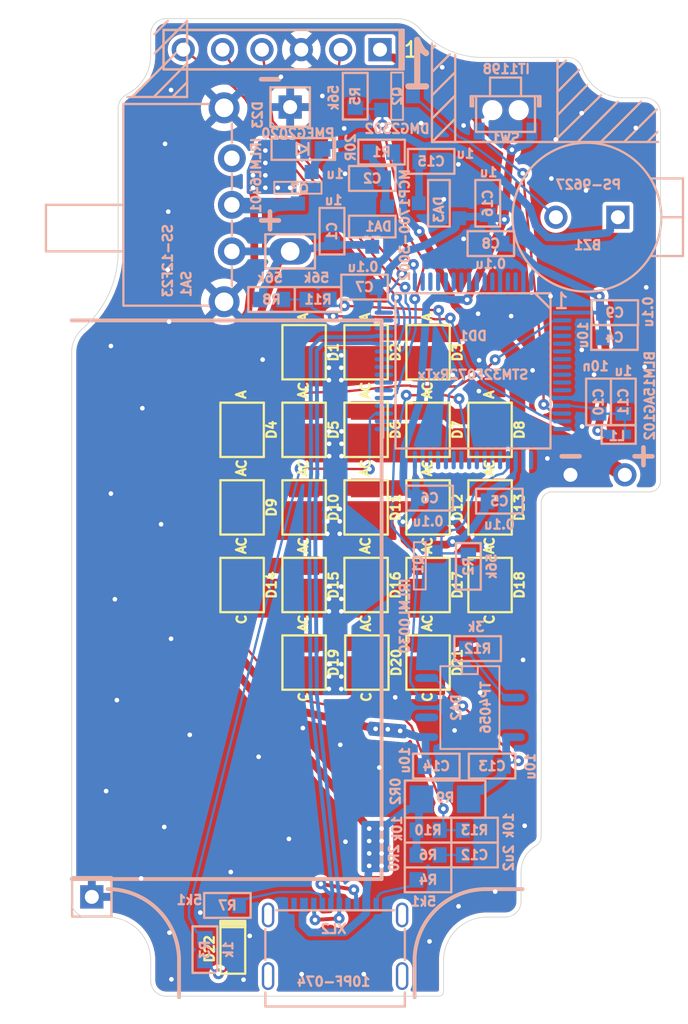
<source format=kicad_pcb>
(kicad_pcb (version 20221018) (generator pcbnew)
  (layers (0 "F.Cu" signal) (31 "B.Cu" signal) (36 "B.SilkS" user "B.Silkscreen") (37 "F.SilkS" user "F.Silkscreen") (38 "B.Mask" user) (39 "F.Mask" user) (44 "Edge.Cuts" user))
  (net 0 "")
  (net 1 "+PwrUnst")
  (net 2 "/BuzzerOut")
  (net 3 "+BATT")
  (net 4 "GND")
  (net 5 "+PwrMCU")
  (net 6 "Net-(DD1-VDDA)")
  (net 7 "Net-(C12-Pad1)")
  (net 8 "/5V_MID")
  (net 9 "Net-(D22-PadA)")
  (net 10 "/+5V_USB")
  (net 11 "Net-(DA2-PROG)")
  (net 13 "/IS_CHARGING")
  (net 14 "/USB_DETECT")
  (net 24 "Net-(DD1-ADC0{slash}TX4{slash}T2C1ETR{slash}WKUP1{slash}PA0)")
  (net 25 "/ADC_BAT")
  (net 28 "/LED_CTRL")
  (net 35 "/ADC_BAT_EN")
  (net 40 "Net-(DD1-PB14{slash}MISO2{slash}SDA2{slash}T1C2N{slash}T15C1)")
  (net 42 "/Buzzer")
  (net 47 "/UART_TX")
  (net 48 "/UART_RX")
  (net 49 "/USB_D-")
  (net 50 "/USB_D+")
  (net 51 "/SWDIO")
  (net 52 "/SWCLK")
  (net 65 "Net-(Q3-D)")
  (net 66 "/USB_CC1_IN")
  (net 67 "/USB_CC2_IN")
  (net 71 "/+3vLED")
  (net 72 "/+PwrLED")
  (net 73 "/-PwrLED")
  (footprint "LEDs:LED_PLCC2835" (layer "F.Cu") (at 122.9 76.5 -90)
    (fp_text reference "D10")
    (fp_text value "2835" hide)
  )
  (footprint "LEDs:LED_PLCC2835" (layer "F.Cu") (at 130.9 76.5 -90)
    (fp_text reference "D12")
    (fp_text value "2835" hide)
  )
  (footprint "Connectors:PLS-1Rnd" (layer "F.Cu") (at 143.6 74.4)
    (fp_text reference "XL7" hide)
    (fp_text value "CONN_1" hide)
  )
  (footprint "LEDs:LED_PLCC2835" (layer "F.Cu") (at 130.9 71.5 -90)
    (fp_text reference "D7")
    (fp_text value "2835" hide)
  )
  (footprint "LEDs:LED_PLCC2835" (layer "F.Cu") (at 122.9 81.5 -90)
    (fp_text reference "D15")
    (fp_text value "2835" hide)
  )
  (footprint "LEDs:LED_PLCC2835" (layer "F.Cu") (at 134.9 76.5 -90)
    (fp_text reference "D13")
    (fp_text value "2835" hide)
  )
  (footprint "LEDs:LED_PLCC2835" (layer "F.Cu") (at 130.9 81.5 -90)
    (fp_text reference "D17")
    (fp_text value "2835" hide)
  )
  (footprint "LEDs:LED_PLCC2835" (layer "F.Cu") (at 122.9 86.5 -90)
    (fp_text reference "D19")
    (fp_text value "2835" hide)
  )
  (footprint "LEDs:LED_0603" (layer "F.Cu") (at 118.3 105.05 90)
    (fp_text reference "D22")
    (fp_text value "L-C191LBCT" hide)
  )
  (footprint "LEDs:LED_PLCC2835" (layer "F.Cu") (at 118.9 76.5 -90)
    (fp_text reference "D9")
    (fp_text value "2835" hide)
  )
  (footprint "LEDs:LED_PLCC2835" (layer "F.Cu") (at 122.9 71.5 -90)
    (fp_text reference "D5")
    (fp_text value "2835" hide)
  )
  (footprint "LEDs:LED_PLCC2835" (layer "F.Cu") (at 134.9 71.5 -90)
    (fp_text reference "D8")
    (fp_text value "2835" hide)
  )
  (footprint "LEDs:LED_PLCC2835" (layer "F.Cu") (at 126.9 81.5 -90)
    (fp_text reference "D16")
    (fp_text value "2835" hide)
  )
  (footprint "LEDs:LED_PLCC2835" (layer "F.Cu") (at 122.9 66.5 -90)
    (fp_text reference "D1")
    (fp_text value "2835" hide)
  )
  (footprint "LEDs:LED_PLCC2835" (layer "F.Cu") (at 126.9 66.5 -90)
    (fp_text reference "D2")
    (fp_text value "2835" hide)
  )
  (footprint "LEDs:LED_PLCC2835" (layer "F.Cu") (at 130.9 66.5 -90)
    (fp_text reference "D3")
    (fp_text value "2835" hide)
  )
  (footprint "LEDs:LED_PLCC2835" (layer "F.Cu") (at 118.9 81.5 -90)
    (fp_text reference "D14")
    (fp_text value "2835" hide)
  )
  (footprint "LEDs:LED_PLCC2835" (layer "F.Cu") (at 126.9 71.5 -90)
    (fp_text reference "D6")
    (fp_text value "2835" hide)
  )
  (footprint "LEDs:LED_PLCC2835" (layer "F.Cu") (at 130.9 86.5 -90)
    (fp_text reference "D21")
    (fp_text value "2835" hide)
  )
  (footprint "LEDs:LED_PLCC2835" (layer "F.Cu") (at 134.9 81.5 -90)
    (fp_text reference "D18")
    (fp_text value "2835" hide)
  )
  (footprint "LEDs:LED_PLCC2835" (layer "F.Cu") (at 126.95 86.5 -90)
    (fp_text reference "D20")
    (fp_text value "2835" hide)
  )
  (footprint "Connectors:PLS-1Square" (layer "F.Cu") (at 140.09 74.4)
    (fp_text reference "XL6" hide)
    (fp_text value "CONN_1" hide)
  )
  (footprint "LEDs:LED_PLCC2835" (layer "F.Cu") (at 118.9 71.5 -90)
    (fp_text reference "D4")
    (fp_text value "2835" hide)
  )
  (footprint "LEDs:LED_PLCC2835" (layer "F.Cu") (at 126.9 76.5 -90)
    (fp_text reference "D11")
    (fp_text value "2835" hide)
  )
  (footprint "Resistors:RES_0603" (layer "B.Cu") (at 123.8 63.1)
    (fp_text reference "R11")
    (fp_text value "56k")
  )
  (footprint "Resistors:RES_1206" (layer "B.Cu") (at 132 95.3)
    (fp_text reference "R9")
    (fp_text value "0R2")
  )
  (footprint "BtnsSwitches:SW_SS-12F23" (layer "B.Cu") (at 118.2375 57 90)
    (fp_text reference "SA1")
    (fp_text value "SS-12F23")
  )
  (footprint "Capacitors:CAP_0603_Silks" (layer "B.Cu") (at 142.95 63.95)
    (fp_text reference "C9")
    (fp_text value "0.1u")
  )
  (footprint "Resistors:RES_0603" (layer "B.Cu") (at 130.9 97.3)
    (fp_text reference "R10")
    (fp_text value "10k")
  )
  (footprint "Capacitors:CAP_0603_Silks" (layer "B.Cu") (at 141.9 69.7 90)
    (fp_text reference "C10")
    (fp_text value "10n")
  )
  (footprint "Capacitors:CAP_0603_Silks" (layer "B.Cu") (at 135.0323 93.1704)
    (fp_text reference "C13")
    (fp_text value "10u")
  )
  (footprint "Resistors:RES_0603" (layer "B.Cu") (at 133.5 80.3 -90)
    (fp_text reference "R2")
    (fp_text value "56k")
  )
  (footprint "Capacitors:CAP_0603_Silks" (layer "B.Cu") (at 133.9 98.9)
    (fp_text reference "C12")
    (fp_text value "2u2")
  )
  (footprint "Connectors:PLS-1Square" (layer "B.Cu") (at 109.2 101.6 180)
    (fp_text reference "XL3" hide)
    (fp_text value "CONN_1" hide)
  )
  (footprint "BtnsSwitches:BTN_IT1198" (layer "B.Cu") (at 135.9 48.8)
    (fp_text reference "SW1")
    (fp_text value "IT1198")
  )
  (footprint "Resistors:RES_0603" (layer "B.Cu") (at 120.8 63.1)
    (fp_text reference "R8")
    (fp_text value "56k")
  )
  (footprint "Capacitors:CAP_0603_Silks" (layer "B.Cu") (at 131.4323 93.1704 180)
    (fp_text reference "C14")
    (fp_text value "10u")
  )
  (footprint "Connectors:PLS-1Oval" (layer "B.Cu") (at 122 60 90)
    (fp_text reference "XL4" hide)
    (fp_text value "CONN_1" hide)
  )
  (footprint "LQFP_TQFP:LQFP64" (layer "B.Cu") (at 133.8 67.7 180)
    (fp_text reference "DD1")
    (fp_text value "STM32F072RxTx")
  )
  (footprint "SO_DIL_TSSOP:SO8_150MIL" (layer "B.Cu") (at 133.6 89.4 -90)
    (fp_text reference "DA2")
    (fp_text value "TP4056")
  )
  (footprint "Resistors:RES_0603" (layer "B.Cu") (at 126.2 50 90)
    (fp_text reference "R5")
    (fp_text value "56k")
  )
  (footprint "Resistors:RES_0603" (layer "B.Cu") (at 130.9 100.5 180)
    (fp_text reference "R4")
    (fp_text value "5k1")
  )
  (footprint "Resistors:RES_0603" (layer "B.Cu") (at 134.1 85.6)
    (fp_text reference "R12")
    (fp_text value "3k")
  )
  (footprint "Connectors:USBC_10PF-074" (layer "B.Cu") (at 124.9 102.7625 180)
    (fp_text reference "XL2")
    (fp_text value "10PF-074")
  )
  (footprint "Capacitors:CAP_0603_Silks" (layer "B.Cu") (at 135.5 76.1)
    (fp_text reference "C5")
    (fp_text value "0.1u")
  )
  (footprint "Resistors:RES_0603" (layer "B.Cu") (at 133.9 97.3)
    (fp_text reference "R13")
    (fp_text value "10k")
  )
  (footprint "SOT:SOT23-3A" (layer "B.Cu") (at 127.3 58.4 180)
    (fp_text reference "DA1")
    (fp_text value "MCP1700-3002")
  )
  (footprint "Connectors:PLS-1Square" (layer "B.Cu") (at 122 50.7 180)
    (fp_text reference "XL5" hide)
    (fp_text value "CONN_1" hide)
  )
  (footprint "Resistors:RES_0603" (layer "B.Cu") (at 130.9 98.9)
    (fp_text reference "R6")
    (fp_text value "2R0")
  )
  (footprint "Capacitors:CAP_0603_Silks" (layer "B.Cu") (at 142.9281 65.5467)
    (fp_text reference "C4")
    (fp_text value "10u")
  )
  (footprint "Inductors:IND_0402" (layer "B.Cu") (at 143.2 71.8)
    (fp_text reference "L1")
    (fp_text value "BLM15AG102")
  )
  (footprint "Capacitors:CAP_0603_Silks" (layer "B.Cu") (at 134.75 56.9 90)
    (fp_text reference "C16")
    (fp_text value "1u")
  )
  (footprint "Installation:BUZZER_HC0903" (layer "B.Cu") (at 141.15 57.8)
    (fp_text reference "BZ1")
    (fp_text value "PS-9627")
  )
  (footprint "SOT:SOT23-3" (layer "B.Cu") (at 128.9 50 -90)
    (fp_text reference "Q2")
    (fp_text value "DMG2302")
  )
  (footprint "Connectors:PLS-6" (layer "B.Cu") (at 127.8 47 180)
    (fp_text reference "XL1" hide)
    (fp_text value "CONN_6" hide)
  )
  (footprint "Diodes:SOD323" (layer "B.Cu") (at 122.8 53.4 180)
    (fp_text reference "D23")
    (fp_text value "PMEG2020")
  )
  (footprint "Capacitors:CAP_0603_Silks" (layer "B.Cu") (at 143.5 69.7 90)
    (fp_text reference "C11")
    (fp_text value "1u")
  )
  (footprint "Capacitors:CAP_0603_Silks" (layer "B.Cu") (at 131 75.9)
    (fp_text reference "C6")
    (fp_text value "0.1u")
  )
  (footprint "SOT:SOT23-3" (layer "B.Cu") (at 122.5 55.9 180)
    (fp_text reference "Q3")
    (fp_text value "IRLML6401")
  )
  (footprint "Resistors:RES_0603" (layer "B.Cu") (at 117.95 102.15 180)
    (fp_text reference "R7")
    (fp_text value "5k1")
  )
  (footprint "SOT:SOT23-3A" (layer "B.Cu") (at 131.6 56.9 90)
    (fp_text reference "DA3")
    (fp_text value "MCP1700" hide)
  )
  (footprint "SOT:SOT23-3" (layer "B.Cu") (at 130.3681 80.2639 90)
    (fp_text reference "Q1")
    (fp_text value "IRLML0030")
  )
  (footprint "Resistors:RES_0603" (layer "B.Cu") (at 116.5 105 90)
    (fp_text reference "R3")
    (fp_text value "1k")
  )
  (footprint "Capacitors:CAP_0603_Silks" (layer "B.Cu") (at 126.8 62.3 180)
    (fp_text reference "C7")
    (fp_text value "0.1u")
  )
  (footprint "Capacitors:CAP_0603_Silks" (layer "B.Cu") (at 134.95 59.5 180)
    (fp_text reference "C8")
    (fp_text value "0.1u")
  )
  (footprint "Capacitors:CAP_0603_Silks" (layer "B.Cu") (at 127.3 55.3 180)
    (fp_text reference "C2")
    (fp_text value "1u")
  )
  (footprint "Resistors:RES_0603" (layer "B.Cu") (at 127.9 53.6)
    (fp_text reference "R1")
    (fp_text value "20R")
  )
  (footprint "Capacitors:CAP_0603_Silks" (layer "B.Cu") (at 131.1 54.2)
    (fp_text reference "C15")
    (fp_text value "1u")
  )
  (footprint "Capacitors:CAP_0603_Silks" (layer "B.Cu") (at 124.7 58.7 90)
    (fp_text reference "C1")
    (fp_text value "1u")
  )
  (gr_line (start 139.25 52.95) (end 139.25 47.7) (stroke (width 0.15)) (layer "B.SilkS"))
  (gr_line (start 115.35 49.1) (end 114.4 50.05) (stroke (width 0.15)) (layer "B.SilkS"))
  (gr_line (start 131.15 52.95) (end 132.65 51.45) (stroke (width 0.15)) (layer "B.SilkS"))
  (gr_line (start 115.35 50.05) (end 115.35 45.15) (stroke (width 0.15)) (layer "B.SilkS"))
  (gr_line (start 131.15 51.45) (end 132.65 49.95) (stroke (width 0.15)) (layer "B.SilkS"))
  (gr_line (start 114.83 108.07) (end 114.83 105.7) (stroke (width 0.25)) (layer "B.SilkS"))
  (gr_line (start 130.03 105.7) (end 130.03 108.07) (stroke (width 0.25)) (layer "B.SilkS"))
  (gr_line (start 143.55 52.95) (end 145.65 50.85) (stroke (width 0.15)) (layer "B.SilkS"))
  (gr_line (start 127.9 100.45) (end 127.9 64.45) (stroke (width 0.25)) (layer "B.SilkS"))
  (gr_line (start 131.15 46.6) (end 131.15 52.95) (stroke (width 0.15)) (layer "B.SilkS"))
  (gr_line (start 140.55 52.95) (end 143.15 50.35) (stroke (width 0.15)) (layer "B.SilkS"))
  (gr_arc (start 130.03 105.7) (mid 131.377309 102.447309) (end 134.63 101.1) (stroke (width 0.25)) (layer "B.SilkS"))
  (gr_line (start 142.05 52.95) (end 144.65 50.35) (stroke (width 0.15)) (layer "B.SilkS"))
  (gr_line (start 139.25 51.225) (end 141.15 49.3) (stroke (width 0.15)) (layer "B.SilkS"))
  (gr_line (start 145.05 52.95) (end 145.7 52.3) (stroke (width 0.15)) (layer "B.SilkS"))
  (gr_arc (start 110.23 101.1) (mid 113.482691 102.447309) (end 114.83 105.7) (stroke (width 0.25)) (layer "B.SilkS"))
  (gr_line (start 131.15 48.45) (end 132.3 47.3) (stroke (width 0.15)) (layer "B.SilkS"))
  (gr_line (start 139.25 49.725) (end 140.65 48.3) (stroke (width 0.15)) (layer "B.SilkS"))
  (gr_line (start 139.25 48.225) (end 139.8 47.7) (stroke (width 0.15)) (layer "B.SilkS"))
  (gr_line (start 132.65 52.95) (end 132.65 47.35) (stroke (width 0.15)) (layer "B.SilkS"))
  (gr_line (start 115.35 47.875) (end 113.2 50.05) (stroke (width 0.15)) (layer "B.SilkS"))
  (gr_line (start 107.9 100.45) (end 127.9 100.45) (stroke (width 0.25)) (layer "B.SilkS"))
  (gr_line (start 127.9 64.45) (end 107.9 64.45) (stroke (width 0.25)) (layer "B.SilkS"))
  (gr_line (start 131.15 49.95) (end 132.65 48.45) (stroke (width 0.15)) (layer "B.SilkS"))
  (gr_line (start 139.25 52.7) (end 142.05 49.95) (stroke (width 0.15)) (layer "B.SilkS"))
  (gr_line (start 128 70) (end 128 72) (stroke (width 0.15)) (layer "B.SilkS"))
  (gr_line (start 131.15 46.95) (end 131.35 46.75) (stroke (width 0.15)) (layer "B.SilkS"))
  (gr_line (start 114.1 45.15) (end 113.25 46) (stroke (width 0.15)) (layer "B.SilkS"))
  (gr_line (start 115.35 45.15) (end 113.25 47.25) (stroke (width 0.15)) (layer "B.SilkS"))
  (gr_line (start 137 101.1) (end 134.63 101.1) (stroke (width 0.25)) (layer "B.SilkS"))
  (gr_line (start 131.15 52.95) (end 145.75 52.95) (stroke (width 0.15)) (layer "B.SilkS"))
  (gr_line (start 115.35 46.5) (end 111.8 50.05) (stroke (width 0.15)) (layer "B.SilkS"))
  (gr_line (start 111.5 50.05) (end 115.35 50.05) (stroke (width 0.15)) (layer "B.SilkS"))
  (gr_arc (start 131.9 107.7) (mid 131.812132 107.912132) (end 131.6 108) (stroke (width 0.05)) (layer "Edge.Cuts"))
  (gr_line (start 128.9 45) (end 114 45) (stroke (width 0.05)) (layer "Edge.Cuts"))
  (gr_arc (start 139.9 47.5) (mid 140.484898 47.688893) (end 140.848829 48.184211) (stroke (width 0.05)) (layer "Edge.Cuts"))
  (gr_line (start 138.2 76.2) (end 138.2 97.7) (stroke (width 0.05)) (layer "Edge.Cuts"))
  (gr_line (start 134.7 102.9) (end 135.9 102.9) (stroke (width 0.05)) (layer "Edge.Cuts"))
  (gr_arc (start 110.9 50.780323) (mid 111.03509 50.278396) (end 111.403861 49.912079) (stroke (width 0.05)) (layer "Edge.Cuts"))
  (gr_arc (start 134.4 47.5) (mid 132.203082 47.024128) (end 130.4 45.681818) (stroke (width 0.05)) (layer "Edge.Cuts"))
  (gr_arc (start 136.9 100.008679) (mid 137.157298 99.027379) (end 137.862963 98.298546) (stroke (width 0.05)) (layer "Edge.Cuts"))
  (gr_arc (start 136.9 101.9) (mid 136.607107 102.607107) (end 135.9 102.9) (stroke (width 0.05)) (layer "Edge.Cuts"))
  (gr_arc (start 113 47.375097) (mid 112.621748 48.780492) (end 111.589189 49.806178) (stroke (width 0.05)) (layer "Edge.Cuts"))
  (gr_line (start 145.2 75.5) (end 138.9 75.5) (stroke (width 0.05)) (layer "Edge.Cuts"))
  (gr_arc (start 144.9 50.1) (mid 145.607107 50.392893) (end 145.9 51.1) (stroke (width 0.05)) (layer "Edge.Cuts"))
  (gr_line (start 131.9 107.7) (end 131.9 105.7) (stroke (width 0.05)) (layer "Edge.Cuts"))
  (gr_arc (start 114 108) (mid 113.292893 107.707107) (end 113 107) (stroke (width 0.05)) (layer "Edge.Cuts"))
  (gr_arc (start 143.505551 50.1) (mid 141.867837 49.5711) (end 140.848829 48.184211) (stroke (width 0.05)) (layer "Edge.Cuts"))
  (gr_line (start 111.589189 49.806178) (end 111.403861 49.912079) (stroke (width 0.05)) (layer "Edge.Cuts"))
  (gr_arc (start 107.9 66.5) (mid 108.084081 65.661884) (end 108.602439 64.978049) (stroke (width 0.05)) (layer "Edge.Cuts"))
  (gr_line (start 113 105.7) (end 113 107) (stroke (width 0.05)) (layer "Edge.Cuts"))
  (gr_line (start 145.9 74.8) (end 145.9 51.1) (stroke (width 0.05)) (layer "Edge.Cuts"))
  (gr_line (start 114 108) (end 131.6 108) (stroke (width 0.05)) (layer "Edge.Cuts"))
  (gr_line (start 144.9 50.1) (end 143.505551 50.1) (stroke (width 0.05)) (layer "Edge.Cuts"))
  (gr_line (start 113 46) (end 113 47.375097) (stroke (width 0.05)) (layer "Edge.Cuts"))
  (gr_arc (start 110.9 60) (mid 110.297901 62.741339) (end 108.602439 64.978049) (stroke (width 0.05)) (layer "Edge.Cuts"))
  (gr_arc (start 128.9 45) (mid 129.723843 45.178453) (end 130.4 45.681818) (stroke (width 0.05)) (layer "Edge.Cuts"))
  (gr_line (start 136.9 100.008679) (end 136.9 101.9) (stroke (width 0.05)) (layer "Edge.Cuts"))
  (gr_arc (start 138.2 97.7) (mid 138.109948 98.043457) (end 137.862963 98.298546) (stroke (width 0.05)) (layer "Edge.Cuts"))
  (gr_line (start 107.9 66.5) (end 107.9 101.9) (stroke (width 0.05)) (layer "Edge.Cuts"))
  (gr_arc (start 145.9 74.8) (mid 145.694975 75.294975) (end 145.2 75.5) (stroke (width 0.05)) (layer "Edge.Cuts"))
  (gr_line (start 108.9 102.9) (end 110.2 102.9) (stroke (width 0.05)) (layer "Edge.Cuts"))
  (gr_line (start 110.9 60) (end 110.9 50.780323) (stroke (width 0.05)) (layer "Edge.Cuts"))
  (gr_arc (start 113 46) (mid 113.292893 45.292893) (end 114 45) (stroke (width 0.05)) (layer "Edge.Cuts"))
  (gr_arc (start 108.9 102.9) (mid 108.192893 102.607107) (end 107.9 101.9) (stroke (width 0.05)) (layer "Edge.Cuts"))
  (gr_arc (start 131.9 105.7) (mid 132.720101 103.720101) (end 134.7 102.9) (stroke (width 0.05)) (layer "Edge.Cuts"))
  (gr_line (start 134.4 47.5) (end 139.9 47.5) (stroke (width 0.05)) (layer "Edge.Cuts"))
  (gr_arc (start 138.2 76.2) (mid 138.405025 75.705025) (end 138.9 75.5) (stroke (width 0.05)) (layer "Edge.Cuts"))
  (gr_arc (start 110.2 102.9) (mid 112.179899 103.720101) (end 113 105.7) (stroke (width 0.05)) (layer "Edge.Cuts"))
  (gr_text "-" (at 120.7 48.8) (layer "B.SilkS") (effects (font (size 1.5 1.5) (thickness 0.3))))
  (gr_text "+" (at 144.8 73.1) (layer "B.SilkS") (effects (font (size 1.5 1.5) (thickness 0.3))))
  (gr_text "+" (at 120.7 57.9) (layer "B.SilkS") (effects (font (size 1.5 1.5) (thickness 0.3))))
  (gr_text "-" (at 140.1 73.1) (layer "B.SilkS") (effects (font (size 1.5 1.5) (thickness 0.3))))
  (segment (start 137.4593 57.1762) (end 137.5245 57.3336) (width 0.5) (layer "B.Cu") (net 1))
  (segment (start 131.1896 53.1419) (end 131.6454 53.1419) (width 0.5) (layer "B.Cu") (net 1))
  (segment (start 130.319 54.708) (end 130.319 54.458) (width 0.5) (layer "B.Cu") (net 1))
  (segment (start 130.319 56.7) (end 130.319 56.45) (width 0.5) (layer "B.Cu") (net 1))
  (segment (start 128.2851 52.6457) (end 128.6221 52.5499) (width 0.5) (layer "B.Cu") (net 1))
  (segment (start 142.65 58.55) (end 142.65 58.3) (width 0.5) (layer "B.Cu") (net 1))
  (segment (start 130.319 56.45) (end 130.319 54.708) (width 0.5) (layer "B.Cu") (net 1))
  (segment (start 138.6158 59.1001) (end 139.6842 59.1001) (width 0.5) (layer "B.Cu") (net 1))
  (segment (start 123.5962 54.4268) (end 123.5962 54.3232) (width 0.5) (layer "B.Cu") (net 1))
  (segment (start 124.7045 53.1496) (end 125.8588 52.9764) (width 0.5) (layer "B.Cu") (net 1))
  (segment (start 142.5036 58.8) (end 142.65 58.6536) (width 0.5) (layer "B.Cu") (net 1))
  (segment (start 131.6454 53.1419) (end 132.5344 53.1419) (width 0.5) (layer "B.Cu") (net 1))
  (segment (start 132.6189 53.2256) (end 133.2264 53.4977) (width 0.5) (layer "B.Cu") (net 1))
  (segment (start 124.1005 53.4) (end 124.3509 53.1496) (width 0.5) (layer "B.Cu") (net 1))
  (segment (start 124.3509 53.1496) (end 124.6009 53.1496) (width 0.5) (layer "B.Cu") (net 1))
  (segment (start 123.5962 54.6768) (end 123.5962 54.4268) (width 0.5) (layer "B.Cu") (net 1))
  (segment (start 127.5497 52.6178) (end 127.6187 52.6457) (width 0.5) (layer "B.Cu") (net 1))
  (segment (start 135.7808 55.4792) (end 137.4593 57.1762) (width 0.5) (layer "B.Cu") (net 1))
  (segment (start 123.8501 54.004) (end 123.8501 53.9004) (width 0.5) (layer "B.Cu") (net 1))
  (segment (start 127.349 52.5499) (end 127.5497 52.6178) (width 0.5) (layer "B.Cu") (net 1))
  (segment (start 130.5325 53.692) (end 130.5325 53.942) (width 0.5) (layer "B.Cu") (net 1))
  (segment (start 123.5962 54.3232) (end 123.8501 54.004) (width 0.5) (layer "B.Cu") (net 1))
  (segment (start 125.8588 52.9764) (end 126.4721 52.5499) (width 0.5) (layer "B.Cu") (net 1))
  (segment (start 142.65 58.6536) (end 142.65 58.55) (width 0.5) (layer "B.Cu") (net 1))
  (segment (start 123.8501 53.9004) (end 123.8501 53.6504) (width 0.5) (layer "B.Cu") (net 1))
  (segment (start 130.6152 53.2419) (end 130.5325 53.5884) (width 0.5) (layer "B.Cu") (net 1))
  (segment (start 133.2264 53.4977) (end 133.4418 53.7105) (width 0.5) (layer "B.Cu") (net 1))
  (segment (start 135.4746 55.1707) (end 135.7808 55.4769) (width 0.5) (layer "B.Cu") (net 1))
  (segment (start 128.6221 52.5499) (end 129.0779 52.5499) (width 0.5) (layer "B.Cu") (net 1))
  (segment (start 130.3 56.9) (end 130.319 56.7) (width 0.5) (layer "B.Cu") (net 1))
  (segment (start 129.3279 52.5499) (end 130.6152 53.2419) (width 0.5) (layer "B.Cu") (net 1))
  (segment (start 135.7808 55.4769) (end 135.7808 55.4792) (width 0.5) (layer "B.Cu") (net 1))
  (segment (start 129.0779 52.5499) (end 129.3279 52.5499) (width 0.5) (layer "B.Cu") (net 1))
  (segment (start 130.319 54.458) (end 130.338 54.2) (width 0.5) (layer "B.Cu") (net 1))
  (segment (start 124.6009 53.1496) (end 124.7045 53.1496) (width 0.5) (layer "B.Cu") (net 1))
  (segment (start 130.5325 53.942) (end 130.338 54.2) (width 0.5) (layer "B.Cu") (net 1))
  (segment (start 127.6187 52.6457) (end 128.2851 52.6457) (width 0.5) (layer "B.Cu") (net 1))
  (segment (start 132.5344 53.1419) (end 132.6189 53.2256) (width 0.5) (layer "B.Cu") (net 1))
  (segment (start 123.389 54.884) (end 123.5962 54.6768) (width 0.5) (layer "B.Cu") (net 1))
  (segment (start 123.8501 53.6504) (end 124.1005 53.4) (width 0.5) (layer "B.Cu") (net 1))
  (segment (start 130.6152 53.2419) (end 131.1896 53.1419) (width 0.5) (layer "B.Cu") (net 1))
  (segment (start 139.6842 59.1001) (end 142.5036 58.8) (width 0.5) (layer "B.Cu") (net 1))
  (segment (start 126.9279 52.5499) (end 127.349 52.5499) (width 0.5) (layer "B.Cu") (net 1))
  (segment (start 137.8499 58.3342) (end 137.8542 58.3445) (width 0.5) (layer "B.Cu") (net 1))
  (segment (start 126.4721 52.5499) (end 126.9279 52.5499) (width 0.5) (layer "B.Cu") (net 1))
  (segment (start 138.6055 59.0958) (end 138.6158 59.1001) (width 0.5) (layer "B.Cu") (net 1))
  (segment (start 137.5245 57.3336) (end 137.8499 58.3342) (width 0.5) (layer "B.Cu") (net 1))
  (segment (start 133.4418 53.7105) (end 135.4746 55.1707) (width 0.5) (layer "B.Cu") (net 1))
  (segment (start 142.65 58.3) (end 143.15 57.8) (width 0.5) (layer "B.Cu") (net 1))
  (segment (start 130.5325 53.5884) (end 130.5325 53.692) (width 0.5) (layer "B.Cu") (net 1))
  (segment (start 137.8542 58.3445) (end 138.6055 59.0958) (width 0.5) (layer "B.Cu") (net 1))
  (segment (start 136.3785 55.2316) (end 136.3785 55.2294) (width 0.15) (layer "B.Cu") (net 2))
  (segment (start 135.7221 54.573) (end 133.7257 53.1001) (width 0.15) (layer "B.Cu") (net 2))
  (segment (start 136.9495 55.7825) (end 136.7473 55.6004) (width 0.15) (layer "B.Cu") (net 2))
  (segment (start 132.8915 52.6124) (end 132.7933 52.5168) (width 0.15) (layer "B.Cu") (net 2))
  (segment (start 130.2982 50.3822) (end 129.916 50) (width 0.15) (layer "B.Cu") (net 2))
  (segment (start 130.4043 50.3822) (end 130.3732 50.3822) (width 0.15) (layer "B.Cu") (net 2))
  (segment (start 130.3732 50.3822) (end 130.2982 50.3822) (width 0.15) (layer "B.Cu") (net 2))
  (segment (start 133.5286 52.9038) (end 132.8915 52.6124) (width 0.15) (layer "B.Cu") (net 2))
  (segment (start 136.3785 55.2294) (end 135.7221 54.573) (width 0.15) (layer "B.Cu") (net 2))
  (segment (start 136.7473 55.6004) (end 136.3785 55.2316) (width 0.15) (layer "B.Cu") (net 2))
  (segment (start 133.7257 53.1001) (end 133.5286 52.9038) (width 0.15) (layer "B.Cu") (net 2))
  (segment (start 139.15 57.8) (end 136.9495 55.7825) (width 0.15) (layer "B.Cu") (net 2))
  (segment (start 132.7933 52.5168) (end 130.4043 50.3822) (width 0.15) (layer "B.Cu") (net 2))
  (segment (start 121.5 60) (end 122 60) (width 0.5) (layer "F.Cu") (net 3))
  (segment (start 127.516 90.7693) (end 121.5107 89.3502) (width 0.5) (layer "F.Cu") (net 3))
  (segment (start 120.9248 88.7643) (end 116.9248 83.7643) (width 0.5) (layer "F.Cu") (net 3))
  (segment (start 120.0877 63.9931) (end 121.5 60) (width 0.5) (layer "F.Cu") (net 3))
  (segment (start 116.9248 69.2357) (end 119.9236 64.3894) (width 0.5) (layer "F.Cu") (net 3))
  (segment (start 119.9236 64.3894) (end 120.0877 63.9931) (width 0.5) (layer "F.Cu") (net 3))
  (segment (start 116.9248 82.9357) (end 116.9248 69.2357) (width 0.5) (layer "F.Cu") (net 3))
  (segment (start 116.9248 83.7643) (end 116.9248 82.9357) (width 0.5) (layer "F.Cu") (net 3))
  (segment (start 121.5107 89.3502) (end 120.9248 88.7643) (width 0.5) (layer "F.Cu") (net 3))
  (via locked (at 129.1 90.9) (size 0.7) (drill 0.3) (layers "F.Cu" "B.Cu") (net 3))
  (via locked (at 128.3 90.8) (size 0.7) (drill 0.3) (layers "F.Cu" "B.Cu") (net 3))
  (via locked (at 127.516 90.7693) (size 0.7) (drill 0.3) (layers "F.Cu" "B.Cu") (net 3))
  (segment (start 130.7381 91.305) (end 130.806 91.305) (width 0.5) (layer "B.Cu") (net 3))
  (segment (start 125.208 59.581) (end 124.958 59.581) (width 0.5) (layer "B.Cu") (net 3))
  (segment (start 120.25 62.6) (end 120.25 62.4964) (width 0.5) (layer "B.Cu") (net 3))
  (segment (start 124.192 59.6565) (end 124.0884 59.6565) (width 0.5) (layer "B.Cu") (net 3))
  (segment (start 127.1 59.581) (end 126.85 59.581) (width 0.5) (layer "B.Cu") (net 3))
  (segment (start 126.85 59.581) (end 125.208 59.581) (width 0.5) (layer "B.Cu") (net 3))
  (segment (start 120.25 62.85) (end 120.25 62.6) (width 0.5) (layer "B.Cu") (net 3))
  (segment (start 121.5 60) (end 122 60) (width 0.5) (layer "B.Cu") (net 3))
  (segment (start 124.0884 59.6565) (end 122.5 60) (width 0.5) (layer "B.Cu") (net 3))
  (segment (start 124.442 59.6565) (end 124.192 59.6565) (width 0.5) (layer "B.Cu") (net 3))
  (segment (start 130.806 91.305) (end 130.3094 91.305) (width 0.5) (layer "B.Cu") (net 3))
  (segment (start 130.6703 93.1704) (end 130.7381 92.9124) (width 0.5) (layer "B.Cu") (net 3))
  (segment (start 121.5 60) (end 118.2375 60) (width 0.5) (layer "B.Cu") (net 3))
  (segment (start 130.7381 92.9124) (end 130.7381 92.6624) (width 0.5) (layer "B.Cu") (net 3))
  (segment (start 127.3 59.7) (end 127.1 59.581) (width 0.5) (layer "B.Cu") (net 3))
  (segment (start 120.25 62.4964) (end 121.5 60) (width 0.5) (layer "B.Cu") (net 3))
  (segment (start 128.3 90.8) (end 127.516 90.7693) (width 0.5) (layer "B.Cu") (net 3))
  (segment (start 129.1 90.9) (end 128.3 90.8) (width 0.5) (layer "B.Cu") (net 3))
  (segment (start 120.05 63.1) (end 120.25 62.85) (width 0.5) (layer "B.Cu") (net 3))
  (segment (start 122.5 60) (end 122 60) (width 0.5) (layer "B.Cu") (net 3))
  (segment (start 122 60) (end 121.5 60) (width 0.5) (layer "B.Cu") (net 3))
  (segment (start 124.7 59.462) (end 124.442 59.6565) (width 0.5) (layer "B.Cu") (net 3))
  (segment (start 124.958 59.581) (end 124.7 59.462) (width 0.5) (layer "B.Cu") (net 3))
  (segment (start 130.3094 91.305) (end 129.1 90.9) (width 0.5) (layer "B.Cu") (net 3))
  (segment (start 130.7381 92.6624) (end 130.7381 91.305) (width 0.5) (layer "B.Cu") (net 3))
  (segment (start 118.042 104.0935) (end 118.042 103.8435) (width 0.5) (layer "F.Cu") (net 4))
  (segment (start 133.3763 78.5773) (end 133.6977 78.8987) (width 0.5) (layer "F.Cu") (net 4))
  (segment (start 133.1934 59.1953) (end 131.9198 56.6459) (width 0.5) (layer "F.Cu") (net 4))
  (segment (start 125.5434 54.9986) (end 125.486 52.0763) (width 0.5) (layer "F.Cu") (net 4))
  (segment (start 118.042 103.8435) (end 118.042 103.7399) (width 0.5) (layer "F.Cu") (net 4))
  (segment (start 118.3 104.288) (end 118.042 104.0935) (width 0.5) (layer "F.Cu") (net 4))
  (segment (start 118.042 103.7399) (end 117.8956 103.5935) (width 0.5) (layer "F.Cu") (net 4))
  (segment (start 117.8956 103.5935) (end 116.1999 102.6101) (width 0.5) (layer "F.Cu") (net 4))
  (segment (start 118.558 104.1126) (end 118.808 104.1126) (width 0.5) (layer "F.Cu") (net 4))
  (segment (start 128.3247 50.9412) (end 128.852 51.4685) (width 0.5) (layer "F.Cu") (net 4))
  (segment (start 132.8566 54.3904) (end 133.1918 51.8873) (width 0.5) (layer "F.Cu") (net 4))
  (segment (start 128.852 51.4685) (end 131.9198 56.6459) (width 0.5) (layer "F.Cu") (net 4))
  (segment (start 109.7 102.1) (end 109.2 101.6) (width 0.5) (layer "F.Cu") (net 4))
  (segment (start 140.8395 71.2823) (end 141.611 67.9434) (width 0.5) (layer "F.Cu") (net 4))
  (segment (start 118.3 104.288) (end 118.558 104.1126) (width 0.5) (layer "F.Cu") (net 4))
  (segment (start 133.3763 78.329) (end 133.3763 78.5773) (width 0.5) (layer "F.Cu") (net 4))
  (segment (start 132.4884 67.9653) (end 134.1943 67.0166) (width 0.5) (layer "F.Cu") (net 4))
  (segment (start 133.6977 78.8987) (end 134.6533 78.9998) (width 0.5) (layer "F.Cu") (net 4))
  (segment (start 127.5791 50.9412) (end 128.3247 50.9412) (width 0.5) (layer "F.Cu") (net 4))
  (segment (start 125.486 52.0763) (end 127.5791 50.9412) (width 0.5) (layer "F.Cu") (net 4))
  (segment (start 132.4938 77.1954) (end 133.3763 78.329) (width 0.5) (layer "F.Cu") (net 4))
  (segment (start 118.808 104.1126) (end 119.389 104.1126) (width 0.5) (layer "F.Cu") (net 4))
  (via (at 114.2097 103.9041) (size 0.7) (drill 0.3) (layers "F.Cu" "B.Cu") (net 4))
  (via (at 130.4519 51.7336) (size 0.7) (drill 0.3) (layers "F.Cu" "B.Cu") (net 4))
  (via (at 110.6888 82.4191) (size 0.7) (drill 0.3) (layers "F.Cu" "B.Cu") (net 4))
  (via (at 114.1069 61.1911) (size 0.7) (drill 0.3) (layers "F.Cu" "B.Cu") (net 4))
  (via (at 112.385 100.4089) (size 0.7) (drill 0.3) (layers "F.Cu" "B.Cu") (net 4))
  (via (at 132.4938 77.1954) (size 0.7) (drill 0.3) (layers "F.Cu" "B.Cu") (net 4))
  (via (at 134.1784 69.0038) (size 0.7) (drill 0.3) (layers "F.Cu" "B.Cu") (net 4))
  (via (at 113.8756 97.0937) (size 0.7) (drill 0.3) (layers "F.Cu" "B.Cu") (net 4))
  (via (at 110.4318 66.0998) (size 0.7) (drill 0.3) (layers "F.Cu" "B.Cu") (net 4))
  (via (at 128.7815 88.7412) (size 0.7) (drill 0.3) (layers "F.Cu" "B.Cu") (net 4))
  (via (at 138.8558 55.3059) (size 0.7) (drill 0.3) (layers "F.Cu" "B.Cu") (net 4))
  (via (at 132.6107 90.8743) (size 0.7) (drill 0.3) (layers "F.Cu" "B.Cu") (net 4))
  (via (at 140.8395 71.2823) (size 0.7) (drill 0.3) (layers "F.Cu" "B.Cu") (net 4))
  (via (at 138.8044 62.8873) (size 0.7) (drill 0.3) (layers "F.Cu" "B.Cu") (net 4))
  (via (at 114.3382 106.911) (size 0.7) (drill 0.3) (layers "F.Cu" "B.Cu") (net 4))
  (via (at 125.5434 54.9986) (size 0.7) (drill 0.3) (layers "F.Cu" "B.Cu") (net 4))
  (via (at 119.9664 92.5705) (size 0.7) (drill 0.3) (layers "F.Cu" "B.Cu") (net 4))
  (via (at 118.9898 106.9367) (size 0.7) (drill 0.3) (layers "F.Cu" "B.Cu") (net 4))
  (via (at 134.2555 88.4328) (size 0.7) (drill 0.3) (layers "F.Cu" "B.Cu") (net 4))
  (via (at 121.9196 97.8647) (size 0.7) (drill 0.3) (layers "F.Cu" "B.Cu") (net 4))
  (via (at 133.1918 51.8873) (size 0.7) (drill 0.3) (layers "F.Cu" "B.Cu") (net 4))
  (via (at 135.2321 101.257) (size 0.7) (drill 0.3) (layers "F.Cu" "B.Cu") (net 4))
  (via (at 110.4318 75.6087) (size 0.7) (drill 0.3) (layers "F.Cu" "B.Cu") (net 4))
  (via (at 114.184 64.5321) (size 0.7) (drill 0.3) (layers "F.Cu" "B.Cu") (net 4))
  (via (at 131.9198 56.6459) (size 0.7) (drill 0.3) (layers "F.Cu" "B.Cu") (net 4))
  (via (at 134.6533 78.9998) (size 0.7) (drill 0.3) (layers "F.Cu" "B.Cu") (net 4))
  (via (at 116.1999 102.6101) (size 0.7) (drill 0.3) (layers "F.Cu" "B.Cu") (net 4))
  (via (at 122.742 106.5769) (size 0.7) (drill 0.3) (layers "F.Cu" "B.Cu") (net 4))
  (via (at 134.127 64.0181) (size 0.7) (drill 0.3) (layers "F.Cu" "B.Cu") (net 4))
  (via (at 132.8566 54.3904) (size 0.7) (drill 0.3) (layers "F.Cu" "B.Cu") (net 4))
  (via (at 134.1943 67.0166) (size 0.7) (drill 0.3) (layers "F.Cu" "B.Cu") (net 4))
  (via (at 113.927 53.07) (size 0.7) (drill 0.3) (layers "F.Cu" "B.Cu") (net 4))
  (via (at 137.6454 67.6678) (size 0.7) (drill 0.3) (layers "F.Cu" "B.Cu") (net 4))
  (via (at 121.4056 48.7524) (size 0.7) (drill 0.3) (layers "F.Cu" "B.Cu") (net 4))
  (via (at 114.1326 57.4389) (size 0.7) (drill 0.3) (layers "F.Cu" "B.Cu") (net 4))
  (via (at 126.7512 106.5769) (size 0.7) (drill 0.3) (layers "F.Cu" "B.Cu") (net 4))
  (via (at 138.5988 73.3471) (size 0.7) (drill 0.3) (layers "F.Cu" "B.Cu") (net 4))
  (via (at 139.1385 52.7873) (size 0.7) (drill 0.3) (layers "F.Cu" "B.Cu") (net 4))
  (via (at 130.9916 104.4695) (size 0.7) (drill 0.3) (layers "F.Cu" "B.Cu") (net 4))
  (via (at 141.611 67.9434) (size 0.7) (drill 0.3) (layers "F.Cu" "B.Cu") (net 4))
  (via (at 137.0311 86.3255) (size 0.7) (drill 0.3) (layers "F.Cu" "B.Cu") (net 4))
  (via (at 113.67 77.5876) (size 0.7) (drill 0.3) (layers "F.Cu" "B.Cu") (net 4))
  (via (at 137.1339 97.0166) (size 0.7) (drill 0.3) (layers "F.Cu" "B.Cu") (net 4))
  (via (at 144.3041 52.042) (size 0.7) (drill 0.3) (layers "F.Cu" "B.Cu") (net 4))
  (via (at 144.8756 67.4413) (size 0.7) (drill 0.3) (layers "F.Cu" "B.Cu") (net 4))
  (via (at 141.0916 56.0769) (size 0.7) (drill 0.3) (layers "F.Cu" "B.Cu") (net 4))
  (via (at 144.9789 62.3194) (size 0.7) (drill 0.3) (layers "F.Cu" "B.Cu") (net 4))
  (via (at 125.486 52.0763) (size 0.7) (drill 0.3) (layers "F.Cu" "B.Cu") (net 4))
  (via (at 119.389 104.1126) (size 0.7) (drill 0.3) (layers "F.Cu" "B.Cu") (net 4))
  (via (at 110.1234 94.7807) (size 0.7) (drill 0.3) (layers "F.Cu" "B.Cu") (net 4))
  (via (at 118.1675 99.9977) (size 0.7) (drill 0.3) (layers "F.Cu" "B.Cu") (net 4))
  (via (at 132.8677 102.2079) (size 0.7) (drill 0.3) (layers "F.Cu" "B.Cu") (net 4))
  (via (at 140.8164 66.349) (size 0.7) (drill 0.3) (layers "F.Cu" "B.Cu") (net 4))
  (via locked (at 132.4884 67.9653) (size 0.7) (drill 0.3) (layers "F.Cu" "B.Cu") (net 4))
  (via (at 133.1934 59.1953) (size 0.7) (drill 0.3) (layers "F.Cu" "B.Cu") (net 4))
  (via (at 110.8173 88.9211) (size 0.7) (drill 0.3) (layers "F.Cu" "B.Cu") (net 4))
  (via (at 124.0784 49.986) (size 0.7) (drill 0.3) (layers "F.Cu" "B.Cu") (net 4))
  (via (at 120.2234 66.9735) (size 0.7) (drill 0.3) (layers "F.Cu" "B.Cu") (net 4))
  (via (at 125.569 98.0446) (size 0.7) (drill 0.3) (layers "F.Cu" "B.Cu") (net 4))
  (via (at 112.4621 70.1089) (size 0.7) (drill 0.3) (layers "F.Cu" "B.Cu") (net 4))
  (via (at 114.3125 49.6005) (size 0.7) (drill 0.3) (layers "F.Cu" "B.Cu") (net 4))
  (via (at 122.8191 90.7201) (size 0.7) (drill 0.3) (layers "F.Cu" "B.Cu") (net 4))
  (via (at 136.2601 64.1723) (size 0.7) (drill 0.3) (layers "F.Cu" "B.Cu") (net 4))
  (via (at 125.2349 91.7995) (size 0.7) (drill 0.3) (layers "F.Cu" "B.Cu") (net 4))
  (via (at 127.7535 93.2644) (size 0.7) (drill 0.3) (layers "F.Cu" "B.Cu") (net 4))
  (via (at 131.814 48.1356) (size 0.7) (drill 0.3) (layers "F.Cu" "B.Cu") (net 4))
  (via (at 114.3125 84.9634) (size 0.7) (drill 0.3) (layers "F.Cu" "B.Cu") (net 4))
  (via (at 140.8089 51.0911) (size 0.7) (drill 0.3) (layers "F.Cu" "B.Cu") (net 4))
  (via (at 115.5204 91.157) (size 0.7) (drill 0.3) (layers "F.Cu" "B.Cu") (net 4))
  (segment (start 132.3065 54.3904) (end 132.8566 54.3904) (width 0.5) (layer "B.Cu") (net 4))
  (segment (start 139.59 74.6001) (end 139.34 74.6001) (width 0.5) (layer "B.Cu") (net 4))
  (segment (start 135.964 60.9138) (end 135.7122 61.0187) (width 0.25) (layer "B.Cu") (net 4))
  (segment (start 141.7 74.3) (end 142.4 73) (width 0.5) (layer "B.Cu") (net 4))
  (segment (start 137.05 61.485) (end 137.05 61.2779) (width 0.25) (layer "B.Cu") (net 4))
  (segment (start 126.0935 55.042) (end 125.9899 55.042) (width 0.5) (layer "B.Cu") (net 4))
  (segment (start 143.701 64.458) (end 143.701 65.0387) (width 0.5) (layer "B.Cu") (net 4))
  (segment (start 134.6533 78.9998) (end 136.9344 77.1581) (width 0.5) (layer "B.Cu") (net 4))
  (segment (start 126.2325 61.6884) (end 126.3789 61.542) (width 0.5) (layer "B.Cu") (net 4))
  (segment (start 134.1 49.9) (end 134.1 50.15) (width 0.5) (layer "B.Cu") (net 4))
  (segment (start 134.5289 60.258) (end 135.0396 60.5581) (width 0.5) (layer "B.Cu") (net 4))
  (segment (start 135.1 97.05) (end 135.2036 97.05) (width 0.5) (layer "B.Cu") (net 4))
  (segment (start 130.6011 48.9927) (end 133.1464 50.15) (width 0.5) (layer "B.Cu") (net 4))
  (segment (start 130.55 72.985) (end 130.55 72.7779) (width 0.25) (layer "B.Cu") (net 4))
  (segment (start 116.6464 102.4) (end 116.1999 102.6101) (width 0.5) (layer "B.Cu") (net 4))
  (segment (start 134.4675 99.5116) (end 134.4675 99.408) (width 0.5) (layer "B.Cu") (net 4))
  (segment (start 133.5 50.65) (end 133.8 50.4) (width 0.5) (layer "B.Cu") (net 4))
  (segment (start 136.4565 75.842) (end 136.4565 75.592) (width 0.5) (layer "B.Cu") (net 4))
  (segment (start 138.3885 69.0721) (end 138.116 69.0821) (width 0.25) (layer "B.Cu") (net 4))
  (segment (start 143.242 68.938) (end 143.5 68.938) (width 0.5) (layer "B.Cu") (net 4))
  (segment (start 139.085 69.45) (end 138.8901 69.4205) (width 0.25) (layer "B.Cu") (net 4))
  (segment (start 126.2325 61.792) (end 126.2325 61.6884) (width 0.5) (layer "B.Cu") (net 4))
  (segment (start 145.1222 72.5866) (end 145.0084 69.5226) (width 0.5) (layer "B.Cu") (net 4))
  (segment (start 137.05 73.45) (end 137.05 73.915) (width 0.25) (layer "B.Cu") (net 4))
  (segment (start 117.2 102.15) (end 117 102.4) (width 0.5) (layer "B.Cu") (net 4))
  (segment (start 140.09 74.4) (end 139.59 74.6001) (width 0.5) (layer "B.Cu") (net 4))
  (segment (start 126.54 57.55) (end 126.54 57.3) (width 0.5) (layer "B.Cu") (net 4))
  (segment (start 139.55 69.45) (end 139.085 69.45) (width 0.25) (layer "B.Cu") (net 4))
  (segment (start 132.0565 54.708) (end 132.0565 54.458) (width 0.5) (layer "B.Cu") (net 4))
  (segment (start 134.492 56.039) (end 134.242 56.039) (width 0.5) (layer "B.Cu") (net 4))
  (segment (start 141.2884 69.1325) (end 140.6 69.3348) (width 0.5) (layer "B.Cu") (net 4))
  (segment (start 134.3825 59.758) (end 134.3825 60.008) (width 0.5) (layer "B.Cu") (net 4))
  (segment (start 137.2566 76.8359) (end 137.2566 76.3801) (width 0.5) (layer "B.Cu") (net 4))
  (segment (start 126.6864 57.8) (end 126.54 57.6536) (width 0.5) (layer "B.Cu") (net 4))
  (segment (start 130.55 73.915) (end 130.55 74.1221) (width 0.25) (layer "B.Cu") (net 4))
  (segment (start 132.9 55.94) (end 132.7 55.74) (width 0.5) (layer "B.Cu") (net 4))
  (segment (start 137.2098 74.3514) (end 137.4447 74.4898) (width 0.25) (layer "B.Cu") (net 4))
  (segment (start 128.18 102.682) (end 128.0832 103.5172) (width 0.5) (layer "B.Cu") (net 4))
  (segment (start 137.7 49.7964) (end 137.5536 49.65) (width 0.5) (layer "B.Cu") (net 4))
  (segment (start 141.9 68.938) (end 142.158 68.938) (width 0.5) (layer "B.Cu") (net 4))
  (segment (start 128.3001 59.7279) (end 128.3001 59.2721) (width 0.5) (layer "B.Cu") (net 4))
  (segment (start 132.1943 93.1704) (end 132.3888 93.1704) (width 0.5) (layer "B.Cu") (net 4))
  (segment (start 135.8934 87.1374) (end 135.8501 84.8721) (width 0.5) (layer "B.Cu") (net 4))
  (segment (start 126.439 56.65) (end 126.439 55.808) (width 0.5) (layer "B.Cu") (net 4))
  (segment (start 133.35 56.039) (end 133.1 56.039) (width 0.5) (layer "B.Cu") (net 4))
  (segment (start 127.6768 49.1805) (end 127.884 49.111) (width 0.5) (layer "B.Cu") (net 4))
  (segment (start 142.408 68.938) (end 142.992 68.938) (width 0.5) (layer "B.Cu") (net 4))
  (segment (start 126.54 57.6536) (end 126.54 57.55) (width 0.5) (layer "B.Cu") (net 4))
  (segment (start 121.62 102.5661) (end 121.537 103.7471) (width 0.5) (layer "B.Cu") (net 4))
  (segment (start 130.55 74.1221) (end 130.9386 74.6003) (width 0.25) (layer "B.Cu") (net 4))
  (segment (start 131.85 100.25) (end 132.1 100.25) (width 0.5) (layer "B.Cu") (net 4))
  (segment (start 138.4567 59.9002) (end 138.1523 59.7741) (width 0.5) (layer "B.Cu") (net 4))
  (segment (start 134.3825 60.008) (end 134.3825 60.1116) (width 0.5) (layer "B.Cu") (net 4))
  (segment (start 136.6366 75.3417) (end 137.0609 75.3099) (width 0.5) (layer "B.Cu") (net 4))
  (segment (start 144.4501 56.8221) (end 144.4501 58.3221) (width 0.5) (layer "B.Cu") (net 4))
  (segment (start 132.45 56.14) (end 132.7 56.14) (width 0.5) (layer "B.Cu") (net 4))
  (segment (start 132.45 55.74) (end 132.3464 55.74) (width 0.5) (layer "B.Cu") (net 4))
  (segment (start 122 50.7) (end 121.5 50.75) (width 0.5) (layer "B.Cu") (net 4))
  (segment (start 137.2098 74.3514) (end 137.2583 74.6198) (width 0.25) (layer "B.Cu") (net 4))
  (segment (start 134.0758 93.1704) (end 134.2703 93.1704) (width 0.5) (layer "B.Cu") (net 4))
  (segment (start 132.2 55.5936) (end 132.0565 54.8116) (width 0.5) (layer "B.Cu") (net 4))
  (segment (start 133.25 81.1014) (end 133.5 81.05) (width 0.5) (layer "B.Cu") (net 4))
  (segment (start 137.2484 87.4985) (end 137.1446 87.495) (width 0.5) (layer "B.Cu") (net 4))
  (segment (start 138.1523 59.7741) (end 137.1759 58.7977) (width 0.5) (layer "B.Cu") (net 4))
  (segment (start 143.6901 65.5467) (end 143.595 65.8047) (width 0.5) (layer "B.Cu") (net 4))
  (segment (start 136.4565 75.592) (end 136.4565 75.4884) (width 0.5) (layer "B.Cu") (net 4))
  (segment (start 135.55 61.485) (end 135.55 61.95) (width 0.25) (layer "B.Cu") (net 4))
  (segment (start 132.2 56.2864) (end 132.3464 56.14) (width 0.5) (layer "B.Cu") (net 4))
  (segment (start 138.6473 69.1794) (end 138.1114 68.9572) (width 0.25) (layer "B.Cu") (net 4))
  (segment (start 131.9198 56.6459) (end 132.2 56.2864) (width 0.5) (layer "B.Cu") (net 4))
  (segment (start 134 80.85) (end 134.1036 80.85) (width 0.5) (layer "B.Cu") (net 4))
  (segment (start 131.5675 75.2884) (end 130.9386 74.6003) (width 0.5) (layer "B.Cu") (net 4))
  (segment (start 135.008 56.3325) (end 134.75 56.138) (width 0.5) (layer "B.Cu") (net 4))
  (segment (start 134.2703 93.1704) (end 134.4648 92.9124) (width 0.5) (layer "B.Cu") (net 4))
  (segment (start 132.2036 100.25) (end 133.8104 99.9581) (width 0.5) (layer "B.Cu") (net 4))
  (segment (start 135.6642 60.9033) (end 135.55 61.2779) (width 0.25) (layer "B.Cu") (net 4))
  (segment (start 127.3779 64.45) (end 127.085 64.1571) (width 0.25) (layer "B.Cu") (net 4))
  (segment (start 134.85 97.05) (end 135.1 97.05) (width 0.5) (layer "B.Cu") (net 4))
  (segment (start 125.95 49.05) (end 125.7 49.05) (width 0.5) (layer "B.Cu") (net 4))
  (segment (start 132.3464 56.14) (end 132.45 56.14) (width 0.5) (layer "B.Cu") (net 4))
  (segment (start 121.62 102.4625) (end 121.62 102.5661) (width 0.5) (layer "B.Cu") (net 4))
  (segment (start 128.3001 59.0221) (end 127.9779 58.6999) (width 0.5) (layer "B.Cu") (net 4))
  (segment (start 142.158 68.938) (end 142.408 68.938) (width 0.5) (layer "B.Cu") (net 4))
  (segment (start 134.1036 80.85) (end 134.4501 80.775) (width 0.5) (layer "B.Cu") (net 4))
  (segment (start 133.2999 51.4721) (end 133.5 51.0036) (width 0.5) (layer "B.Cu") (net 4))
  (segment (start 131.8413 81.1014) (end 133 81.1014) (width 0.5) (layer "B.Cu") (net 4))
  (segment (start 131.5675 75.642) (end 131.5675 75.392) (width 0.5) (layer "B.Cu") (net 4))
  (segment (start 134.4501 80.775) (end 134.5501 80.1529) (width 0.5) (layer "B.Cu") (net 4))
  (segment (start 136.1971 57.0473) (end 136.0245 56.9238) (width 0.5) (layer "B.Cu") (net 4))
  (segment (start 134.85 85.6) (end 135.05 85.85) (width 0.5) (layer "B.Cu") (net 4))
  (segment (start 125.208 57.7435) (end 124.958 57.7435) (width 0.5) (layer "B.Cu") (net 4))
  (segment (start 134.75 56.138) (end 134.492 56.039) (width 0.5) (layer "B.Cu") (net 4))
  (segment (start 134.8557 67.8863) (end 138.1114 68.9572) (width 0.5) (layer "B.Cu") (net 4))
  (segment (start 138.6536 50.65) (end 138.8 50.7964) (width 0.5) (layer "B.Cu") (net 4))
  (segment (start 134.3211 99.658) (end 134.4675 99.5116) (width 0.5) (layer "B.Cu") (net 4))
  (segment (start 135.05 86.2036) (end 135.3929 87.3448) (width 0.5) (layer "B.Cu") (net 4))
  (segment (start 137.05 61.2779) (end 136.7571 60.985) (width 0.25) (layer "B.Cu") (net 4))
  (segment (start 131.45 101.1036) (end 131.45 101) (width 0.5) (layer "B.Cu") (net 4))
  (segment (start 131.9565 76.158) (end 131.9565 76.408) (width 0.5) (layer "B.Cu") (net 4))
  (segment (start 136.394 87.495) (end 135.8934 87.491) (width 0.5) (layer "B.Cu") (net 4))
  (segment (start 124.2196 104.7838) (end 125.7752 104.6866) (width 0.5) (layer "B.Cu") (net 4))
  (segment (start 136.4565 75.4884) (end 136.6029 75.342) (width 0.5) (layer "B.Cu") (net 4))
  (segment (start 119.389 104.1126) (end 120.9685 104.1126) (width 0.5) (layer "B.Cu") (net 4))
  (segment (start 139.34 74.6001) (end 137.3813 74.5975) (width 0.5) (layer "B.Cu") (net 4))
  (segment (start 126.2 49.25) (end 126.45 49.1805) (width 0.5) (layer "B.Cu") (net 4))
  (segment (start 138.8 50.7964) (end 144.4501 56.8221) (width 0.5) (layer "B.Cu") (net 4))
  (segment (start 143.595 68.4935) (end 143.595 68.7435) (width 0.5) (layer "B.Cu") (net 4))
  (segment (start 133.1464 50.15) (end 133.25 50.15) (width 0.5) (layer "B.Cu") (net 4))
  (segment (start 143.5175 63.692) (end 143.5175 63.442) (width 0.5) (layer "B.Cu") (net 4))
  (segment (start 122.8346 104.7186) (end 122.992 104.7838) (width 0.5) (layer "B.Cu") (net 4))
  (segment (start 127.0751 64.1434) (end 126.8381 64.0086) (width 0.25) (layer "B.Cu") (net 4))
  (segment (start 135.0933 90.9719) (end 135.8974 90.035) (width 0.5) (layer "B.Cu") (net 4))
  (segment (start 132.3464 55.74) (end 132.2 55.5936) (width 0.5) (layer "B.Cu") (net 4))
  (segment (start 135.3616 56.3325) (end 135.258 56.3325) (width 0.5) (layer "B.Cu") (net 4))
  (segment (start 125.9899 55.042) (end 125.5434 54.9986) (width 0.5) (layer "B.Cu") (net 4))
  (segment (start 126.538 55.3) (end 126.3435 55.042) (width 0.5) (layer "B.Cu") (net 4))
  (segment (start 122.5 50.2) (end 122 50.7) (width 0.5) (layer "B.Cu") (net 4))
  (segment (start 132.0565 54.8116) (end 132.0565 54.708) (width 0.5) (layer "B.Cu") (net 4))
  (segment (start 131.3841 81.1529) (end 131.5913 81.1014) (width 0.5) (layer "B.Cu") (net 4))
  (segment (start 126.439 56.9) (end 126.439 56.65) (width 0.5) (layer "B.Cu") (net 4))
  (segment (start 135.6434 87.495) (end 136.394 87.495) (width 0.5) (layer "B.Cu") (net 4))
  (segment (start 134.1 49.7964) (end 134.1 49.9) (width 0.5) (layer "B.Cu") (net 4))
  (segment (start 137.7 50.15) (end 137.7 49.9) (width 0.5) (layer "B.Cu") (net 4))
  (segment (start 137.2566 75.7239) (end 137.1561 75.4058) (width 0.5) (layer "B.Cu") (net 4))
  (segment (start 134.1 50.15) (end 133.8 50.4) (width 0.5) (layer "B.Cu") (net 4))
  (segment (start 121.537 103.7471) (end 122.8346 104.7186) (width 0.5) (layer "B.Cu") (net 4))
  (segment (start 133.8258 93.1704) (end 134.0758 93.1704) (width 0.5) (layer "B.Cu") (net 4))
  (segment (start 126.038 62.3) (end 126.2325 62.042) (width 0.5) (layer "B.Cu") (net 4))
  (segment (start 137.2566 76.3801) (end 137.2566 75.7239) (width 0.5) (layer "B.Cu") (net 4))
  (segment (start 126.2325 62.808) (end 126.2325 62.9116) (width 0.5) (layer "B.Cu") (net 4))
  (segment (start 130.5777 72.687) (end 130.7587 72.4829) (width 0.25) (layer "B.Cu") (net 4))
  (segment (start 140.313 69.4223) (end 140.5171 69.2413) (width 0.25) (layer "B.Cu") (net 4))
  (segment (start 125.7 49.05) (end 125.5964 49.05) (width 0.5) (layer "B.Cu") (net 4))
  (segment (start 141.642 68.7435) (end 141.9 68.938) (width 0.5) (layer "B.Cu") (net 4))
  (segment (start 126.2325 62.558) (end 126.2325 62.808) (width 0.5) (layer "B.Cu") (net 4))
  (segment (start 135.35 96.9036) (end 137.639 93.2009) (width 0.5) (layer "B.Cu") (net 4))
  (segment (start 133.1 56.039) (end 132.9 55.94) (width 0.5) (layer "B.Cu") (net 4))
  (segment (start 133 81.1014) (end 133.25 81.1014) (width 0.5) (layer "B.Cu") (net 4))
  (segment (start 124.958 57.7435) (end 124.7 57.938) (width 0.5) (layer "B.Cu") (net 4))
  (segment (start 126.439 55.808) (end 126.439 55.558) (width 0.5) (layer "B.Cu") (net 4))
  (segment (start 141.9 68.938) (end 141.642 69.1325) (width 0.5) (layer "B.Cu") (net 4))
  (segment (start 132.7 55.74) (end 132.45 55.74) (width 0.5) (layer "B.Cu") (net 4))
  (segment (start 138 50.4) (end 137.7 50.15) (width 0.5) (layer "B.Cu") (net 4))
  (segment (start 132.0565 54.3904) (end 132.3065 54.3904) (width 0.5) (layer "B.Cu") (net 4))
  (segment (start 133.5 50.9) (end 133.5 50.65) (width 0.5) (layer "B.Cu") (net 4))
  (segment (start 140.59 73.9) (end 140.59 73.65) (width 0.5) (layer "B.Cu") (net 4))
  (segment (start 133.25 50.15) (end 133.5 50.15) (width 0.5) (layer "B.Cu") (net 4))
  (segment (start 116.7874 60.564) (end 116.7874 59.436) (width 0.5) (layer "B.Cu") (net 4))
  (segment (start 132.6388 93.1704) (end 133.8258 93.1704) (width 0.5) (layer "B.Cu") (net 4))
  (segment (start 134.65 97.3) (end 134.656 97.55) (width 0.5) (layer "B.Cu") (net 4))
  (segment (start 133.8104 99.9581) (end 134.3211 99.658) (width 0.5) (layer "B.Cu") (net 4))
  (segment (start 127.0751 64.1434) (end 127.0225 63.8758) (width 0.25) (layer "B.Cu") (net 4))
  (segment (start 137.0609 75.3099) (end 137.3813 74.5975) (width 0.5) (layer "B.Cu") (net 4))
  (segment (start 133.5 51.0036) (end 133.5 50.9) (width 0.5) (layer "B.Cu") (net 4))
  (segment (start 116.75 102.4) (end 116.6464 102.4) (width 0.5) (layer "B.Cu") (net 4))
  (segment (start 126.038 62.3) (end 126.2325 62.558) (width 0.5) (layer "B.Cu") (net 4))
  (segment (start 125.3116 57.7435) (end 125.208 57.7435) (width 0.5) (layer "B.Cu") (net 4))
  (segment (start 120.9685 104.1126) (end 121.537 103.7471) (width 0.5) (layer "B.Cu") (net 4))
  (segment (start 128.18 102.0625) (end 128.18 102.4625) (width 0.5) (layer "B.Cu") (net 4))
  (segment (start 137.5536 49.65) (end 134.4536 49.65) (width 0.5) (layer "B.Cu") (net 4))
  (segment (start 143.712 63.95) (end 143.5175 63.692) (width 0.5) (layer "B.Cu") (net 4))
  (segment (start 135.8934 87.241) (end 135.8934 87.1374) (width 0.5) (layer "B.Cu") (net 4))
  (segment (start 137.0498 58.4933) (end 136.7244 57.5746) (width 0.5) (layer "B.Cu") (net 4))
  (segment (start 130.7494 74.3675) (end 130.994 74.4882) (width 0.25) (layer "B.Cu") (net 4))
  (segment (start 137.05 74.1221) (end 137.3813 74.5975) (width 0.25) (layer "B.Cu") (net 4))
  (segment (start 141.642 68.4935) (end 141.642 68.7435) (width 0.5) (layer "B.Cu") (net 4))
  (segment (start 143.595 66.0547) (end 143.595 68.4935) (width 0.5) (layer "B.Cu") (net 4))
  (segment (start 130.1751 103.556) (end 131.45 101.1036) (width 0.5) (layer "B.Cu") (net 4))
  (segment (start 143.595 68.7435) (end 143.5 68.938) (width 0.5) (layer "B.Cu") (net 4))
  (segment (start 144.5361 68.9617) (end 143.5 68.938) (width 0.5) (layer "B.Cu") (net 4))
  (segment (start 131.762 75.9) (end 131.9565 76.158) (width 0.5) (layer "B.Cu") (net 4))
  (segment (start 126.45 49.1805) (end 126.7 49.1805) (width 0.5) (layer "B.Cu") (net 4))
  (segment (start 128.0832 103.5172) (end 128.8315 104.1126) (width 0.5) (layer "B.Cu") (net 4))
  (segment (start 134.242 56.039) (end 133.35 56.039) (width 0.5) (layer "B.Cu") (net 4))
  (segment (start 131.9565 76.5116) (end 132.4938 77.1954) (width 0.5) (layer "B.Cu") (net 4))
  (segment (start 131.9565 76.408) (end 131.9565 76.5116) (width 0.5) (layer "B.Cu") (net 4))
  (segment (start 140.59 73.5464) (end 140.8395 71.2823) (width 0.5) (layer "B.Cu") (net 4))
  (segment (start 126.3435 55.042) (end 126.0935 55.042) (width 0.5) (layer "B.Cu") (net 4))
  (segment (start 128.3412 48.9927) (end 130.6011 48.9927) (width 0.5) (layer "B.Cu") (net 4))
  (segment (start 135.55 62.415) (end 135.55 61.95) (width 0.25) (layer "B.Cu") (net 4))
  (segment (start 136.7571 60.985) (end 136.282 60.9249) (width 0.25) (layer "B.Cu") (net 4))
  (segment (start 126.34 57.1) (end 126.14 57.3) (width 0.5) (layer "B.Cu") (net 4))
  (segment (start 131.6248 68.9662) (end 132.4884 67.9653) (width 0.5) (layer "B.Cu") (net 4))
  (segment (start 131.65 100.5) (end 131.85 100.25) (width 0.5) (layer "B.Cu") (net 4))
  (segment (start 134.188 59.5) (end 133.9935 59.242) (width 0.5) (layer "B.Cu") (net 4))
  (segment (start 135.258 56.3325) (end 135.008 56.3325) (width 0.5) (layer "B.Cu") (net 4))
  (segment (start 126.34 57.1) (end 126.439 56.9) (width 0.5) (layer "B.Cu") (net 4))
  (segment (start 138.3885 69.0721) (end 138.203 68.8721) (width 0.25) (layer "B.Cu") (net 4))
  (segment (start 116.7874 59.436) (end 116.7874 53.436) (width 0.5) (layer "B.Cu") (net 4))
  (segment (start 134.4648 92.9124) (end 134.4648 92.6624) (width 0.5) (layer "B.Cu") (net 4))
  (segment (start 134.3825 60.1116) (end 134.5289 60.258) (width 0.5) (layer "B.Cu") (net 4))
  (segment (start 135.4348 63) (end 135.55 62.6221) (width 0.25) (layer "B.Cu") (net 4))
  (segment (start 125.89 57.3) (end 125.7864 57.3) (width 0.5) (layer "B.Cu") (net 4))
  (segment (start 142.992 68.938) (end 143.242 68.938) (width 0.5) (layer "B.Cu") (net 4))
  (segment (start 134.3284 67.359) (end 134.8557 67.8863) (width 0.5) (layer "B.Cu") (net 4))
  (segment (start 145.0084 69.5226) (end 144.5361 68.9617) (width 0.5) (layer "B.Cu") (net 4))
  (segment (start 143.701 64.208) (end 143.701 64.458) (width 0.5) (layer "B.Cu") (net 4))
  (segment (start 125.7864 57.3) (end 125.3116 57.7435) (width 0.5) (layer "B.Cu") (net 4))
  (segment (start 135.964 60.9138) (end 135.7202 60.7915) (width 0.25) (layer "B.Cu") (net 4))
  (segment (start 134.656 98.642) (end 134.662 98.9) (width 0.5) (layer "B.Cu") (net 4))
  (segment (start 130.55 73.45) (end 130.55 72.985) (width 0.25) (layer "B.Cu") (net 4))
  (segment (start 133.6399 59.242) (end 133.1934 59.1953) (width 0.5) (layer "B.Cu") (net 4))
  (segment (start 141.611 67.9434) (end 141.642 68.3899) (width 0.5) (layer "B.Cu") (net 4))
  (segment (start 134.5501 80.1529) (end 134.6533 78.9998) (width 0.5) (layer "B.Cu") (net 4))
  (segment (start 126.2 49.25) (end 125.95 49.05) (width 0.5) (layer "B.Cu") (net 4))
  (segment (start 137.1446 87.495) (end 136.394 87.495) (width 0.5) (layer "B.Cu") (net 4))
  (segment (start 140.59 73.65) (end 140.59 73.5464) (width 0.5) (layer "B.Cu") (net 4))
  (segment (start 121.62 102.0625) (end 121.62 102.4625) (width 0.5) (layer "B.Cu") (net 4))
  (segment (start 134.656 97.8) (end 134.656 98.392) (width 0.5) (layer "B.Cu") (net 4))
  (segment (start 127.9779 58.6999) (end 126.6864 57.8) (width 0.5) (layer "B.Cu") (net 4))
  (segment (start 132.7 56.14) (end 132.9 55.94) (width 0.5) (layer "B.Cu") (net 4))
  (segment (start 130.7494 74.3675) (end 130.8176 74.6316) (width 0.25) (layer "B.Cu") (net 4))
  (segment (start 136.282 60.9249) (end 135.6642 60.9033) (width 0.25) (layer "B.Cu") (net 4))
  (segment (start 135.8501 84.8721) (end 134.5501 81.0221) (width 0.5) (layer "B.Cu") (net 4))
  (segment (start 133.9935 59.242) (end 133.7435 59.242) (width 0.5) (layer "B.Cu") (net 4))
  (segment (start 140.015 69.45) (end 140.2221 69.45) (width 0.25) (layer "B.Cu") (net 4))
  (segment (start 143.701 65.2887) (end 143.6901 65.5467) (width 0.5) (layer "B.Cu") (net 4))
  (segment (start 137.1759 58.7977) (end 137.0498 58.4933) (width 0.5) (layer "B.Cu") (net 4))
  (segment (start 128.0912 48.9927) (end 128.3412 48.9927) (width 0.5) (layer "B.Cu") (net 4))
  (segment (start 127.884 49.111) (end 128.0912 48.9927) (width 0.5) (layer "B.Cu") (net 4))
  (segment (start 137.7 49.9) (end 137.7 49.7964) (width 0.5) (layer "B.Cu") (net 4))
  (segment (start 127.9365 60.6002) (end 128.2002 60.3365) (width 0.5) (layer "B.Cu") (net 4))
  (segment (start 143.595 65.8047) (end 143.595 66.0547) (width 0.5) (layer "B.Cu") (net 4))
  (segment (start 130.6652 72.4) (end 131.6248 68.9662) (width 0.5) (layer "B.Cu") (net 4))
  (segment (start 126.4002 63.1355) (end 126.8999 63.8999) (width 0.5) (layer "B.Cu") (net 4))
  (segment (start 134.656 97.55) (end 134.656 97.8) (width 0.5) (layer "B.Cu") (net 4))
  (segment (start 135.05 86.1) (end 135.05 86.2036) (width 0.5) (layer "B.Cu") (net 4))
  (segment (start 143.5175 63.442) (end 143.5175 63.3384) (width 0.5) (layer "B.Cu") (net 4))
  (segment (start 135.05 85.85) (end 135.05 86.1) (width 0.5) (layer "B.Cu") (net 4))
  (segment (start 144.4501 58.7779) (end 142.6648 60.7207) (width 0.5) (layer "B.Cu") (net 4))
  (segment (start 132.0565 54.458) (end 131.862 54.2) (width 0.5) (layer "B.Cu") (net 4))
  (segment (start 126.439 55.558) (end 126.538 55.3) (width 0.5) (layer "B.Cu") (net 4))
  (segment (start 137.1561 75.4058) (end 137.0609 75.3099) (width 0.5) (layer "B.Cu") (net 4))
  (segment (start 131.5913 81.1014) (end 131.8413 81.1014) (width 0.5) (layer "B.Cu") (net 4))
  (segment (start 135.5767 61.1903) (end 135.7577 60.9862) (width 0.25) (layer "B.Cu") (net 4))
  (segment (start 136.0245 56.9238) (end 135.3616 56.3325) (width 0.5) (layer "B.Cu") (net 4))
  (segment (start 136.394 90.035) (end 136.8906 90.035) (width 0.5) (layer "B.Cu") (net 4))
  (segment (start 126.2325 62.9116) (end 126.4002 63.1355) (width 0.5) (layer "B.Cu") (net 4))
  (segment (start 141.392 69.1325) (end 141.2884 69.1325) (width 0.5) (layer "B.Cu") (net 4))
  (segment (start 133.1918 51.8873) (end 133.2999 51.4721) (width 0.5) (layer "B.Cu") (net 4))
  (segment (start 127.4268 49.1805) (end 127.6768 49.1805) (width 0.5) (layer "B.Cu") (net 4))
  (segment (start 137.6497 91.6194) (end 137.6497 90.9906) (width 0.5) (layer "B.Cu") (net 4))
  (segment (start 136.9344 77.1581) (end 137.2566 76.8359) (width 0.5) (layer "B.Cu") (net 4))
  (segment (start 126.14 57.3) (end 125.89 57.3) (width 0.5) (layer "B.Cu") (net 4))
  (segment (start 130.5777 72.687) (end 130.5413 72.4167) (width 0.25) (layer "B.Cu") (net 4))
  (segment (start 133.7435 59.242) (end 133.6399 59.242) (width 0.5) (layer "B.Cu") (net 4))
  (segment (start 143.712 63.95) (end 143.701 64.208) (width 0.5) (layer "B.Cu") (net 4))
  (segment (start 134.2464 49.65) (end 134.1 49.7964) (width 0.5) (layer "B.Cu") (net 4))
  (segment (start 125.7752 104.6866) (end 125.9326 104.6214) (width 0.5) (layer "B.Cu") (net 4))
  (segment (start 122 50.7) (end 122.5 51.2) (width 0.5) (layer "B.Cu") (net 4))
  (segment (start 138.8901 69.4205) (end 138.6473 69.1794) (width 0.25) (layer "B.Cu") (net 4))
  (segment (start 135.2036 97.05) (end 135.35 96.9036) (width 0.5) (layer "B.Cu") (net 4))
  (segment (start 134.656 98.392) (end 134.656 98.642) (width 0.5) (layer "B.Cu") (net 4))
  (segment (start 132.1 100.25) (end 132.2036 100.25) (width 0.5) (layer "B.Cu") (net 4))
  (segment (start 138 50.4) (end 138.3 50.65) (width 0.5) (layer "B.Cu") (net 4))
  (segment (start 143.701 65.0387) (end 143.701 65.2887) (width 0.5) (layer "B.Cu") (net 4))
  (segment (start 135.5767 61.1903) (end 135.5403 60.92) (width 0.25) (layer "B.Cu") (net 4))
  (segment (start 131.762 75.9) (end 131.5675 75.642) (width 0.5) (layer "B.Cu") (net 4))
  (segment (start 135.5223 62.713) (end 135.5587 62.9833) (width 0.25) (layer "B.Cu") (net 4))
  (segment (start 130.55 73.45) (end 130.55 73.915) (width 0.25) (layer "B.Cu") (net 4))
  (segment (start 135.55 61.2779) (end 135.55 61.485) (width 0.25) (layer "B.Cu") (net 4))
  (segment (start 134.4536 49.65) (end 134.2464 49.65) (width 0.5) (layer "B.Cu") (net 4))
  (segment (start 127.585 64.45) (end 127.3779 64.45) (width 0.25) (layer "B.Cu") (net 4))
  (segment (start 144.5 73.1) (end 145.1222 72.5866) (width 0.5) (layer "B.Cu") (net 4))
  (segment (start 138.3 50.65) (end 138.55 50.65) (width 0.5) (layer "B.Cu") (net 4))
  (segment (start 140.313 69.4223) (end 140.5833 69.4587) (width 0.25) (layer "B.Cu") (net 4))
  (segment (start 134.1943 67.0166) (end 135.4348 63) (width 0.5) (layer "B.Cu") (net 4))
  (segment (start 136.8906 90.035) (end 137.5947 90.0347) (width 0.5) (layer "B.Cu") (net 4))
  (segment (start 141.642 68.3899) (end 141.642 68.4935) (width 0.5) (layer "B.Cu") (net 4))
  (segment (start 138.55 50.65) (end 138.6536 50.65) (width 0.5) (layer "B.Cu") (net 4))
  (segment (start 134.65 97.3) (end 134.85 97.05) (width 0.5) (layer "B.Cu") (net 4))
  (segment (start 133.75 80.85) (end 134 80.85) (width 0.5) (layer "B.Cu") (net 4))
  (segment (start 131.862 54.2) (end 132.0565 54.3904) (width 0.5) (layer "B.Cu") (net 4))
  (segment (start 117 102.4) (end 116.75 102.4) (width 0.5) (layer "B.Cu") (net 4))
  (segment (start 134.1943 67.0166) (end 134.3284 67.359) (width 0.5) (layer "B.Cu") (net 4))
  (segment (start 135.5396 87.4915) (end 135.6434 87.495) (width 0.5) (layer "B.Cu") (net 4))
  (segment (start 128.05 64.45) (end 127.585 64.45) (width 0.25) (layer "B.Cu") (net 4))
  (segment (start 131.5675 75.392) (end 131.5675 75.2884) (width 0.5) (layer "B.Cu") (net 4))
  (segment (start 128.2002 60.3365) (end 128.2916 60.1243) (width 0.5) (layer "B.Cu") (net 4))
  (segment (start 126.3789 61.542) (end 127.9365 60.6002) (width 0.5) (layer "B.Cu") (net 4))
  (segment (start 126.54 57.3) (end 126.34 57.1) (width 0.5) (layer "B.Cu") (net 4))
  (segment (start 136.262 76.1) (end 136.4565 75.842) (width 0.5) (layer "B.Cu") (net 4))
  (segment (start 126.2325 62.042) (end 126.2325 61.792) (width 0.5) (layer "B.Cu") (net 4))
  (segment (start 130.55 72.7779) (end 130.6652 72.4) (width 0.25) (layer "B.Cu") (net 4))
  (segment (start 136.6029 75.342) (end 136.6366 75.3417) (width 0.5) (layer "B.Cu") (net 4))
  (segment (start 122.992 104.7838) (end 124.2196 104.7838) (width 0.5) (layer "B.Cu") (net 4))
  (segment (start 134.4675 99.158) (end 134.662 98.9) (width 0.5) (layer "B.Cu") (net 4))
  (segment (start 134.4648 92.6624) (end 134.4648 92.5588) (width 0.5) (layer "B.Cu") (net 4))
  (segment (start 135.8934 87.491) (end 135.8934 87.241) (width 0.5) (layer "B.Cu") (net 4))
  (segment (start 132.3888 93.1704) (end 132.6388 93.1704) (width 0.5) (layer "B.Cu") (net 4))
  (segment (start 134.4675 99.408) (end 134.4675 99.158) (width 0.5) (layer "B.Cu") (net 4))
  (segment (start 137.05 73.915) (end 137.05 74.1221) (width 0.25) (layer "B.Cu") (net 4))
  (segment (start 137.6497 89.0794) (end 137.6497 88.4506) (width 0.5) (layer "B.Cu") (net 4))
  (segment (start 142.4 73) (end 144.5 73.1) (width 0.5) (layer "B.Cu") (net 4))
  (segment (start 126.7 49.1805) (end 127.4268 49.1805) (width 0.5) (layer "B.Cu") (net 4))
  (segment (start 134.5501 81.0221) (end 134.4501 80.775) (width 0.5) (layer "B.Cu") (net 4))
  (segment (start 143.5175 63.3384) (end 142.6648 60.7207) (width 0.5) (layer "B.Cu") (net 4))
  (segment (start 134.4648 92.5588) (end 135.0933 90.9719) (width 0.5) (layer "B.Cu") (net 4))
  (segment (start 128.3001 59.2721) (end 128.3001 59.0221) (width 0.5) (layer "B.Cu") (net 4))
  (segment (start 125.9326 104.6214) (end 128.0832 103.5172) (width 0.5) (layer "B.Cu") (net 4))
  (segment (start 133.5 81.05) (end 133.75 80.85) (width 0.5) (layer "B.Cu") (net 4))
  (segment (start 140.2221 69.45) (end 140.6 69.3348) (width 0.25) (layer "B.Cu") (net 4))
  (segment (start 135.55 62.6221) (end 135.55 62.415) (width 0.25) (layer "B.Cu") (net 4))
  (segment (start 144.4501 58.3221) (end 144.4501 58.7779) (width 0.5) (layer "B.Cu") (net 4))
  (segment (start 135.0396 60.5581) (end 135.6642 60.9033) (width 0.5) (layer "B.Cu") (net 4))
  (segment (start 127.085 64.1571) (end 126.8999 63.8999) (width 0.25) (layer "B.Cu") (net 4))
  (segment (start 137.5947 90.0347) (end 137.6497 89.0794) (width 0.5) (layer "B.Cu") (net 4))
  (segment (start 135.5223 62.713) (end 135.3413 62.9171) (width 0.25) (layer "B.Cu") (net 4))
  (segment (start 134.188 59.5) (end 134.3825 59.758) (width 0.5) (layer "B.Cu") (net 4))
  (segment (start 140.09 74.4) (end 141.7 74.3) (width 0.5) (layer "B.Cu") (net 4))
  (segment (start 140.09 74.4) (end 140.59 73.9) (width 0.5) (layer "B.Cu") (net 4))
  (segment (start 137.3951 87.6452) (end 137.2484 87.4985) (width 0.5) (layer "B.Cu") (net 4))
  (segment (start 137.639 93.2009) (end 137.6497 91.6194) (width 0.5) (layer "B.Cu") (net 4))
  (segment (start 128.2916 60.1243) (end 128.3001 59.7279) (width 0.5) (layer "B.Cu") (net 4))
  (segment (start 139.55 69.45) (end 140.015 69.45) (width 0.25) (layer "B.Cu") (net 4))
  (segment (start 133.5 50.15) (end 133.8 50.4) (width 0.5) (layer "B.Cu") (net 4))
  (segment (start 142.6648 60.7207) (end 138.4567 59.9002) (width 0.5) (layer "B.Cu") (net 4))
  (segment (start 135.8974 90.035) (end 136.394 90.035) (width 0.5) (layer "B.Cu") (net 4))
  (segment (start 136.7244 57.5746) (end 136.1971 57.0473) (width 0.5) (layer "B.Cu") (net 4))
  (segment (start 141.642 69.1325) (end 141.392 69.1325) (width 0.5) (layer "B.Cu") (net 4))
  (segment (start 137.05 61.95) (end 137.05 61.485) (width 0.25) (layer "B.Cu") (net 4))
  (segment (start 131.45 100.75) (end 131.65 100.5) (width 0.5) (layer "B.Cu") (net 4))
  (segment (start 131.45 101) (end 131.45 100.75) (width 0.5) (layer "B.Cu") (net 4))
  (segment (start 128.8315 104.1126) (end 129.6185 104.1126) (width 0.5) (layer "B.Cu") (net 4))
  (segment (start 135.3929 87.3448) (end 135.5396 87.4915) (width 0.5) (layer "B.Cu") (net 4))
  (segment (start 129.6185 104.1126) (end 130.1751 103.556) (width 0.5) (layer "B.Cu") (net 4))
  (segment (start 137.6497 88.4506) (end 137.3951 87.6452) (width 0.5) (layer "B.Cu") (net 4))
  (segment (start 137.6497 90.9906) (end 137.5947 90.0347) (width 0.5) (layer "B.Cu") (net 4))
  (segment (start 128.18 102.4625) (end 128.18 102.682) (width 0.5) (layer "B.Cu") (net 4))
  (segment (start 136.3101 53.4516) (end 136.108 54.598) (width 0.5) (layer "F.Cu") (net 5))
  (segment (start 128.6536 47.5) (end 128.55 47.5) (width 0.5) (layer "F.Cu") (net 5))
  (segment (start 136.108 54.598) (end 135.8243 57.9474) (width 0.5) (layer "F.Cu") (net 5))
  (segment (start 134.1167 51.7749) (end 134.0919 51.5145) (width 0.5) (layer "F.Cu") (net 5))
  (segment (start 132.1029 78.9001) (end 132.4776 78.7013) (width 0.5) (layer "F.Cu") (net 5))
  (segment (start 129.6971 78.9001) (end 131.6471 78.9001) (width 0.5) (layer "F.Cu") (net 5))
  (segment (start 133.5646 50.9872) (end 128.6536 47.5) (width 0.5) (layer "F.Cu") (net 5))
  (segment (start 142.5111 67.5706) (end 141.9494 62.8919) (width 0.5) (layer "F.Cu") (net 5))
  (segment (start 134.0919 51.5145) (end 133.5646 50.9872) (width 0.5) (layer "F.Cu") (net 5))
  (segment (start 128.3 47.5) (end 127.8 47) (width 0.5) (layer "F.Cu") (net 5))
  (segment (start 136.3101 53.4516) (end 134.2634 51.9216) (width 0.5) (layer "F.Cu") (net 5))
  (segment (start 128.55 47.5) (end 128.3 47.5) (width 0.5) (layer "F.Cu") (net 5))
  (segment (start 142.5111 68.3162) (end 142.5111 67.5706) (width 0.5) (layer "F.Cu") (net 5))
  (segment (start 129.2749 77.4216) (end 129.3749 78.5779) (width 0.5) (layer "F.Cu") (net 5))
  (segment (start 134.2634 51.9216) (end 134.1167 51.7749) (width 0.5) (layer "F.Cu") (net 5))
  (segment (start 131.6471 78.9001) (end 132.1029 78.9001) (width 0.5) (layer "F.Cu") (net 5))
  (segment (start 133.4178 63.1175) (end 135.8243 57.9474) (width 0.5) (layer "F.Cu") (net 5))
  (segment (start 129.3749 78.5779) (end 129.6971 78.9001) (width 0.5) (layer "F.Cu") (net 5))
  (segment (start 141.8497 71.5503) (end 142.5111 68.3162) (width 0.5) (layer "F.Cu") (net 5))
  (via (at 141.8497 71.5503) (size 0.7) (drill 0.3) (layers "F.Cu" "B.Cu") (net 5))
  (via (at 141.9494 62.8919) (size 0.7) (drill 0.3) (layers "F.Cu" "B.Cu") (net 5))
  (via (at 129.2749 77.4216) (size 0.7) (drill 0.3) (layers "F.Cu" "B.Cu") (net 5))
  (via (at 136.3101 53.4516) (size 0.7) (drill 0.3) (layers "F.Cu" "B.Cu") (net 5))
  (via (at 133.4178 63.1175) (size 0.7) (drill 0.3) (layers "F.Cu" "B.Cu") (net 5))
  (via (at 135.8243 57.9474) (size 0.7) (drill 0.3) (layers "F.Cu" "B.Cu") (net 5))
  (via (at 132.4776 78.7013) (size 0.7) (drill 0.3) (layers "F.Cu" "B.Cu") (net 5))
  (segment (start 130.0435 76.158) (end 130.0435 76.408) (width 0.5) (layer "B.Cu") (net 5))
  (segment (start 134.5435 76.608) (end 134.5435 76.358) (width 0.5) (layer "B.Cu") (net 5))
  (segment (start 130.39 69.6417) (end 130.7005 65.1603) (width 0.5) (layer "B.Cu") (net 5))
  (segment (start 135.0789 75.342) (end 135.5896 75.0419) (width 0.5) (layer "B.Cu") (net 5))
  (segment (start 137.7072 61.2411) (end 137.746 60.9711) (width 0.25) (layer "B.Cu") (net 5))
  (segment (start 134.5435 76.358) (end 134.738 76.1) (width 0.5) (layer "B.Cu") (net 5))
  (segment (start 134.75 57.662) (end 135.008 57.8565) (width 0.5) (layer "B.Cu") (net 5))
  (segment (start 132.5536 58.56) (end 132.7 58.4136) (width 0.5) (layer "B.Cu") (net 5))
  (segment (start 135.008 57.8565) (end 135.258 57.8565) (width 0.5) (layer "B.Cu") (net 5))
  (segment (start 132.7721 78.5499) (end 133.038 78.5456) (width 0.5) (layer "B.Cu") (net 5))
  (segment (start 127.562 62.3) (end 127.7565 62.683) (width 0.25) (layer "B.Cu") (net 5))
  (segment (start 141.8685 63.95) (end 141.7435 63.95) (width 0.25) (layer "B.Cu") (net 5))
  (segment (start 142.4 71.75) (end 142.2964 71.75) (width 0.5) (layer "B.Cu") (net 5))
  (segment (start 130.0435 76.408) (end 130.0435 76.5116) (width 0.5) (layer "B.Cu") (net 5))
  (segment (start 142.7 71.8) (end 142.65 71.75) (width 0.5) (layer "B.Cu") (net 5))
  (segment (start 128.0065 62.042) (end 128.1101 62.042) (width 0.5) (layer "B.Cu") (net 5))
  (segment (start 135.5896 75.0419) (end 135.9604 74.9058) (width 0.5) (layer "B.Cu") (net 5))
  (segment (start 134.9325 75.592) (end 134.9325 75.4884) (width 0.5) (layer "B.Cu") (net 5))
  (segment (start 142.177 65.2887) (end 142.177 65.0387) (width 0.5) (layer "B.Cu") (net 5))
  (segment (start 133.0667 78.5337) (end 133.8321 77.7683) (width 0.5) (layer "B.Cu") (net 5))
  (segment (start 127.7565 62.683) (end 127.7565 62.808) (width 0.25) (layer "B.Cu") (net 5))
  (segment (start 131.2516 63) (end 131.9144 63) (width 0.5) (layer "B.Cu") (net 5))
  (segment (start 132.7 58.4136) (end 132.7 58.31) (width 0.5) (layer "B.Cu") (net 5))
  (segment (start 134.75 57.662) (end 135.008 57.8565) (width 0.5) (layer "B.Cu") (net 5))
  (segment (start 130.05 73.45) (end 130.05 73.915) (width 0.25) (layer "B.Cu") (net 5))
  (segment (start 140.15 63.95) (end 139.55 63.95) (width 0.25) (layer "B.Cu") (net 5))
  (segment (start 133.1 57.761) (end 132.9 57.86) (width 0.5) (layer "B.Cu") (net 5))
  (segment (start 136.55 73.45) (end 136.55 73.915) (width 0.25) (layer "B.Cu") (net 5))
  (segment (start 130.1038 75.392) (end 130.1038 74.6652) (width 0.5) (layer "B.Cu") (net 5))
  (segment (start 136.4624 74.2929) (end 136.318 74.5726) (width 0.25) (layer "B.Cu") (net 5))
  (segment (start 133.35 57.761) (end 133.1 57.761) (width 0.5) (layer "B.Cu") (net 5))
  (segment (start 130.0564 74.369) (end 130.2078 74.5958) (width 0.25) (layer "B.Cu") (net 5))
  (segment (start 137.0616 60.2498) (end 136.2601 59.758) (width 0.5) (layer "B.Cu") (net 5))
  (segment (start 134.242 57.761) (end 133.35 57.761) (width 0.5) (layer "B.Cu") (net 5))
  (segment (start 135.5175 58.8884) (end 135.5175 58.992) (width 0.5) (layer "B.Cu") (net 5))
  (segment (start 127.7565 62.042) (end 128.0065 62.042) (width 0.5) (layer "B.Cu") (net 5))
  (segment (start 137.55 61.95) (end 137.55 61.485) (width 0.25) (layer "B.Cu") (net 5))
  (segment (start 127.7565 63.95) (end 128.05 63.95) (width 0.25) (layer "B.Cu") (net 5))
  (segment (start 128.4131 61.1163) (end 128.8818 60.6476) (width 0.5) (layer "B.Cu") (net 5))
  (segment (start 134.9325 75.842) (end 134.9325 75.592) (width 0.5) (layer "B.Cu") (net 5))
  (segment (start 132.4776 78.7013) (end 132.7721 78.5499) (width 0.5) (layer "B.Cu") (net 5))
  (segment (start 129.5895 59.9576) (end 130.7044 59.6106) (width 0.5) (layer "B.Cu") (net 5))
  (segment (start 142.2964 71.75) (end 141.8497 71.5503) (width 0.5) (layer "B.Cu") (net 5))
  (segment (start 129.5435 75.4956) (end 129.3037 74.9966) (width 0.5) (layer "B.Cu") (net 5))
  (segment (start 130.0435 76.5116) (end 129.2749 77.4216) (width 0.5) (layer "B.Cu") (net 5))
  (segment (start 141.9935 63.3384) (end 141.9935 63.442) (width 0.5) (layer "B.Cu") (net 5))
  (segment (start 134.738 76.1) (end 134.9325 75.842) (width 0.5) (layer "B.Cu") (net 5))
  (segment (start 128.2567 61.8287) (end 128.4131 61.1163) (width 0.5) (layer "B.Cu") (net 5))
  (segment (start 134.5435 76.7116) (end 134.5435 76.608) (width 0.5) (layer "B.Cu") (net 5))
  (segment (start 130.7044 59.6106) (end 132.5536 58.56) (width 0.5) (layer "B.Cu") (net 5))
  (segment (start 141.7435 63.95) (end 140.15 63.95) (width 0.25) (layer "B.Cu") (net 5))
  (segment (start 129.3649 72.7012) (end 130.39 69.6417) (width 0.5) (layer "B.Cu") (net 5))
  (segment (start 136.1565 59.758) (end 135.9065 59.758) (width 0.5) (layer "B.Cu") (net 5))
  (segment (start 141.9935 63.442) (end 141.9935 63.692) (width 0.5) (layer "B.Cu") (net 5))
  (segment (start 136.55 74.1221) (end 136.4624 74.2929) (width 0.25) (layer "B.Cu") (net 5))
  (segment (start 141.9494 62.8919) (end 141.9935 63.3384) (width 0.5) (layer "B.Cu") (net 5))
  (segment (start 134.75 57.662) (end 134.492 57.761) (width 0.5) (layer "B.Cu") (net 5))
  (segment (start 128.1101 62.042) (end 128.2565 61.8956) (width 0.5) (layer "B.Cu") (net 5))
  (segment (start 133.038 78.5456) (end 133.0667 78.5337) (width 0.5) (layer "B.Cu") (net 5))
  (segment (start 137.5 52.9036) (end 137.5 52.8) (width 0.5) (layer "B.Cu") (net 5))
  (segment (start 136.55 73.915) (end 136.55 74.1221) (width 0.25) (layer "B.Cu") (net 5))
  (segment (start 134.492 57.761) (end 134.242 57.761) (width 0.5) (layer "B.Cu") (net 5))
  (segment (start 131.9144 63) (end 132.2662 63.1001) (width 0.5) (layer "B.Cu") (net 5))
  (segment (start 130.1038 75.642) (end 130.1038 75.392) (width 0.5) (layer "B.Cu") (net 5))
  (segment (start 128.8818 60.6476) (end 129.5895 59.9576) (width 0.5) (layer "B.Cu") (net 5))
  (segment (start 134.9325 75.4884) (end 135.0789 75.342) (width 0.5) (layer "B.Cu") (net 5))
  (segment (start 130.0564 74.369) (end 129.9834 74.6318) (width 0.25) (layer "B.Cu") (net 5))
  (segment (start 135.3616 57.8565) (end 135.8243 57.9474) (width 0.5) (layer "B.Cu") (net 5))
  (segment (start 142.65 71.75) (end 142.4 71.75) (width 0.5) (layer "B.Cu") (net 5))
  (segment (start 130.238 75.9) (end 130.0435 75.642) (width 0.5) (layer "B.Cu") (net 5))
  (segment (start 130.7005 65.1603) (end 130.783 63.4686) (width 0.5) (layer "B.Cu") (net 5))
  (segment (start 142.177 64.458) (end 142.177 64.208) (width 0.5) (layer "B.Cu") (net 5))
  (segment (start 130.783 63.4686) (end 131.2516 63) (width 0.5) (layer "B.Cu") (net 5))
  (segment (start 136.4556 74.306) (end 136.4429 74.5784) (width 0.25) (layer "B.Cu") (net 5))
  (segment (start 141.9935 63.692) (end 142.188 63.95) (width 0.5) (layer "B.Cu") (net 5))
  (segment (start 132.2662 63.1001) (end 133.4178 63.1175) (width 0.5) (layer "B.Cu") (net 5))
  (segment (start 129.3037 74.9966) (end 129.3037 74.3338) (width 0.5) (layer "B.Cu") (net 5))
  (segment (start 142.177 65.0387) (end 142.177 64.458) (width 0.5) (layer "B.Cu") (net 5))
  (segment (start 135.008 58.2855) (end 135.5175 58.8884) (width 0.5) (layer "B.Cu") (net 5))
  (segment (start 136.2878 74.5812) (end 136.318 74.5726) (width 0.5) (layer "B.Cu") (net 5))
  (segment (start 136.2601 59.758) (end 136.1565 59.758) (width 0.5) (layer "B.Cu") (net 5))
  (segment (start 129.6899 75.642) (end 129.5435 75.4956) (width 0.5) (layer "B.Cu") (net 5))
  (segment (start 130.05 74.3292) (end 130.1038 74.6652) (width 0.25) (layer "B.Cu") (net 5))
  (segment (start 130.05 73.915) (end 130.05 74.3292) (width 0.25) (layer "B.Cu") (net 5))
  (segment (start 137.8697 60.9889) (end 141.9494 62.8919) (width 0.5) (layer "B.Cu") (net 5))
  (segment (start 142.177 64.208) (end 142.188 63.95) (width 0.5) (layer "B.Cu") (net 5))
  (segment (start 127.7565 62.808) (end 127.7565 63.95) (width 0.25) (layer "B.Cu") (net 5))
  (segment (start 132.7 58.06) (end 132.9 57.86) (width 0.5) (layer "B.Cu") (net 5))
  (segment (start 127.562 62.3) (end 127.7565 62.042) (width 0.5) (layer "B.Cu") (net 5))
  (segment (start 135.008 57.8565) (end 135.008 58.1065) (width 0.5) (layer "B.Cu") (net 5))
  (segment (start 142.188 63.95) (end 141.8685 63.95) (width 0.25) (layer "B.Cu") (net 5))
  (segment (start 137.8697 60.9889) (end 137.7887 60.9087) (width 0.5) (layer "B.Cu") (net 5))
  (segment (start 128.2565 61.8956) (end 128.2567 61.8287) (width 0.5) (layer "B.Cu") (net 5))
  (segment (start 137.3536 53.05) (end 137.5 52.9036) (width 0.5) (layer "B.Cu") (net 5))
  (segment (start 137.5 52.8) (end 137.5 52.55) (width 0.5) (layer "B.Cu") (net 5))
  (segment (start 130.238 75.9) (end 130.0435 76.158) (width 0.5) (layer "B.Cu") (net 5))
  (segment (start 137.7887 60.9087) (end 137.0616 60.2498) (width 0.5) (layer "B.Cu") (net 5))
  (segment (start 135.9604 74.9058) (end 136.2878 74.5812) (width 0.5) (layer "B.Cu") (net 5))
  (segment (start 130.0435 75.642) (end 129.7935 75.642) (width 0.5) (layer "B.Cu") (net 5))
  (segment (start 130.238 75.9) (end 130.1038 75.642) (width 0.5) (layer "B.Cu") (net 5))
  (segment (start 129.7935 75.642) (end 129.6899 75.642) (width 0.5) (layer "B.Cu") (net 5))
  (segment (start 133.8321 77.7683) (end 134.5435 76.7116) (width 0.5) (layer "B.Cu") (net 5))
  (segment (start 136.3101 53.4516) (end 137.3536 53.05) (width 0.5) (layer "B.Cu") (net 5))
  (segment (start 136.4556 74.306) (end 136.2409 74.4742) (width 0.25) (layer "B.Cu") (net 5))
  (segment (start 135.5175 59.242) (end 135.712 59.5) (width 0.5) (layer "B.Cu") (net 5))
  (segment (start 135.008 58.1065) (end 135.008 58.2855) (width 0.5) (layer "B.Cu") (net 5))
  (segment (start 137.7072 61.2411) (end 137.937 61.0943) (width 0.25) (layer "B.Cu") (net 5))
  (segment (start 137.55 61.485) (end 137.8697 60.9889) (width 0.25) (layer "B.Cu") (net 5))
  (segment (start 132.7 58.31) (end 132.7 58.06) (width 0.5) (layer "B.Cu") (net 5))
  (segment (start 137.5 52.55) (end 137.6 52.25) (width 0.5) (layer "B.Cu") (net 5))
  (segment (start 142.1661 65.5467) (end 142.177 65.2887) (width 0.5) (layer "B.Cu") (net 5))
  (segment (start 129.3037 74.3338) (end 129.3649 72.7012) (width 0.5) (layer "B.Cu") (net 5))
  (segment (start 135.258 57.8565) (end 135.3616 57.8565) (width 0.5) (layer "B.Cu") (net 5))
  (segment (start 135.9065 59.758) (end 135.712 59.5) (width 0.5) (layer "B.Cu") (net 5))
  (segment (start 135.5175 58.992) (end 135.5175 59.242) (width 0.5) (layer "B.Cu") (net 5))
  (segment (start 141.3609 70.0925) (end 140.015 69.95) (width 0.15) (layer "B.Cu") (net 6))
  (segment (start 142.992 70.462) (end 142.408 70.462) (width 0.15) (layer "B.Cu") (net 6))
  (segment (start 143.6 70.8315) (end 143.5 70.462) (width 0.15) (layer "B.Cu") (net 6))
  (segment (start 141.9 70.462) (end 141.467 70.0925) (width 0.15) (layer "B.Cu") (net 6))
  (segment (start 143.6 71.5) (end 143.6 70.9065) (width 0.15) (layer "B.Cu") (net 6))
  (segment (start 143.6 71.575) (end 143.6 71.5) (width 0.15) (layer "B.Cu") (net 6))
  (segment (start 143.067 70.462) (end 142.992 70.462) (width 0.15) (layer "B.Cu") (net 6))
  (segment (start 143.7 71.8) (end 143.6 71.575) (width 0.15) (layer "B.Cu") (net 6))
  (segment (start 143.5 70.462) (end 143.067 70.462) (width 0.15) (layer "B.Cu") (net 6))
  (segment (start 142.408 70.462) (end 142.333 70.462) (width 0.15) (layer "B.Cu") (net 6))
  (segment (start 142.333 70.462) (end 141.9 70.462) (width 0.15) (layer "B.Cu") (net 6))
  (segment (start 140.015 69.95) (end 139.55 69.95) (width 0.15) (layer "B.Cu") (net 6))
  (segment (start 141.392 70.0925) (end 141.3609 70.0925) (width 0.15) (layer "B.Cu") (net 6))
  (segment (start 143.6 70.9065) (end 143.6 70.8315) (width 0.15) (layer "B.Cu") (net 6))
  (segment (start 141.467 70.0925) (end 141.392 70.0925) (width 0.15) (layer "B.Cu") (net 6))
  (segment (start 132.7685 98.9) (end 132.6935 98.9) (width 0.15) (layer "B.Cu") (net 7))
  (segment (start 133.138 98.9) (end 132.7685 98.9) (width 0.15) (layer "B.Cu") (net 7))
  (segment (start 132.025 98.9) (end 131.65 98.9) (width 0.15) (layer "B.Cu") (net 7))
  (segment (start 132.1 98.9) (end 132.025 98.9) (width 0.15) (layer "B.Cu") (net 7))
  (segment (start 132.6935 98.9) (end 132.1 98.9) (width 0.15) (layer "B.Cu") (net 7))
  (segment (start 133.1363 89.2906) (end 136.7389 92.8281) (width 0.15) (layer "F.Cu") (net 8))
  (via (at 133.1363 89.2906) (size 0.7) (drill 0.3) (layers "F.Cu" "B.Cu") (net 8))
  (via (at 136.7389 92.8281) (size 0.7) (drill 0.3) (layers "F.Cu" "B.Cu") (net 8))
  (segment (start 133.524 95.3) (end 133.986 94.711) (width 0.6) (layer "B.Cu") (net 8))
  (segment (start 135.6498 93.8027) (end 135.6498 93.6784) (width 0.6) (layer "B.Cu") (net 8))
  (segment (start 131.3026 87.495) (end 133.1363 89.2906) (width 0.15) (layer "B.Cu") (net 8))
  (segment (start 136.7389 92.8281) (end 136.2388 92.9624) (width 0.15) (layer "B.Cu") (net 8))
  (segment (start 135.7943 93.1704) (end 135.9388 92.9124) (width 0.5) (layer "B.Cu") (net 8))
  (segment (start 135.6498 93.3784) (end 135.7943 93.1704) (width 0.6) (layer "B.Cu") (net 8))
  (segment (start 130.806 87.495) (end 131.3026 87.495) (width 0.15) (layer "B.Cu") (net 8))
  (segment (start 134.286 94.711) (end 134.4103 94.711) (width 0.6) (layer "B.Cu") (net 8))
  (segment (start 133.986 94.711) (end 134.286 94.711) (width 0.6) (layer "B.Cu") (net 8))
  (segment (start 136.1638 92.9624) (end 135.7943 93.1704) (width 0.15) (layer "B.Cu") (net 8))
  (segment (start 135.9388 92.6624) (end 135.9388 91.305) (width 0.5) (layer "B.Cu") (net 8))
  (segment (start 135.9388 91.305) (end 136.394 91.305) (width 0.5) (layer "B.Cu") (net 8))
  (segment (start 134.4103 94.711) (end 135.4741 93.9784) (width 0.6) (layer "B.Cu") (net 8))
  (segment (start 136.2388 92.9624) (end 136.1638 92.9624) (width 0.15) (layer "B.Cu") (net 8))
  (segment (start 135.4741 93.9784) (end 135.6498 93.8027) (width 0.6) (layer "B.Cu") (net 8))
  (segment (start 135.6498 93.6784) (end 135.6498 93.3784) (width 0.6) (layer "B.Cu") (net 8))
  (segment (start 135.9388 92.9124) (end 135.9388 92.6624) (width 0.5) (layer "B.Cu") (net 8))
  (segment (start 118.3 105.812) (end 117.867 106.1815) (width 0.15) (layer "F.Cu") (net 9))
  (segment (start 117.867 106.2876) (end 117.8231 106.3315) (width 0.15) (layer "F.Cu") (net 9))
  (segment (start 117.867 106.1815) (end 117.867 106.2565) (width 0.15) (layer "F.Cu") (net 9))
  (segment (start 117.8231 106.3315) (end 117.3681 106.5603) (width 0.15) (layer "F.Cu") (net 9))
  (segment (start 117.867 106.2565) (end 117.867 106.2876) (width 0.15) (layer "F.Cu") (net 9))
  (via (at 117.3681 106.5603) (size 0.7) (drill 0.3) (layers "F.Cu" "B.Cu") (net 9))
  (segment (start 116.925 106.2311) (end 116.925 106.2) (width 0.15) (layer "B.Cu") (net 9))
  (segment (start 116.925 106.125) (end 116.5 105.75) (width 0.15) (layer "B.Cu") (net 9))
  (segment (start 117.3681 106.5603) (end 116.9689 106.275) (width 0.15) (layer "B.Cu") (net 9))
  (segment (start 116.925 106.2) (end 116.925 106.125) (width 0.15) (layer "B.Cu") (net 9))
  (segment (start 116.9689 106.275) (end 116.925 106.2311) (width 0.15) (layer "B.Cu") (net 9))
  (segment (start 116.2051 84.1779) (end 120.2051 89.1779) (width 0.5) (layer "F.Cu") (net 10))
  (segment (start 119.2876 63.8339) (end 119.2453 63.9361) (width 0.5) (layer "F.Cu") (net 10))
  (segment (start 119.6 55.9) (end 119.6 56.2314) (width 0.5) (layer "F.Cu") (net 10))
  (segment (start 116.1247 82.7163) (end 116.1247 83.9837) (width 0.5) (layer "F.Cu") (net 10))
  (segment (start 119.6876 59.436) (end 119.6876 60.564) (width 0.5) (layer "F.Cu") (net 10))
  (segment (start 119.6876 60.564) (end 119.2876 63.8339) (width 0.5) (layer "F.Cu") (net 10))
  (segment (start 120.2051 89.1779) (end 127.1 97.2) (width 0.5) (layer "F.Cu") (net 10))
  (segment (start 119.2453 63.9361) (end 116.2051 68.8221) (width 0.5) (layer "F.Cu") (net 10))
  (segment (start 116.1247 83.9837) (end 116.2051 84.1779) (width 0.5) (layer "F.Cu") (net 10))
  (segment (start 119.6 56.2314) (end 119.6649 56.4405) (width 0.5) (layer "F.Cu") (net 10))
  (segment (start 116.1247 69.0163) (end 116.1247 82.7163) (width 0.5) (layer "F.Cu") (net 10))
  (segment (start 119.6649 56.4405) (end 119.6876 59.436) (width 0.5) (layer "F.Cu") (net 10))
  (segment (start 116.2051 68.8221) (end 116.1247 69.0163) (width 0.5) (layer "F.Cu") (net 10))
  (via locked (at 127.9 99.6) (size 0.7) (drill 0.3) (layers "F.Cu" "B.Cu") (net 10))
  (via locked (at 127.1 97.2) (size 0.7) (drill 0.3) (layers "F.Cu" "B.Cu") (net 10))
  (via locked (at 120.4 53.5) (size 0.7) (drill 0.3) (layers "F.Cu" "B.Cu") (net 10))
  (via locked (at 120.4 54.3) (size 0.7) (drill 0.3) (layers "F.Cu" "B.Cu") (net 10))
  (via locked (at 127.1 98.8) (size 0.7) (drill 0.3) (layers "F.Cu" "B.Cu") (net 10))
  (via locked (at 127.9 97.2) (size 0.7) (drill 0.3) (layers "F.Cu" "B.Cu") (net 10))
  (via locked (at 127.9 98.8) (size 0.7) (drill 0.3) (layers "F.Cu" "B.Cu") (net 10))
  (via locked (at 127.1 99.6) (size 0.7) (drill 0.3) (layers "F.Cu" "B.Cu") (net 10))
  (via locked (at 127.1 98) (size 0.7) (drill 0.3) (layers "F.Cu" "B.Cu") (net 10))
  (via locked (at 122 55.9) (size 0.7) (drill 0.3) (layers "F.Cu" "B.Cu") (net 10))
  (via locked (at 121.2 55.9) (size 0.7) (drill 0.3) (layers "F.Cu" "B.Cu") (net 10))
  (via locked (at 127.9 98) (size 0.7) (drill 0.3) (layers "F.Cu" "B.Cu") (net 10))
  (via locked (at 120.4 55.1) (size 0.7) (drill 0.3) (layers "F.Cu" "B.Cu") (net 10))
  (via locked (at 119.6 55.1) (size 0.7) (drill 0.3) (layers "F.Cu" "B.Cu") (net 10))
  (via locked (at 120.4 55.9) (size 0.7) (drill 0.3) (layers "F.Cu" "B.Cu") (net 10))
  (via locked (at 119.6 55.9) (size 0.7) (drill 0.3) (layers "F.Cu" "B.Cu") (net 10))
  (segment (start 129.714 95.939) (end 129.6104 95.939) (width 0.5) (layer "B.Cu") (net 10))
  (segment (start 130.15 98.4) (end 130.15 98.65) (width 0.5) (layer "B.Cu") (net 10))
  (segment (start 122.7943 103.4197) (end 123.2697 103.8951) (width 0.5) (layer "B.Cu") (net 10))
  (segment (start 122.89 102.0625) (end 122.89 102.4625) (width 0.5) (layer "B.Cu") (net 10))
  (segment (start 127.9 98.8) (end 127.9 99.6) (width 0.5) (layer "B.Cu") (net 10))
  (segment (start 130.15 97.8) (end 130.15 98.4) (width 0.5) (layer "B.Cu") (net 10))
  (segment (start 123.9419 103.8951) (end 125.5342 103.8865) (width 0.5) (layer "B.Cu") (net 10))
  (segment (start 126.9156 101.4743) (end 126.9155 101.4722) (width 0.5) (layer "B.Cu") (net 10))
  (segment (start 129.964 95.939) (end 129.714 95.939) (width 0.5) (layer "B.Cu") (net 10))
  (segment (start 126.91 101.6625) (end 126.91 101.5589) (width 0.5) (layer "B.Cu") (net 10))
  (segment (start 127.1 97.2) (end 127.9 97.2) (width 0.5) (layer "B.Cu") (net 10))
  (segment (start 126.6325 102.9362) (end 126.91 102.6587) (width 0.5) (layer "B.Cu") (net 10))
  (segment (start 130.15 97.55) (end 130.15 97.8) (width 0.5) (layer "B.Cu") (net 10))
  (segment (start 122.7943 102.7475) (end 122.7943 103.4197) (width 0.5) (layer "B.Cu") (net 10))
  (segment (start 126.91 102.6587) (end 126.91 102.4625) (width 0.5) (layer "B.Cu") (net 10))
  (segment (start 130.313 97.05) (end 130.313 96.8) (width 0.5) (layer "B.Cu") (net 10))
  (segment (start 121.2 55.9) (end 122 55.9) (width 0.5) (layer "B.Cu") (net 10))
  (segment (start 127.9 98) (end 127.9 98.8) (width 0.5) (layer "B.Cu") (net 10))
  (segment (start 121.5552 53.9004) (end 121.5552 54.4268) (width 0.5) (layer "B.Cu") (net 10))
  (segment (start 121.2491 53.5) (end 121.4995 53.4) (width 0.5) (layer "B.Cu") (net 10))
  (segment (start 120.4 54.3) (end 120.4 53.5) (width 0.5) (layer "B.Cu") (net 10))
  (segment (start 126.9155 101.4722) (end 126.9155 101.4411) (width 0.5) (layer "B.Cu") (net 10))
  (segment (start 130.313 96.189) (end 130.313 95.939) (width 0.5) (layer "B.Cu") (net 10))
  (segment (start 127.1 98) (end 127.9 98) (width 0.5) (layer "B.Cu") (net 10))
  (segment (start 130.476 95.3) (end 129.964 95.939) (width 0.5) (layer "B.Cu") (net 10))
  (segment (start 130.15 97.3) (end 130.15 97.55) (width 0.5) (layer "B.Cu") (net 10))
  (segment (start 130.15 98.65) (end 130.15 98.9) (width 0.5) (layer "B.Cu") (net 10))
  (segment (start 123.2697 103.8951) (end 123.9419 103.8951) (width 0.5) (layer "B.Cu") (net 10))
  (segment (start 122.89 102.4625) (end 122.89 102.5661) (width 0.5) (layer "B.Cu") (net 10))
  (segment (start 127.9 97.2) (end 127.9 98) (width 0.5) (layer "B.Cu") (net 10))
  (segment (start 127.9 99.6) (end 127.1 99.6) (width 0.5) (layer "B.Cu") (net 10))
  (segment (start 120.4 55.1) (end 120.4 54.3) (width 0.5) (layer "B.Cu") (net 10))
  (segment (start 130.313 96.8) (end 130.313 96.189) (width 0.5) (layer "B.Cu") (net 10))
  (segment (start 130.313 95.939) (end 130.476 95.3) (width 0.5) (layer "B.Cu") (net 10))
  (segment (start 126.91 102.0625) (end 126.91 101.6625) (width 0.5) (layer "B.Cu") (net 10))
  (segment (start 125.5342 103.8865) (end 126.6325 102.9362) (width 0.5) (layer "B.Cu") (net 10))
  (segment (start 121.5552 54.6768) (end 121.611 54.884) (width 0.5) (layer "B.Cu") (net 10))
  (segment (start 127.1 98.8) (end 127.9 98.8) (width 0.5) (layer "B.Cu") (net 10))
  (segment (start 126.91 101.5589) (end 126.9156 101.4743) (width 0.5) (layer "B.Cu") (net 10))
  (segment (start 122.8865 102.6537) (end 122.7943 102.7475) (width 0.5) (layer "B.Cu") (net 10))
  (segment (start 119.6 55.9) (end 120.4 55.9) (width 0.5) (layer "B.Cu") (net 10))
  (segment (start 130.15 97.3) (end 130.313 97.05) (width 0.5) (layer "B.Cu") (net 10))
  (segment (start 120.4 55.9) (end 120.4 55.1) (width 0.5) (layer "B.Cu") (net 10))
  (segment (start 121.4995 53.4) (end 121.5552 53.6504) (width 0.5) (layer "B.Cu") (net 10))
  (segment (start 119.6 55.9) (end 119.6 55.1) (width 0.5) (layer "B.Cu") (net 10))
  (segment (start 122.89 102.5661) (end 122.8865 102.6537) (width 0.5) (layer "B.Cu") (net 10))
  (segment (start 121.5552 53.6504) (end 121.5552 53.9004) (width 0.5) (layer "B.Cu") (net 10))
  (segment (start 126.91 102.4625) (end 126.91 102.0625) (width 0.5) (layer "B.Cu") (net 10))
  (segment (start 129.6104 95.939) (end 127.9 97.2) (width 0.5) (layer "B.Cu") (net 10))
  (segment (start 121.5552 54.4268) (end 121.5552 54.6768) (width 0.5) (layer "B.Cu") (net 10))
  (segment (start 120.4 53.5) (end 120.9991 53.5) (width 0.5) (layer "B.Cu") (net 10))
  (segment (start 126.9155 101.4411) (end 127.1 99.6) (width 0.5) (layer "B.Cu") (net 10))
  (segment (start 120.9991 53.5) (end 121.2491 53.5) (width 0.5) (layer "B.Cu") (net 10))
  (segment (start 120.4 55.9) (end 121.2 55.9) (width 0.5) (layer "B.Cu") (net 10))
  (segment (start 135.8974 88.765) (end 134.8678 87.5623) (width 0.15) (layer "B.Cu") (net 11))
  (segment (start 133.725 86.1311) (end 133.725 86.1) (width 0.15) (layer "B.Cu") (net 11))
  (segment (start 133.725 86.025) (end 133.35 85.6) (width 0.15) (layer "B.Cu") (net 11))
  (segment (start 133.725 86.1) (end 133.725 86.025) (width 0.15) (layer "B.Cu") (net 11))
  (segment (start 136.394 88.765) (end 135.8974 88.765) (width 0.15) (layer "B.Cu") (net 11))
  (segment (start 134.8678 87.5623) (end 133.725 86.1311) (width 0.15) (layer "B.Cu") (net 11))
  (segment (start 132.0304 69.2749) (end 132.9 69.4944) (width 0.15) (layer "F.Cu") (net 13))
  (segment (start 129.4899 69.2689) (end 132.0304 69.2749) (width 0.15) (layer "F.Cu") (net 13))
  (via (at 129.4899 69.2689) (size 0.7) (drill 0.3) (layers "F.Cu" "B.Cu") (net 13))
  (via (at 132.9 69.4944) (size 0.7) (drill 0.3) (layers "F.Cu" "B.Cu") (net 13))
  (segment (start 129.7553 87.7245) (end 129.7553 87.2655) (width 0.15) (layer "B.Cu") (net 13))
  (segment (start 130.3094 88.765) (end 129.7553 87.7245) (width 0.15) (layer "B.Cu") (net 13))
  (segment (start 130.1844 80.5657) (end 130.1844 79.6513) (width 0.15) (layer "B.Cu") (net 13))
  (segment (start 132.9 69.4944) (end 133.55 72.985) (width 0.15) (layer "B.Cu") (net 13))
  (segment (start 130.1844 79.6513) (end 128.5498 77.7219) (width 0.15) (layer "B.Cu") (net 13))
  (segment (start 129.7553 87.2655) (end 130.1844 80.8765) (width 0.15) (layer "B.Cu") (net 13))
  (segment (start 130.1844 80.8765) (end 130.1844 80.5657) (width 0.15) (layer "B.Cu") (net 13))
  (segment (start 133.55 72.985) (end 133.55 73.45) (width 0.15) (layer "B.Cu") (net 13))
  (segment (start 130.806 88.765) (end 130.3094 88.765) (width 0.15) (layer "B.Cu") (net 13))
  (segment (start 128.7398 72.4488) (end 128.9501 71.6302) (width 0.15) (layer "B.Cu") (net 13))
  (segment (start 128.9501 71.6302) (end 129.4899 69.2689) (width 0.15) (layer "B.Cu") (net 13))
  (segment (start 128.5498 77.7219) (end 128.5498 77.1213) (width 0.15) (layer "B.Cu") (net 13))
  (segment (start 128.5498 77.1213) (end 128.7398 72.4488) (width 0.15) (layer "B.Cu") (net 13))
  (segment (start 129.2328 68.6482) (end 129.747 68.6482) (width 0.15) (layer "F.Cu") (net 14))
  (segment (start 117.5499 83.5054) (end 117.5499 83.1946) (width 0.15) (layer "F.Cu") (net 14))
  (segment (start 132.7887 68.6904) (end 134.4946 67.7417) (width 0.15) (layer "F.Cu") (net 14))
  (segment (start 129.7859 68.6858) (end 130.5196 68.7251) (width 0.15) (layer "F.Cu") (net 14))
  (segment (start 134.4946 67.7417) (end 134.9194 67.3169) (width 0.15) (layer "F.Cu") (net 14))
  (segment (start 129.8251 90.5997) (end 129.4003 90.1749) (width 0.15) (layer "F.Cu") (net 14))
  (segment (start 129.4003 90.1749) (end 121.7696 88.7251) (width 0.15) (layer "F.Cu") (net 14))
  (segment (start 117.5499 83.1946) (end 117.5499 69.4946) (width 0.15) (layer "F.Cu") (net 14))
  (segment (start 130.5196 68.7251) (end 131.7196 68.7251) (width 0.15) (layer "F.Cu") (net 14))
  (segment (start 117.5499 69.4946) (end 117.7696 69.2749) (width 0.15) (layer "F.Cu") (net 14))
  (segment (start 131.7196 68.7251) (end 132.0304 68.7251) (width 0.15) (layer "F.Cu") (net 14))
  (segment (start 132.0304 68.7251) (end 132.7887 68.6904) (width 0.15) (layer "F.Cu") (net 14))
  (segment (start 125.6003 69.0251) (end 129.2328 68.6482) (width 0.15) (layer "F.Cu") (net 14))
  (segment (start 121.5499 88.5054) (end 117.5499 83.5054) (width 0.15) (layer "F.Cu") (net 14))
  (segment (start 117.7696 69.2749) (end 125.6003 69.0251) (width 0.15) (layer "F.Cu") (net 14))
  (segment (start 134.9194 67.3169) (end 135.2285 66.9862) (width 0.15) (layer "F.Cu") (net 14))
  (segment (start 131.8881 95.9249) (end 129.8251 90.5997) (width 0.15) (layer "F.Cu") (net 14))
  (segment (start 129.747 68.6482) (end 129.7859 68.6858) (width 0.15) (layer "F.Cu") (net 14))
  (segment (start 121.7696 88.7251) (end 121.5499 88.5054) (width 0.15) (layer "F.Cu") (net 14))
  (via (at 131.8881 95.9249) (size 0.7) (drill 0.3) (layers "F.Cu" "B.Cu") (net 14))
  (via (at 135.2285 66.9862) (size 0.7) (drill 0.3) (layers "F.Cu" "B.Cu") (net 14))
  (segment (start 139.55 64.45) (end 139.085 64.45) (width 0.15) (layer "B.Cu") (net 14))
  (segment (start 139.085 64.45) (end 138.9048 64.5149) (width 0.15) (layer "B.Cu") (net 14))
  (segment (start 133.15 97.3) (end 132.775 97.3) (width 0.15) (layer "B.Cu") (net 14))
  (segment (start 131.65 97.3) (end 131.8881 96.875) (width 0.15) (layer "B.Cu") (net 14))
  (segment (start 132.1 97.3) (end 132.025 97.3) (width 0.15) (layer "B.Cu") (net 14))
  (segment (start 132.775 97.3) (end 132.7 97.3) (width 0.15) (layer "B.Cu") (net 14))
  (segment (start 131.8881 96.8) (end 131.8881 95.9249) (width 0.15) (layer "B.Cu") (net 14))
  (segment (start 131.8881 96.875) (end 131.8881 96.8) (width 0.15) (layer "B.Cu") (net 14))
  (segment (start 132.7 97.3) (end 132.1 97.3) (width 0.15) (layer "B.Cu") (net 14))
  (segment (start 132.025 97.3) (end 131.65 97.3) (width 0.15) (layer "B.Cu") (net 14))
  (segment (start 138.9048 64.5149) (end 135.2285 66.9862) (width 0.15) (layer "B.Cu") (net 14))
  (segment (start 138.3146 67.4321) (end 137.0081 54.9708) (width 0.15) (layer "F.Cu") (net 24))
  (segment (start 138.3634 69.8649) (end 138.3146 67.4321) (width 0.15) (layer "F.Cu") (net 24))
  (via (at 137.0081 54.9708) (size 0.7) (drill 0.3) (layers "F.Cu" "B.Cu") (net 24))
  (via (at 138.3634 69.8649) (size 0.7) (drill 0.3) (layers "F.Cu" "B.Cu") (net 24))
  (segment (start 137.0081 54.9708) (end 136.0098 54.1767) (width 0.15) (layer "B.Cu") (net 24))
  (segment (start 134.475 52.8311) (end 134.475 52.8) (width 0.15) (layer "B.Cu") (net 24))
  (segment (start 134.475 52.725) (end 134.2 52.25) (width 0.15) (layer "B.Cu") (net 24))
  (segment (start 134.5189 52.875) (end 134.475 52.8311) (width 0.15) (layer "B.Cu") (net 24))
  (segment (start 139.085 70.45) (end 138.9048 70.3851) (width 0.15) (layer "B.Cu") (net 24))
  (segment (start 138.9048 70.3851) (end 138.3634 69.8649) (width 0.15) (layer "B.Cu") (net 24))
  (segment (start 136.0098 54.1767) (end 134.5189 52.875) (width 0.15) (layer "B.Cu") (net 24))
  (segment (start 139.55 70.45) (end 139.085 70.45) (width 0.15) (layer "B.Cu") (net 24))
  (segment (start 134.475 52.8) (end 134.475 52.725) (width 0.15) (layer "B.Cu") (net 24))
  (segment (start 130.8212 64.2749) (end 131.3448 64.375) (width 0.15) (layer "F.Cu") (net 25))
  (segment (start 131.8212 64.375) (end 132.3309 64.2962) (width 0.15) (layer "F.Cu") (net 25))
  (segment (start 131.3448 64.375) (end 131.8212 64.375) (width 0.15) (layer "F.Cu") (net 25))
  (segment (start 124.7766 64.1751) (end 130.8212 64.2749) (width 0.15) (layer "F.Cu") (net 25))
  (via (at 124.7766 64.1751) (size 0.7) (drill 0.3) (layers "F.Cu" "B.Cu") (net 25))
  (via (at 132.3309 64.2962) (size 0.7) (drill 0.3) (layers "F.Cu" "B.Cu") (net 25))
  (segment (start 138.9048 70.8851) (end 139.085 70.95) (width 0.15) (layer "B.Cu") (net 25))
  (segment (start 123.05 63.1) (end 123.425 63.525) (width 0.15) (layer "B.Cu") (net 25))
  (segment (start 122.6 63.1) (end 122.675 63.1) (width 0.15) (layer "B.Cu") (net 25))
  (segment (start 123.9757 63.9001) (end 124.7766 64.1751) (width 0.15) (layer "B.Cu") (net 25))
  (segment (start 123.4689 63.675) (end 123.9757 63.9001) (width 0.15) (layer "B.Cu") (net 25))
  (segment (start 133.4692 67.3169) (end 133.7418 67.6582) (width 0.15) (layer "B.Cu") (net 25))
  (segment (start 123.425 63.6311) (end 123.4689 63.675) (width 0.15) (layer "B.Cu") (net 25))
  (segment (start 134.5565 68.4729) (end 138.0941 70.515) (width 0.15) (layer "B.Cu") (net 25))
  (segment (start 121.925 63.1) (end 122 63.1) (width 0.15) (layer "B.Cu") (net 25))
  (segment (start 122.675 63.1) (end 123.05 63.1) (width 0.15) (layer "B.Cu") (net 25))
  (segment (start 122 63.1) (end 122.6 63.1) (width 0.15) (layer "B.Cu") (net 25))
  (segment (start 123.425 63.525) (end 123.425 63.6) (width 0.15) (layer "B.Cu") (net 25))
  (segment (start 139.085 70.95) (end 139.55 70.95) (width 0.15) (layer "B.Cu") (net 25))
  (segment (start 138.0941 70.515) (end 138.9048 70.8851) (width 0.15) (layer "B.Cu") (net 25))
  (segment (start 132.3309 64.2962) (end 133.4692 67.3169) (width 0.15) (layer "B.Cu") (net 25))
  (segment (start 133.7418 67.6582) (end 134.5565 68.4729) (width 0.15) (layer "B.Cu") (net 25))
  (segment (start 123.425 63.6) (end 123.425 63.6311) (width 0.15) (layer "B.Cu") (net 25))
  (segment (start 121.55 63.1) (end 121.925 63.1) (width 0.15) (layer "B.Cu") (net 25))
  (segment (start 134.8198 74.7164) (end 134.1381 75.2169) (width 0.15) (layer "B.Cu") (net 28))
  (segment (start 134.1381 75.2169) (end 133.9184 75.4366) (width 0.15) (layer "B.Cu") (net 28))
  (segment (start 131.7663 78.9177) (end 131.7663 78.9927) (width 0.15) (layer "B.Cu") (net 28))
  (segment (start 131.7663 79.4624) (end 131.8413 79.4624) (width 0.15) (layer "B.Cu") (net 28))
  (segment (start 136.05 73.45) (end 136.05 73.915) (width 0.15) (layer "B.Cu") (net 28))
  (segment (start 133.075 79.4624) (end 133.5 79.55) (width 0.15) (layer "B.Cu") (net 28))
  (segment (start 131.7663 78.4067) (end 131.7663 78.9177) (width 0.15) (layer "B.Cu") (net 28))
  (segment (start 132.7941 77.9205) (end 132.183 77.99) (width 0.15) (layer "B.Cu") (net 28))
  (segment (start 132.183 77.99) (end 131.7663 78.4067) (width 0.15) (layer "B.Cu") (net 28))
  (segment (start 135.9554 74.0829) (end 135.7179 74.3204) (width 0.15) (layer "B.Cu") (net 28))
  (segment (start 135.7179 74.3204) (end 135.3307 74.4168) (width 0.15) (layer "B.Cu") (net 28))
  (segment (start 131.8413 79.4624) (end 133 79.4624) (width 0.15) (layer "B.Cu") (net 28))
  (segment (start 131.3841 79.3749) (end 131.7663 79.4624) (width 0.15) (layer "B.Cu") (net 28))
  (segment (start 136.05 73.915) (end 135.9554 74.0829) (width 0.15) (layer "B.Cu") (net 28))
  (segment (start 135.3307 74.4168) (end 134.8198 74.7164) (width 0.15) (layer "B.Cu") (net 28))
  (segment (start 133.2189 77.4957) (end 132.7941 77.9205) (width 0.15) (layer "B.Cu") (net 28))
  (segment (start 131.7663 78.9927) (end 131.3841 79.3749) (width 0.15) (layer "B.Cu") (net 28))
  (segment (start 133.9184 75.4366) (end 133.2189 77.4957) (width 0.15) (layer "B.Cu") (net 28))
  (segment (start 133 79.4624) (end 133.075 79.4624) (width 0.15) (layer "B.Cu") (net 28))
  (segment (start 125.5001 63.5083) (end 131.583 63.8) (width 0.15) (layer "F.Cu") (net 35))
  (via (at 125.5001 63.5083) (size 0.7) (drill 0.3) (layers "F.Cu" "B.Cu") (net 35))
  (via (at 131.583 63.8) (size 0.7) (drill 0.3) (layers "F.Cu" "B.Cu") (net 35))
  (segment (start 132.05 72.985) (end 132.05 73.45) (width 0.15) (layer "B.Cu") (net 35))
  (segment (start 133.2135 68.2656) (end 132.7887 68.6904) (width 0.15) (layer "B.Cu") (net 35))
  (segment (start 133.2135 67.665) (end 133.2135 68.2656) (width 0.15) (layer "B.Cu") (net 35))
  (segment (start 124.55 63.1) (end 124.925 63.5083) (width 0.15) (layer "B.Cu") (net 35))
  (segment (start 132.7887 68.6904) (end 132.6307 68.8443) (width 0.15) (layer "B.Cu") (net 35))
  (segment (start 132.6307 68.8443) (end 132.2499 69.2251) (width 0.15) (layer "B.Cu") (net 35))
  (segment (start 133.0941 67.4723) (end 133.2135 67.665) (width 0.15) (layer "B.Cu") (net 35))
  (segment (start 131.6808 64.5655) (end 133.0941 67.4723) (width 0.15) (layer "B.Cu") (net 35))
  (segment (start 131.583 63.8) (end 131.6808 64.5655) (width 0.15) (layer "B.Cu") (net 35))
  (segment (start 132.2499 69.2251) (end 132.05 72.985) (width 0.15) (layer "B.Cu") (net 35))
  (segment (start 124.925 63.5083) (end 125 63.5083) (width 0.15) (layer "B.Cu") (net 35))
  (segment (start 125 63.5083) (end 125.5001 63.5083) (width 0.15) (layer "B.Cu") (net 35))
  (segment (start 122.6439 73.9991) (end 127.1152 74.0323) (width 0.15) (layer "F.Cu") (net 40))
  (via (at 122.6439 73.9991) (size 0.7) (drill 0.3) (layers "F.Cu" "B.Cu") (net 40))
  (via locked (at 127.1152 74.0323) (size 0.7) (drill 0.3) (layers "F.Cu" "B.Cu") (net 40))
  (segment (start 115.4748 102.3098) (end 122.6439 73.9991) (width 0.15) (layer "B.Cu") (net 40))
  (segment (start 116.5 104.25) (end 116.075 103.875) (width 0.15) (layer "B.Cu") (net 40))
  (segment (start 127.4048 70.5149) (end 127.585 70.45) (width 0.15) (layer "B.Cu") (net 40))
  (segment (start 115.925 103.8311) (end 115.4748 102.9104) (width 0.15) (layer "B.Cu") (net 40))
  (segment (start 127.585 70.45) (end 128.05 70.45) (width 0.15) (layer "B.Cu") (net 40))
  (segment (start 127.1152 74.0323) (end 127.1499 70.7698) (width 0.15) (layer "B.Cu") (net 40))
  (segment (start 115.9689 103.875) (end 115.925 103.8311) (width 0.15) (layer "B.Cu") (net 40))
  (segment (start 115.4748 102.9104) (end 115.4748 102.3098) (width 0.15) (layer "B.Cu") (net 40))
  (segment (start 127.1499 70.7698) (end 127.4048 70.5149) (width 0.15) (layer "B.Cu") (net 40))
  (segment (start 116.075 103.875) (end 116 103.875) (width 0.15) (layer "B.Cu") (net 40))
  (segment (start 116 103.875) (end 115.9689 103.875) (width 0.15) (layer "B.Cu") (net 40))
  (segment (start 127.9519 51.8413) (end 129.6065 59.0108) (width 0.15) (layer "F.Cu") (net 42))
  (segment (start 130.6063 60.5737) (end 130.6063 61.1123) (width 0.15) (layer "F.Cu") (net 42))
  (segment (start 130.6063 61.1123) (end 130.0398 63.056) (width 0.15) (layer "F.Cu") (net 42))
  (segment (start 129.6065 59.0108) (end 130.6063 60.5737) (width 0.15) (layer "F.Cu") (net 42))
  (via (at 127.9519 51.8413) (size 0.7) (drill 0.3) (layers "F.Cu" "B.Cu") (net 42))
  (via (at 130.0398 63.056) (size 0.7) (drill 0.3) (layers "F.Cu" "B.Cu") (net 42))
  (segment (start 128.8949 69.0224) (end 128.895 69.1074) (width 0.15) (layer "B.Cu") (net 42))
  (segment (start 130.0398 63.056) (end 130.0931 63.3605) (width 0.15) (layer "B.Cu") (net 42))
  (segment (start 130.0931 63.3605) (end 130.0931 63.8605) (width 0.15) (layer "B.Cu") (net 42))
  (segment (start 130.0931 65.0395) (end 129.7003 66.441) (width 0.15) (layer "B.Cu") (net 42))
  (segment (start 127.4268 50.8195) (end 127.5018 50.8195) (width 0.15) (layer "B.Cu") (net 42))
  (segment (start 127.9519 51.3462) (end 127.9519 51.8413) (width 0.15) (layer "B.Cu") (net 42))
  (segment (start 130.0931 63.8605) (end 130.0931 65.0395) (width 0.15) (layer "B.Cu") (net 42))
  (segment (start 128.895 69.1074) (end 128.6724 69.33) (width 0.15) (layer "B.Cu") (net 42))
  (segment (start 126.625 50.8195) (end 126.7 50.8195) (width 0.15) (layer "B.Cu") (net 42))
  (segment (start 127.9519 51.2712) (end 127.9519 51.3462) (width 0.15) (layer "B.Cu") (net 42))
  (segment (start 127.5018 50.8195) (end 127.884 50.889) (width 0.15) (layer "B.Cu") (net 42))
  (segment (start 128.515 69.45) (end 128.05 69.45) (width 0.15) (layer "B.Cu") (net 42))
  (segment (start 126.7 50.8195) (end 127.4268 50.8195) (width 0.15) (layer "B.Cu") (net 42))
  (segment (start 128.6724 69.33) (end 128.515 69.45) (width 0.15) (layer "B.Cu") (net 42))
  (segment (start 129.7003 66.441) (end 128.8949 69.0224) (width 0.15) (layer "B.Cu") (net 42))
  (segment (start 126.2 50.75) (end 126.625 50.8195) (width 0.15) (layer "B.Cu") (net 42))
  (segment (start 127.884 50.889) (end 127.9519 51.2712) (width 0.15) (layer "B.Cu") (net 42))
  (segment (start 128.5632 61.7171) (end 120.4998 51.7607) (width 0.15) (layer "F.Cu") (net 47))
  (segment (start 119.4149 49.9505) (end 117.64 47) (width 0.15) (layer "F.Cu") (net 47))
  (segment (start 129.4149 62.3084) (end 128.944 62.0979) (width 0.15) (layer "F.Cu") (net 47))
  (segment (start 120.4998 51.7607) (end 119.4149 49.9505) (width 0.15) (layer "F.Cu") (net 47))
  (segment (start 128.944 62.0979) (end 128.5632 61.7171) (width 0.15) (layer "F.Cu") (net 47))
  (via (at 129.4149 62.3084) (size 0.7) (drill 0.3) (layers "F.Cu" "B.Cu") (net 47))
  (segment (start 129.7312 63.9462) (end 129.7312 64.9538) (width 0.15) (layer "B.Cu") (net 47))
  (segment (start 128.8506 66.7602) (end 128.6952 66.8851) (width 0.15) (layer "B.Cu") (net 47))
  (segment (start 129.3252 66.2856) (end 128.8506 66.7602) (width 0.15) (layer "B.Cu") (net 47))
  (segment (start 129.7312 64.9538) (end 129.3252 66.2856) (width 0.15) (layer "B.Cu") (net 47))
  (segment (start 129.4539 62.7221) (end 129.4538 63.2987) (width 0.15) (layer "B.Cu") (net 47))
  (segment (start 128.515 66.95) (end 128.05 66.95) (width 0.15) (layer "B.Cu") (net 47))
  (segment (start 128.6952 66.8851) (end 128.515 66.95) (width 0.15) (layer "B.Cu") (net 47))
  (segment (start 129.6201 63.4923) (end 129.7312 63.9462) (width 0.15) (layer "B.Cu") (net 47))
  (segment (start 129.4149 62.3084) (end 129.4539 62.7221) (width 0.15) (layer "B.Cu") (net 47))
  (segment (start 129.4538 63.2987) (end 129.6201 63.4923) (width 0.15) (layer "B.Cu") (net 47))
  (segment (start 120.1247 51.9161) (end 119.0969 50.163) (width 0.15) (layer "F.Cu") (net 48))
  (segment (start 128.8679 62.9648) (end 120.1247 51.9161) (width 0.15) (layer "F.Cu") (net 48))
  (segment (start 119.0969 50.163) (end 118.3245 49.3906) (width 0.15) (layer "F.Cu") (net 48))
  (segment (start 118.3245 49.3906) (end 115.1 47) (width 0.15) (layer "F.Cu") (net 48))
  (via (at 128.8679 62.9648) (size 0.7) (drill 0.3) (layers "F.Cu" "B.Cu") (net 48))
  (segment (start 129.2916 63.6283) (end 129.3693 64.0961) (width 0.15) (layer "B.Cu") (net 48))
  (segment (start 129.3693 64.8039) (end 128.9501 66.1302) (width 0.15) (layer "B.Cu") (net 48))
  (segment (start 128.515 66.45) (end 128.05 66.45) (width 0.15) (layer "B.Cu") (net 48))
  (segment (start 129.3693 64.0961) (end 129.3693 64.8039) (width 0.15) (layer "B.Cu") (net 48))
  (segment (start 128.9501 66.1302) (end 128.6952 66.3851) (width 0.15) (layer "B.Cu") (net 48))
  (segment (start 128.8679 62.9648) (end 129.1077 63.4421) (width 0.15) (layer "B.Cu") (net 48))
  (segment (start 129.1077 63.4421) (end 129.2916 63.6283) (width 0.15) (layer "B.Cu") (net 48))
  (segment (start 128.6952 66.3851) (end 128.515 66.45) (width 0.15) (layer "B.Cu") (net 48))
  (segment locked (start 123.6058 103.0836) (end 125.1614 102.9864) (width 0.25) (layer "F.Cu") (net 49))
  (via locked (at 123.6058 103.0836) (size 0.7) (drill 0.3) (layers "F.Cu" "B.Cu") (net 49))
  (via locked (at 125.1614 102.9864) (size 0.7) (drill 0.3) (layers "F.Cu" "B.Cu") (net 49))
  (segment (start 125.7026 65.9249) (end 125.7078 65.9249) (width 0.25) (layer "B.Cu") (net 49))
  (segment (start 123.753 74.3944) (end 123.753 74.3944) (width 0.25) (layer "B.Cu") (net 49))
  (segment (start 123.6249 76.2032) (end 123.6249 76.2032) (width 0.25) (layer "B.Cu") (net 49))
  (segment (start 125.1245 101.2706) (end 123.7248 88.5919) (width 0.25) (layer "B.Cu") (net 49))
  (segment (start 123.6249 76.2032) (end 123.753 74.3944) (width 0.25) (layer "B.Cu") (net 49))
  (segment locked (start 127.1961 65.9054) (end 127.585 65.95) (width 0.25) (layer "B.Cu") (net 49))
  (segment (start 123.6249 78.6029) (end 123.6249 76.2032) (width 0.25) (layer "B.Cu") (net 49))
  (segment (start 123.7248 88.5919) (end 123.7248 88.5919) (width 0.25) (layer "B.Cu") (net 49))
  (segment locked (start 125.1481 101.7875) (end 125.1481 101.6625) (width 0.25) (layer "B.Cu") (net 49))
  (segment (start 123.754 74.3626) (end 123.7474 73.6132) (width 0.25) (layer "B.Cu") (net 49))
  (segment (start 125.7078 65.9249) (end 125.7078 65.9249) (width 0.25) (layer "B.Cu") (net 49))
  (segment locked (start 125.1481 101.6625) (end 125.1481 101.4083) (width 0.25) (layer "B.Cu") (net 49))
  (segment (start 123.7249 68.7034) (end 123.7249 68.7034) (width 0.25) (layer "B.Cu") (net 49))
  (segment (start 123.7541 74.3706) (end 123.7541 74.3706) (width 0.25) (layer "B.Cu") (net 49))
  (segment locked (start 125.1614 102.9864) (end 125.175 102.0625) (width 0.25) (layer "B.Cu") (net 49))
  (segment locked (start 125.175 102.0625) (end 125.1481 101.7875) (width 0.25) (layer "B.Cu") (net 49))
  (segment (start 123.7249 66.3789) (end 123.7249 66.3789) (width 0.25) (layer "B.Cu") (net 49))
  (segment (start 124.1789 65.9249) (end 125.7026 65.9249) (width 0.25) (layer "B.Cu") (net 49))
  (segment (start 124.1789 65.9249) (end 124.1789 65.9249) (width 0.25) (layer "B.Cu") (net 49))
  (segment (start 125.7078 65.9249) (end 127.1961 65.9054) (width 0.25) (layer "B.Cu") (net 49))
  (segment locked (start 125.1481 101.4083) (end 125.1245 101.2706) (width 0.25) (layer "B.Cu") (net 49))
  (segment locked (start 127.585 65.95) (end 128.05 65.95) (width 0.25) (layer "B.Cu") (net 49))
  (segment (start 123.753 74.3944) (end 123.7536 74.3865) (width 0.25) (layer "B.Cu") (net 49))
  (segment (start 123.7249 66.3789) (end 124.1789 65.9249) (width 0.25) (layer "B.Cu") (net 49))
  (segment (start 123.7474 73.6132) (end 123.7249 68.7034) (width 0.25) (layer "B.Cu") (net 49))
  (segment (start 123.7249 68.7034) (end 123.7249 66.3789) (width 0.25) (layer "B.Cu") (net 49))
  (segment (start 123.7541 74.3706) (end 123.754 74.3626) (width 0.25) (layer "B.Cu") (net 49))
  (segment (start 125.7026 65.9249) (end 125.7026 65.9249) (width 0.25) (layer "B.Cu") (net 49))
  (segment (start 123.7536 74.3865) (end 123.7541 74.3706) (width 0.25) (layer "B.Cu") (net 49))
  (segment (start 123.6249 78.6029) (end 123.6249 78.6029) (width 0.25) (layer "B.Cu") (net 49))
  (segment (start 123.7248 88.5919) (end 123.6249 78.6029) (width 0.25) (layer "B.Cu") (net 49))
  (segment (start 123.7474 73.6132) (end 123.7474 73.6132) (width 0.25) (layer "B.Cu") (net 49))
  (segment (start 123.7536 74.3865) (end 123.7536 74.3865) (width 0.25) (layer "B.Cu") (net 49))
  (segment locked (start 123.525 102.0625) (end 123.527 102.4505) (width 0.25) (layer "B.Cu") (net 49))
  (segment (start 123.754 74.3626) (end 123.754 74.3626) (width 0.25) (layer "B.Cu") (net 49))
  (segment locked (start 123.527 102.4505) (end 123.6058 103.0836) (width 0.25) (layer "B.Cu") (net 49))
  (segment locked (start 123.9813 100.7621) (end 126.1061 101.139) (width 0.25) (layer "F.Cu") (net 50))
  (via locked (at 123.9813 100.7621) (size 0.7) (drill 0.3) (layers "F.Cu" "B.Cu") (net 50))
  (via locked (at 126.1061 101.139) (size 0.7) (drill 0.3) (layers "F.Cu" "B.Cu") (net 50))
  (segment (start 123.3272 88.6358) (end 123.3261 88.6259) (width 0.25) (layer "B.Cu") (net 50))
  (segment (start 123.2249 78.6029) (end 123.2249 78.6029) (width 0.25) (layer "B.Cu") (net 50))
  (segment locked (start 124.6984 101.4773) (end 124.7269 101.3144) (width 0.25) (layer "B.Cu") (net 50))
  (segment locked (start 127.1909 65.5054) (end 127.585 65.45) (width 0.25) (layer "B.Cu") (net 50))
  (segment (start 123.2249 76.2032) (end 123.2249 76.1961) (width 0.25) (layer "B.Cu") (net 50))
  (segment (start 123.2249 76.1961) (end 123.2254 76.182) (width 0.25) (layer "B.Cu") (net 50))
  (segment (start 125.7026 65.5249) (end 127.1909 65.5054) (width 0.25) (layer "B.Cu") (net 50))
  (segment (start 123.3858 66.1523) (end 123.4421 66.0961) (width 0.25) (layer "B.Cu") (net 50))
  (segment (start 123.2249 78.6069) (end 123.2249 78.6029) (width 0.25) (layer "B.Cu") (net 50))
  (segment (start 123.354 74.3661) (end 123.354 74.3661) (width 0.25) (layer "B.Cu") (net 50))
  (segment (start 123.3249 66.3789) (end 123.3249 66.2993) (width 0.25) (layer "B.Cu") (net 50))
  (segment (start 123.2249 78.6029) (end 123.2249 76.2032) (width 0.25) (layer "B.Cu") (net 50))
  (segment locked (start 124.3903 101.2593) (end 124.6984 101.4773) (width 0.25) (layer "B.Cu") (net 50))
  (segment locked (start 127.585 65.45) (end 128.05 65.45) (width 0.25) (layer "B.Cu") (net 50))
  (segment (start 123.3249 66.2993) (end 123.3249 66.2993) (width 0.25) (layer "B.Cu") (net 50))
  (segment (start 123.2249 76.1961) (end 123.2249 76.1961) (width 0.25) (layer "B.Cu") (net 50))
  (segment (start 124.1789 65.5249) (end 124.1789 65.5249) (width 0.25) (layer "B.Cu") (net 50))
  (segment (start 123.2249 78.6069) (end 123.2249 78.6069) (width 0.25) (layer "B.Cu") (net 50))
  (segment (start 123.2249 76.2032) (end 123.2249 76.2032) (width 0.25) (layer "B.Cu") (net 50))
  (segment (start 123.3474 73.615) (end 123.3474 73.615) (width 0.25) (layer "B.Cu") (net 50))
  (segment (start 123.4421 66.0961) (end 123.8961 65.6421) (width 0.25) (layer "B.Cu") (net 50))
  (segment (start 123.3249 68.7052) (end 123.3249 68.7052) (width 0.25) (layer "B.Cu") (net 50))
  (segment (start 123.2259 76.1749) (end 123.354 74.3661) (width 0.25) (layer "B.Cu") (net 50))
  (segment (start 123.3248 88.5959) (end 123.3248 88.5959) (width 0.25) (layer "B.Cu") (net 50))
  (segment (start 123.3249 88.6059) (end 123.3249 88.6059) (width 0.25) (layer "B.Cu") (net 50))
  (segment (start 124.0993 65.525) (end 124.1789 65.5249) (width 0.25) (layer "B.Cu") (net 50))
  (segment (start 123.2259 76.1749) (end 123.2259 76.1749) (width 0.25) (layer "B.Cu") (net 50))
  (segment (start 123.3249 68.7052) (end 123.3249 68.7034) (width 0.25) (layer "B.Cu") (net 50))
  (segment (start 123.3248 88.5959) (end 123.2249 78.6069) (width 0.25) (layer "B.Cu") (net 50))
  (segment (start 123.3272 88.6358) (end 123.3272 88.6358) (width 0.25) (layer "B.Cu") (net 50))
  (segment locked (start 124.675 101.6107) (end 124.6984 101.4773) (width 0.25) (layer "B.Cu") (net 50))
  (segment (start 123.3261 88.6259) (end 123.3261 88.6259) (width 0.25) (layer "B.Cu") (net 50))
  (segment (start 124.1789 65.5249) (end 125.7026 65.5249) (width 0.25) (layer "B.Cu") (net 50))
  (segment (start 123.8961 65.6421) (end 123.8961 65.6421) (width 0.25) (layer "B.Cu") (net 50))
  (segment (start 124.0993 65.525) (end 124.0993 65.525) (width 0.25) (layer "B.Cu") (net 50))
  (segment locked (start 124.675 101.6625) (end 124.675 101.6107) (width 0.25) (layer "B.Cu") (net 50))
  (segment (start 123.9524 65.5858) (end 123.9524 65.5858) (width 0.25) (layer "B.Cu") (net 50))
  (segment (start 123.3858 66.1523) (end 123.3858 66.1523) (width 0.25) (layer "B.Cu") (net 50))
  (segment (start 123.3249 68.7034) (end 123.3249 68.7034) (width 0.25) (layer "B.Cu") (net 50))
  (segment (start 125.7026 65.5249) (end 125.7026 65.5249) (width 0.25) (layer "B.Cu") (net 50))
  (segment locked (start 124.625 102.0625) (end 124.675 101.7875) (width 0.25) (layer "B.Cu") (net 50))
  (segment locked (start 124.675 101.7875) (end 124.675 101.6625) (width 0.25) (layer "B.Cu") (net 50))
  (segment (start 123.3249 66.3789) (end 123.3249 66.3789) (width 0.25) (layer "B.Cu") (net 50))
  (segment (start 123.8961 65.6421) (end 123.9524 65.5858) (width 0.25) (layer "B.Cu") (net 50))
  (segment (start 123.9524 65.5858) (end 124.0993 65.525) (width 0.25) (layer "B.Cu") (net 50))
  (segment locked (start 123.9813 100.7621) (end 124.3903 101.2593) (width 0.25) (layer "B.Cu") (net 50))
  (segment locked (start 126.2475 101.4856) (end 126.275 102.0625) (width 0.25) (layer "B.Cu") (net 50))
  (segment (start 123.3261 88.6259) (end 123.3249 88.6059) (width 0.25) (layer "B.Cu") (net 50))
  (segment (start 123.3474 73.615) (end 123.3249 68.7052) (width 0.25) (layer "B.Cu") (net 50))
  (segment (start 123.354 74.3661) (end 123.3474 73.6167) (width 0.25) (layer "B.Cu") (net 50))
  (segment locked (start 126.1061 101.139) (end 126.2475 101.4856) (width 0.25) (layer "B.Cu") (net 50))
  (segment (start 123.3249 88.6059) (end 123.3248 88.5959) (width 0.25) (layer "B.Cu") (net 50))
  (segment (start 123.3249 66.2993) (end 123.3858 66.1523) (width 0.25) (layer "B.Cu") (net 50))
  (segment (start 124.7269 101.3144) (end 123.3272 88.6358) (width 0.25) (layer "B.Cu") (net 50))
  (segment (start 123.3474 73.6167) (end 123.3474 73.6167) (width 0.25) (layer "B.Cu") (net 50))
  (segment (start 123.2254 76.182) (end 123.2259 76.1749) (width 0.25) (layer "B.Cu") (net 50))
  (segment (start 123.4421 66.0961) (end 123.4421 66.0961) (width 0.25) (layer "B.Cu") (net 50))
  (segment (start 123.2254 76.182) (end 123.2254 76.182) (width 0.25) (layer "B.Cu") (net 50))
  (segment (start 123.3474 73.6167) (end 123.3474 73.615) (width 0.25) (layer "B.Cu") (net 50))
  (segment (start 123.3249 68.7034) (end 123.3249 66.3789) (width 0.25) (layer "B.Cu") (net 50))
  (segment (start 120.18 47) (end 120.8749 51.6054) (width 0.15) (layer "F.Cu") (net 51))
  (segment (start 120.8749 51.6054) (end 129.2133 61.4478) (width 0.15) (layer "F.Cu") (net 51))
  (via (at 129.2133 61.4478) (size 0.7) (drill 0.3) (layers "F.Cu" "B.Cu") (net 51))
  (segment (start 128.6849 63.5399) (end 128.9251 63.7801) (width 0.15) (layer "B.Cu") (net 51))
  (segment (start 129.0075 64.654) (end 128.719 64.9425) (width 0.15) (layer "B.Cu") (net 51))
  (segment (start 128.515 64.95) (end 128.05 64.95) (width 0.15) (layer "B.Cu") (net 51))
  (segment (start 128.8149 62.0599) (end 128.8149 62.1269) (width 0.15) (layer "B.Cu") (net 51))
  (segment (start 128.719 64.9425) (end 128.515 64.95) (width 0.15) (layer "B.Cu") (net 51))
  (segment (start 128.6297 63.5399) (end 128.6849 63.5399) (width 0.15) (layer "B.Cu") (net 51))
  (segment (start 129.0075 64.246) (end 129.0075 64.654) (width 0.15) (layer "B.Cu") (net 51))
  (segment (start 128.8149 62.1269) (end 128.2928 62.7266) (width 0.15) (layer "B.Cu") (net 51))
  (segment (start 128.9251 63.7801) (end 129.0075 64.246) (width 0.15) (layer "B.Cu") (net 51))
  (segment (start 128.2928 63.203) (end 128.6297 63.5399) (width 0.15) (layer "B.Cu") (net 51))
  (segment (start 128.2928 62.7266) (end 128.2928 63.203) (width 0.15) (layer "B.Cu") (net 51))
  (segment (start 129.2133 61.4478) (end 128.8149 62.0599) (width 0.15) (layer "B.Cu") (net 51))
  (segment (start 124.7609 51.776) (end 125.26 47) (width 0.15) (layer "F.Cu") (net 52))
  (segment (start 124.7609 52.3766) (end 124.7609 51.776) (width 0.15) (layer "F.Cu") (net 52))
  (segment (start 129.9562 60.843) (end 124.8183 55.2989) (width 0.15) (layer "F.Cu") (net 52))
  (segment (start 124.8183 55.2989) (end 124.7609 52.3766) (width 0.15) (layer "F.Cu") (net 52))
  (via (at 129.9562 60.843) (size 0.7) (drill 0.3) (layers "F.Cu" "B.Cu") (net 52))
  (segment (start 130.05 61.95) (end 130.05 61.485) (width 0.15) (layer "B.Cu") (net 52))
  (segment (start 130.05 61.485) (end 129.9562 60.843) (width 0.15) (layer "B.Cu") (net 52))
  (segment (start 119.1236 57.0501) (end 118.2375 57) (width 1) (layer "B.Cu") (net 65))
  (segment (start 122.5 56.916) (end 122.4428 56.9732) (width 0.8) (layer "B.Cu") (net 65))
  (segment (start 121.8771 56.9732) (end 120.8083 57.0501) (width 0.8) (layer "B.Cu") (net 65))
  (segment (start 120.8083 57.0501) (end 119.1236 57.0501) (width 1) (layer "B.Cu") (net 65))
  (segment (start 122.4428 56.9732) (end 122.0428 56.9732) (width 0.8) (layer "B.Cu") (net 65))
  (segment (start 122.0428 56.9732) (end 121.8771 56.9732) (width 0.8) (layer "B.Cu") (net 65))
  (segment (start 127.55 102.0625) (end 127.65 101.7375) (width 0.15) (layer "B.Cu") (net 66))
  (segment (start 129.775 100.925) (end 130.15 100.5) (width 0.15) (layer "B.Cu") (net 66))
  (segment (start 127.65 101.6625) (end 127.65 101.5465) (width 0.15) (layer "B.Cu") (net 66))
  (segment (start 129.6689 100.925) (end 129.7 100.925) (width 0.15) (layer "B.Cu") (net 66))
  (segment (start 129.7 100.925) (end 129.775 100.925) (width 0.15) (layer "B.Cu") (net 66))
  (segment (start 127.65 101.7375) (end 127.65 101.6625) (width 0.15) (layer "B.Cu") (net 66))
  (segment (start 127.65 101.5465) (end 127.814 101.3825) (width 0.15) (layer "B.Cu") (net 66))
  (segment (start 127.814 101.3825) (end 128.0246 101.2874) (width 0.15) (layer "B.Cu") (net 66))
  (segment (start 128.0246 101.2874) (end 129.6689 100.925) (width 0.15) (layer "B.Cu") (net 66))
  (segment (start 123.2954 101.2874) (end 121.5254 101.2874) (width 0.15) (layer "B.Cu") (net 67))
  (segment (start 119.15 101.725) (end 119.075 101.725) (width 0.15) (layer "B.Cu") (net 67))
  (segment (start 119.1811 101.725) (end 119.15 101.725) (width 0.15) (layer "B.Cu") (net 67))
  (segment (start 123.7376 101.3873) (end 123.7223 101.3873) (width 0.15) (layer "B.Cu") (net 67))
  (segment (start 119.075 101.725) (end 118.7 102.15) (width 0.15) (layer "B.Cu") (net 67))
  (segment (start 123.7223 101.3873) (end 123.2954 101.2874) (width 0.15) (layer "B.Cu") (net 67))
  (segment (start 123.975 101.6625) (end 123.975 101.5486) (width 0.15) (layer "B.Cu") (net 67))
  (segment (start 123.975 101.7375) (end 123.975 101.6625) (width 0.15) (layer "B.Cu") (net 67))
  (segment (start 121.2146 101.2874) (end 119.1811 101.725) (width 0.15) (layer "B.Cu") (net 67))
  (segment (start 123.975 101.5486) (end 123.8139 101.3875) (width 0.15) (layer "B.Cu") (net 67))
  (segment (start 124.075 102.0625) (end 123.975 101.7375) (width 0.15) (layer "B.Cu") (net 67))
  (segment (start 121.5254 101.2874) (end 121.2146 101.2874) (width 0.15) (layer "B.Cu") (net 67))
  (segment (start 123.8139 101.3875) (end 123.7376 101.3873) (width 0.15) (layer "B.Cu") (net 67))
  (segment (start 128.161 55.558) (end 128.161 55.808) (width 0.5) (layer "B.Cu") (net 71))
  (segment (start 128.062 55.3) (end 128.161 55.558) (width 0.5) (layer "B.Cu") (net 71))
  (segment (start 127.35 53.85) (end 127.35 54.1) (width 0.5) (layer "B.Cu") (net 71))
  (segment (start 127.8675 54.6884) (end 127.8675 54.792) (width 0.5) (layer "B.Cu") (net 71))
  (segment (start 127.35 54.2036) (end 127.4964 54.35) (width 0.5) (layer "B.Cu") (net 71))
  (segment (start 127.35 54.1) (end 127.35 54.2036) (width 0.5) (layer "B.Cu") (net 71))
  (segment (start 127.4964 54.35) (end 127.7211 54.542) (width 0.5) (layer "B.Cu") (net 71))
  (segment (start 127.7211 54.542) (end 127.8675 54.6884) (width 0.5) (layer "B.Cu") (net 71))
  (segment (start 128.161 56.65) (end 128.161 56.9) (width 0.5) (layer "B.Cu") (net 71))
  (segment (start 127.15 53.6) (end 127.35 53.85) (width 0.5) (layer "B.Cu") (net 71))
  (segment (start 128.161 56.9) (end 128.26 57.1) (width 0.5) (layer "B.Cu") (net 71))
  (segment (start 127.8675 54.792) (end 127.8675 55.042) (width 0.5) (layer "B.Cu") (net 71))
  (segment (start 128.161 55.808) (end 128.161 56.65) (width 0.5) (layer "B.Cu") (net 71))
  (segment (start 127.8675 55.042) (end 128.062 55.3) (width 0.5) (layer "B.Cu") (net 71))
  (segment (start 129.925 70.3498) (end 130.425 70.3498) (width 1) (layer "F.Cu") (net 72))
  (segment (start 123.375 85.25) (end 123.875 85.25) (width 1) (layer "F.Cu") (net 72))
  (segment (start 119.875 70.25) (end 121.925 70.25) (width 1) (layer "F.Cu") (net 72))
  (segment (start 132.0821 70.35) (end 132.2064 70.4299) (width 1) (layer "F.Cu") (net 72))
  (segment (start 135.375 75.2499) (end 135.875 75.2499) (width 1) (layer "F.Cu") (net 72))
  (segment (start 133.3764 70.6445) (end 133.5936 70.4299) (width 1) (layer "F.Cu") (net 72))
  (segment (start 123.875 75.25) (end 125.925 75.25) (width 1) (layer "F.Cu") (net 72))
  (segment (start 123.375 65.3252) (end 123.875 65.3252) (width 1) (layer "F.Cu") (net 72))
  (segment (start 131.375 70.35) (end 131.875 70.35) (width 1) (layer "F.Cu") (net 72))
  (segment (start 122.9 65.25) (end 123.375 65.3252) (width 1) (layer "F.Cu") (net 72))
  (segment (start 125.975 85.25) (end 126.475 85.25) (width 1) (layer "F.Cu") (net 72))
  (segment (start 130.9 85.25) (end 131.375 85.15) (width 1) (layer "F.Cu") (net 72))
  (segment (start 121.925 70.25) (end 122.425 70.25) (width 1) (layer "F.Cu") (net 72))
  (segment (start 131.375 65.35) (end 130.9 65.25) (width 1) (layer "F.Cu") (net 72))
  (segment (start 135.875 70.35) (end 136.0821 70.35) (width 1) (layer "F.Cu") (net 72))
  (segment (start 136.6751 79.3186) (end 136.6751 79.9814) (width 1) (layer "F.Cu") (net 72))
  (segment (start 130.9 75.25) (end 131.375 75.2452) (width 1) (layer "F.Cu") (net 72))
  (segment (start 133.925 75.2452) (end 134.425 75.2452) (width 1) (layer "F.Cu") (net 72))
  (segment (start 126.425 70.25) (end 126.9 70.25) (width 1) (layer "F.Cu") (net 72))
  (segment (start 132.6176 63.449) (end 133.1311 63.9647) (width 0.5) (layer "F.Cu") (net 72))
  (segment (start 134.9 70.25) (end 135.375 70.35) (width 1) (layer "F.Cu") (net 72))
  (segment (start 123.875 65.3252) (end 125.925 65.3252) (width 1) (layer "F.Cu") (net 72))
  (segment (start 131.375 75.2452) (end 131.875 75.2452) (width 1) (layer "F.Cu") (net 72))
  (segment (start 135.7049 65.8361) (end 133.2623 64.9558) (width 1) (layer "F.Cu") (net 72))
  (segment (start 131.2314 60.3148) (end 132.6176 63.449) (width 0.5) (layer "F.Cu") (net 72))
  (segment (start 132.7674 65.35) (end 131.875 65.35) (width 1) (layer "F.Cu") (net 72))
  (segment (start 131.875 75.2452) (end 133.925 75.2452) (width 1) (layer "F.Cu") (net 72))
  (segment (start 133.1836 64.361) (end 133.4739 64.8227) (width 0.5) (layer "F.Cu") (net 72))
  (segment (start 122.425 75.25) (end 122.9 75.25) (width 1) (layer "F.Cu") (net 72))
  (segment (start 133.7179 70.35) (end 133.925 70.35) (width 1) (layer "F.Cu") (net 72))
  (segment (start 131.875 85.15) (end 132.0821 85.15) (width 1) (layer "F.Cu") (net 72))
  (segment (start 127.425 85.25) (end 127.925 85.25) (width 1) (layer "F.Cu") (net 72))
  (segment (start 134.425 80.25) (end 134.9 80.25) (width 1) (layer "F.Cu") (net 72))
  (segment (start 134.425 75.2452) (end 134.9 75.25) (width 1) (layer "F.Cu") (net 72))
  (segment (start 136.6751 74.9814) (end 136.6751 70.689) (width 1) (layer "F.Cu") (net 72))
  (segment (start 130.425 85.25) (end 130.9 85.25) (width 1) (layer "F.Cu") (net 72))
  (segment (start 136.6751 79.9814) (end 136.5751 80.2501) (width 1) (layer "F.Cu") (net 72))
  (segment (start 119.375 70.25) (end 119.875 70.25) (width 1) (layer "F.Cu") (net 72))
  (segment (start 135.875 80.2501) (end 135.375 80.2501) (width 1) (layer "F.Cu") (net 72))
  (segment (start 126.9 70.25) (end 127.375 70.3498) (width 1) (layer "F.Cu") (net 72))
  (segment (start 132.4236 70.6445) (end 133.3764 70.6445) (width 1) (layer "F.Cu") (net 72))
  (segment (start 127.925 85.25) (end 129.925 85.25) (width 1) (layer "F.Cu") (net 72))
  (segment (start 133.2623 64.9558) (end 132.7674 65.35) (width 1) (layer "F.Cu") (net 72))
  (segment (start 130.9 80.25) (end 131.375 80.25) (width 1) (layer "F.Cu") (net 72))
  (segment (start 136.3786 66.5098) (end 135.7049 65.8361) (width 1) (layer "F.Cu") (net 72))
  (segment (start 119.375 80.25) (end 119.875 80.25) (width 1) (layer "F.Cu") (net 72))
  (segment (start 127.875 70.3498) (end 129.925 70.3498) (width 1) (layer "F.Cu") (net 72))
  (segment (start 136.6751 69.3186) (end 136.3786 66.5098) (width 1) (layer "F.Cu") (net 72))
  (segment (start 119.875 80.25) (end 121.925 80.25) (width 1) (layer "F.Cu") (net 72))
  (segment (start 126.475 85.25) (end 126.95 85.25) (width 1) (layer "F.Cu") (net 72))
  (segment (start 129.925 85.25) (end 130.425 85.25) (width 1) (layer "F.Cu") (net 72))
  (segment (start 134.425 70.35) (end 134.9 70.25) (width 1) (layer "F.Cu") (net 72))
  (segment (start 136.6751 70.689) (end 141.1714 72.8499) (width 1) (layer "F.Cu") (net 72))
  (segment (start 122.9 75.25) (end 123.375 75.25) (width 1) (layer "F.Cu") (net 72))
  (segment (start 136.5751 75.2499) (end 136.6751 75.5186) (width 1) (layer "F.Cu") (net 72))
  (segment (start 123.375 75.25) (end 123.875 75.25) (width 1) (layer "F.Cu") (net 72))
  (segment (start 125.925 70.25) (end 126.425 70.25) (width 1) (layer "F.Cu") (net 72))
  (segment (start 134.9 75.25) (end 135.375 75.2499) (width 1) (layer "F.Cu") (net 72))
  (segment (start 119.375 75.25) (end 119.875 75.25) (width 1) (layer "F.Cu") (net 72))
  (segment (start 123.375 70.25) (end 123.875 70.25) (width 1) (layer "F.Cu") (net 72))
  (segment (start 126.425 80.25) (end 126.9 80.25) (width 1) (layer "F.Cu") (net 72))
  (segment (start 131.375 80.25) (end 131.875 80.25) (width 1) (layer "F.Cu") (net 72))
  (segment (start 129.925 65.25) (end 130.425 65.25) (width 1) (layer "F.Cu") (net 72))
  (segment (start 127.875 80.25) (end 129.925 80.25) (width 1) (layer "F.Cu") (net 72))
  (segment (start 133.925 70.35) (end 134.425 70.35) (width 1) (layer "F.Cu") (net 72))
  (segment (start 136.6751 83.0186) (end 136.6751 80.5186) (width 1) (layer "F.Cu") (net 72))
  (segment (start 130.425 70.3498) (end 130.9 70.25) (width 1) (layer "F.Cu") (net 72))
  (segment (start 130.425 80.25) (end 130.9 80.25) (width 1) (layer "F.Cu") (net 72))
  (segment (start 127.875 75.25) (end 129.925 75.25) (width 1) (layer "F.Cu") (net 72))
  (segment (start 136.6751 80.5186) (end 136.5751 80.2501) (width 1) (layer "F.Cu") (net 72))
  (segment (start 126.95 85.25) (end 127.425 85.25) (width 1) (layer "F.Cu") (net 72))
  (segment (start 126.9 65.25) (end 127.375 65.25) (width 1) (layer "F.Cu") (net 72))
  (segment (start 121.925 80.25) (end 122.425 80.25) (width 1) (layer "F.Cu") (net 72))
  (segment (start 133.925 80.25) (end 134.425 80.25) (width 1) (layer "F.Cu") (net 72))
  (segment (start 123.875 70.25) (end 125.925 70.25) (width 1) (layer "F.Cu") (net 72))
  (segment (start 123.875 80.25) (end 125.925 80.25) (width 1) (layer "F.Cu") (net 72))
  (segment (start 122.425 80.25) (end 122.9 80.25) (width 1) (layer "F.Cu") (net 72))
  (segment (start 118.9 80.25) (end 119.375 80.25) (width 1) (layer "F.Cu") (net 72))
  (segment (start 127.375 65.25) (end 127.875 65.25) (width 1) (layer "F.Cu") (net 72))
  (segment (start 121.925 75.25) (end 122.425 75.25) (width 1) (layer "F.Cu") (net 72))
  (segment (start 119.875 75.25) (end 121.925 75.25) (width 1) (layer "F.Cu") (net 72))
  (segment (start 130.425 75.25) (end 130.9 75.25) (width 1) (layer "F.Cu") (net 72))
  (segment (start 122.9 80.25) (end 123.375 80.25) (width 1) (layer "F.Cu") (net 72))
  (segment (start 126.9 75.25) (end 127.375 75.25) (width 1) (layer "F.Cu") (net 72))
  (segment (start 135.875 75.2499) (end 136.5751 75.2499) (width 1) (layer "F.Cu") (net 72))
  (segment (start 126.425 75.25) (end 126.9 75.25) (width 1) (layer "F.Cu") (net 72))
  (segment (start 136.6751 70.689) (end 136.6751 69.3186) (width 1) (layer "F.Cu") (net 72))
  (segment (start 127.375 80.25) (end 127.875 80.25) (width 1) (layer "F.Cu") (net 72))
  (segment (start 130.425 65.25) (end 130.9 65.25) (width 1) (layer "F.Cu") (net 72))
  (segment (start 122.425 70.25) (end 122.9 70.25) (width 1) (layer "F.Cu") (net 72))
  (segment (start 131.875 70.35) (end 132.0821 70.35) (width 1) (layer "F.Cu") (net 72))
  (segment (start 126.425 65.3252) (end 126.9 65.25) (width 1) (layer "F.Cu") (net 72))
  (segment (start 135.375 70.35) (end 135.875 70.35) (width 1) (layer "F.Cu") (net 72))
  (segment (start 127.375 75.25) (end 127.875 75.25) (width 1) (layer "F.Cu") (net 72))
  (segment (start 118.9 70.25) (end 119.375 70.25) (width 1) (layer "F.Cu") (net 72))
  (segment (start 136.6751 75.5186) (end 136.6751 79.3186) (width 1) (layer "F.Cu") (net 72))
  (segment (start 133.1311 63.9647) (end 133.2623 64.9558) (width 0.5) (layer "F.Cu") (net 72))
  (segment (start 129.925 75.25) (end 130.425 75.25) (width 1) (layer "F.Cu") (net 72))
  (segment (start 125.925 75.25) (end 126.425 75.25) (width 1) (layer "F.Cu") (net 72))
  (segment (start 125.925 65.3252) (end 126.425 65.3252) (width 1) (layer "F.Cu") (net 72))
  (segment (start 136.6751 83.6814) (end 136.6751 83.0186) (width 1) (layer "F.Cu") (net 72))
  (segment (start 127.875 65.25) (end 129.925 65.25) (width 1) (layer "F.Cu") (net 72))
  (segment (start 131.875 65.35) (end 131.375 65.35) (width 1) (layer "F.Cu") (net 72))
  (segment (start 125.925 80.25) (end 126.425 80.25) (width 1) (layer "F.Cu") (net 72))
  (segment (start 132.2064 70.4299) (end 132.4236 70.6445) (width 1) (layer "F.Cu") (net 72))
  (segment (start 123.375 80.25) (end 123.875 80.25) (width 1) (layer "F.Cu") (net 72))
  (segment (start 127.375 70.3498) (end 127.875 70.3498) (width 1) (layer "F.Cu") (net 72))
  (segment (start 130.3316 58.7105) (end 131.2314 60.3148) (width 0.5) (layer "F.Cu") (net 72))
  (segment (start 131.875 80.25) (end 133.925 80.25) (width 1) (layer "F.Cu") (net 72))
  (segment (start 135.375 80.2501) (end 134.9 80.25) (width 1) (layer "F.Cu") (net 72))
  (segment (start 141.1714 72.8499) (end 143.6 74.4) (width 1) (layer "F.Cu") (net 72))
  (segment (start 118.9 75.25) (end 119.375 75.25) (width 1) (layer "F.Cu") (net 72))
  (segment (start 126.9 80.25) (end 127.375 80.25) (width 1) (layer "F.Cu") (net 72))
  (segment (start 131.375 85.15) (end 131.875 85.15) (width 1) (layer "F.Cu") (net 72))
  (segment (start 136.5751 80.2501) (end 135.875 80.2501) (width 1) (layer "F.Cu") (net 72))
  (segment (start 133.5936 70.4299) (end 133.7179 70.35) (width 1) (layer "F.Cu") (net 72))
  (segment (start 133.1836 64.361) (end 133.0233 64.8823) (width 0.5) (layer "F.Cu") (net 72))
  (segment (start 122.9 85.25) (end 123.375 85.25) (width 1) (layer "F.Cu") (net 72))
  (segment (start 136.0821 70.35) (end 136.6751 70.689) (width 1) (layer "F.Cu") (net 72))
  (segment (start 132.0821 85.15) (end 136.2064 84.1501) (width 1) (layer "F.Cu") (net 72))
  (segment (start 136.2064 84.1501) (end 136.6751 83.6814) (width 1) (layer "F.Cu") (net 72))
  (segment (start 129.925 80.25) (end 130.425 80.25) (width 1) (layer "F.Cu") (net 72))
  (segment (start 136.5751 75.2499) (end 136.6751 74.9814) (width 1) (layer "F.Cu") (net 72))
  (segment (start 130.9 70.25) (end 131.375 70.35) (width 1) (layer "F.Cu") (net 72))
  (segment (start 122.9 70.25) (end 123.375 70.25) (width 1) (layer "F.Cu") (net 72))
  (segment (start 123.875 85.25) (end 125.975 85.25) (width 1) (layer "F.Cu") (net 72))
  (via (at 130.3316 58.7105) (size 0.7) (drill 0.3) (layers "F.Cu" "B.Cu") (net 72))
  (segment (start 129.0566 54.5641) (end 129.2601 56.4221) (width 0.5) (layer "B.Cu") (net 72))
  (segment (start 129.2601 56.4221) (end 129.2999 57.5779) (width 0.5) (layer "B.Cu") (net 72))
  (segment (start 128.85 54.2036) (end 129.0566 54.5641) (width 0.5) (layer "B.Cu") (net 72))
  (segment (start 128.85 54.1) (end 128.85 54.2036) (width 0.5) (layer "B.Cu") (net 72))
  (segment (start 128.85 53.85) (end 128.85 54.1) (width 0.5) (layer "B.Cu") (net 72))
  (segment (start 128.65 53.6) (end 128.85 53.85) (width 0.5) (layer "B.Cu") (net 72))
  (segment (start 129.2999 57.5779) (end 130.3316 58.7105) (width 0.5) (layer "B.Cu") (net 72))
  (segment locked (start 124.5158 73.1984) (end 125.3158 73.1984) (width 0.5) (layer "F.Cu") (net 73))
  (segment (start 130.9 77.29) (end 131.625 76.48) (width 0.5) (layer "F.Cu") (net 73))
  (segment (start 125.2 77.4) (end 125.2 76.6) (width 0.5) (layer "F.Cu") (net 73))
  (segment (start 119.875 82.29) (end 121.925 82.29) (width 1.5) (layer "F.Cu") (net 73))
  (segment (start 125.2 76.6) (end 124.4 76.6) (width 0.5) (layer "F.Cu") (net 73))
  (segment (start 126.9 67.29) (end 127.125 67.29) (width 1.5) (layer "F.Cu") (net 73))
  (segment (start 126.175 67.5) (end 126.9 67.29) (width 0.5) (layer "F.Cu") (net 73))
  (segment (start 125.3 87.4) (end 125.975 87.4) (width 0.5) (layer "F.Cu") (net 73))
  (segment (start 123.875 67.5) (end 124.5 67.5) (width 0.5) (layer "F.Cu") (net 73))
  (segment (start 126.95 87.29) (end 127.675 87.29) (width 0.5) (layer "F.Cu") (net 73))
  (segment (start 127.625 82.29) (end 126.9 82.29) (width 0.5) (layer "F.Cu") (net 73))
  (segment (start 125.975 87.4) (end 126.225 87.4) (width 0.5) (layer "F.Cu") (net 73))
  (segment (start 118.9 72.29) (end 119.125 72.29) (width 1.5) (layer "F.Cu") (net 73))
  (segment (start 126.225 87.4) (end 126.95 87.29) (width 0.5) (layer "F.Cu") (net 73))
  (segment (start 131.9786 76.48) (end 132.1339 76.3266) (width 0.5) (layer "F.Cu") (net 73))
  (segment (start 125.925 82.4) (end 125.3 82.4) (width 0.5) (layer "F.Cu") (net 73))
  (segment (start 122.675 77.29) (end 122.9 77.29) (width 1.5) (layer "F.Cu") (net 73))
  (segment (start 126.175 82.4) (end 125.925 82.4) (width 0.5) (layer "F.Cu") (net 73))
  (segment (start 130.175 72.29) (end 130.9 72.29) (width 0.5) (layer "F.Cu") (net 73))
  (segment (start 124.5 88.2) (end 124.5 87.4) (width 0.5) (layer "F.Cu") (net 73))
  (segment (start 132.1339 76.3266) (end 132.8537 76.3266) (width 0.5) (layer "F.Cu") (net 73))
  (segment (start 125.2 78.2) (end 125.2 77.4) (width 0.5) (layer "F.Cu") (net 73))
  (segment (start 124.5 67.5) (end 124.5 68.3) (width 0.5) (layer "F.Cu") (net 73))
  (segment (start 127.675 87.29) (end 127.925 87.29) (width 0.5) (layer "F.Cu") (net 73))
  (segment (start 131.875 76.48) (end 131.9786 76.48) (width 0.5) (layer "F.Cu") (net 73))
  (segment (start 121.925 72.29) (end 122.675 72.29) (width 1.5) (layer "F.Cu") (net 73))
  (segment (start 130.175 82.29) (end 129.925 82.29) (width 0.5) (layer "F.Cu") (net 73))
  (segment (start 123.875 87.4) (end 123.625 87.4) (width 0.5) (layer "F.Cu") (net 73))
  (segment (start 124.5 81.6) (end 125.3 81.6) (width 0.5) (layer "F.Cu") (net 73))
  (segment (start 126.9 72.29) (end 127.625 72.29) (width 0.5) (layer "F.Cu") (net 73))
  (segment (start 130.9 77.29) (end 130.175 76.5215) (width 0.5) (layer "F.Cu") (net 73))
  (segment (start 124.5 68.3) (end 125.3 68.3) (width 0.5) (layer "F.Cu") (net 73))
  (segment (start 133.8214 76.48) (end 133.925 76.48) (width 0.5) (layer "F.Cu") (net 73))
  (segment (start 129.925 76.5215) (end 127.875 76.5215) (width 0.5) (layer "F.Cu") (net 73))
  (segment (start 122.9 67.29) (end 123.625 67.5) (width 0.5) (layer "F.Cu") (net 73))
  (segment (start 122.9 77.29) (end 123.625 77.4) (width 0.5) (layer "F.Cu") (net 73))
  (segment (start 125.925 77.4) (end 126.175 77.4) (width 0.5) (layer "F.Cu") (net 73))
  (segment (start 127.875 67.29) (end 129.925 67.29) (width 1.5) (layer "F.Cu") (net 73))
  (segment (start 131.625 82.29) (end 131.875 82.29) (width 0.5) (layer "F.Cu") (net 73))
  (segment (start 124.4 77.4) (end 125.2 77.4) (width 0.5) (layer "F.Cu") (net 73))
  (segment (start 127.875 82.29) (end 127.625 82.29) (width 0.5) (layer "F.Cu") (net 73))
  (segment (start 125.3 82.4) (end 125.3 83.2) (width 0.5) (layer "F.Cu") (net 73))
  (segment (start 129.925 82.29) (end 127.875 82.29) (width 0.5) (layer "F.Cu") (net 73))
  (segment (start 124.5 87.4) (end 125.3 87.4) (width 0.5) (layer "F.Cu") (net 73))
  (segment (start 130.675 67.29) (end 130.9 67.29) (width 1.5) (layer "F.Cu") (net 73))
  (segment (start 123.625 87.4) (end 122.9 87.29) (width 0.5) (layer "F.Cu") (net 73))
  (segment (start 125.3 82.4) (end 124.5 82.4) (width 0.5) (layer "F.Cu") (net 73))
  (segment (start 133.925 72.29) (end 134.675 72.29) (width 1.5) (layer "F.Cu") (net 73))
  (segment (start 122.675 82.29) (end 122.9 82.29) (width 1.5) (layer "F.Cu") (net 73))
  (segment (start 129.925 87.29) (end 130.175 87.29) (width 0.5) (layer "F.Cu") (net 73))
  (segment (start 127.875 72.29) (end 129.925 72.29) (width 0.5) (layer "F.Cu") (net 73))
  (segment (start 125.3 67.5) (end 125.925 67.5) (width 0.5) (layer "F.Cu") (net 73))
  (segment (start 127.925 87.29) (end 129.925 87.29) (width 0.5) (layer "F.Cu") (net 73))
  (segment (start 134.675 72.29) (end 134.9 72.29) (width 1.5) (layer "F.Cu") (net 73))
  (segment (start 133.925 82.29) (end 134.175 82.29) (width 0.5) (layer "F.Cu") (net 73))
  (segment (start 126.9 82.29) (end 126.175 82.4) (width 0.5) (layer "F.Cu") (net 73))
  (segment (start 119.875 72.29) (end 121.925 72.29) (width 1.5) (layer "F.Cu") (net 73))
  (segment (start 119.125 72.29) (end 119.875 72.29) (width 1.5) (layer "F.Cu") (net 73))
  (segment (start 130.175 76.5215) (end 129.925 76.5215) (width 0.5) (layer "F.Cu") (net 73))
  (segment (start 131.875 82.29) (end 133.925 82.29) (width 0.5) (layer "F.Cu") (net 73))
  (segment (start 134.175 76.48) (end 134.9 77.29) (width 0.5) (layer "F.Cu") (net 73))
  (segment (start 125.3 88.2) (end 125.3 87.4) (width 0.5) (layer "F.Cu") (net 73))
  (segment (start 119.875 77.29) (end 121.925 77.29) (width 1.5) (layer "F.Cu") (net 73))
  (segment (start 131.875 72.29) (end 133.925 72.29) (width 1.5) (layer "F.Cu") (net 73))
  (segment (start 125.925 72.3984) (end 126.175 72.3984) (width 0.5) (layer "F.Cu") (net 73))
  (segment (start 123.625 77.4) (end 123.875 77.4) (width 0.5) (layer "F.Cu") (net 73))
  (segment (start 119.125 82.29) (end 119.875 82.29) (width 1.5) (layer "F.Cu") (net 73))
  (segment (start 122.9 72.29) (end 123.625 72.3984) (width 0.5) (layer "F.Cu") (net 73))
  (segment (start 125.3158 72.3984) (end 125.925 72.3984) (width 0.5) (layer "F.Cu") (net 73))
  (segment (start 131.125 72.29) (end 131.875 72.29) (width 1.5) (layer "F.Cu") (net 73))
  (segment (start 133.925 76.48) (end 134.175 76.48) (width 0.5) (layer "F.Cu") (net 73))
  (segment (start 123.625 82.4) (end 122.9 82.29) (width 0.5) (layer "F.Cu") (net 73))
  (segment (start 121.925 77.29) (end 122.675 77.29) (width 1.5) (layer "F.Cu") (net 73))
  (segment (start 124.5 66.7) (end 124.5 67.5) (width 0.5) (layer "F.Cu") (net 73))
  (segment (start 130.9 82.29) (end 130.175 82.29) (width 0.5) (layer "F.Cu") (net 73))
  (segment (start 124.5 82.4) (end 123.875 82.4) (width 0.5) (layer "F.Cu") (net 73))
  (segment (start 134.175 82.29) (end 134.9 82.29) (width 0.5) (layer "F.Cu") (net 73))
  (segment (start 129.925 72.29) (end 130.175 72.29) (width 0.5) (layer "F.Cu") (net 73))
  (segment locked (start 124.5158 71.5984) (end 125.3158 71.5984) (width 0.5) (layer "F.Cu") (net 73))
  (segment (start 129.925 67.29) (end 130.675 67.29) (width 1.5) (layer "F.Cu") (net 73))
  (segment locked (start 125.3158 73.1984) (end 125.3158 72.3984) (width 0.5) (layer "F.Cu") (net 73))
  (segment (start 131.625 76.48) (end 131.875 76.48) (width 0.5) (layer "F.Cu") (net 73))
  (segment (start 126.175 77.4) (end 126.9 77.29) (width 0.5) (layer "F.Cu") (net 73))
  (segment (start 118.9 77.29) (end 119.125 77.29) (width 1.5) (layer "F.Cu") (net 73))
  (segment (start 123.625 67.5) (end 123.875 67.5) (width 0.5) (layer "F.Cu") (net 73))
  (segment (start 125.2 77.4) (end 125.925 77.4) (width 0.5) (layer "F.Cu") (net 73))
  (segment (start 127.625 76.5215) (end 126.9 77.29) (width 0.5) (layer "F.Cu") (net 73))
  (segment (start 124.5 66.7) (end 125.3 66.7) (width 0.5) (layer "F.Cu") (net 73))
  (segment (start 122.675 72.29) (end 122.9 72.29) (width 1.5) (layer "F.Cu") (net 73))
  (segment (start 125.925 67.5) (end 126.175 67.5) (width 0.5) (layer "F.Cu") (net 73))
  (segment (start 130.175 87.29) (end 130.9 87.29) (width 0.5) (layer "F.Cu") (net 73))
  (segment (start 127.125 67.29) (end 127.875 67.29) (width 1.5) (layer "F.Cu") (net 73))
  (segment (start 123.625 72.3984) (end 123.875 72.3984) (width 0.5) (layer "F.Cu") (net 73))
  (segment (start 121.925 82.29) (end 122.675 82.29) (width 1.5) (layer "F.Cu") (net 73))
  (segment (start 127.875 76.5215) (end 127.625 76.5215) (width 0.5) (layer "F.Cu") (net 73))
  (segment locked (start 125.3158 72.3984) (end 125.3158 71.5984) (width 0.5) (layer "F.Cu") (net 73))
  (segment (start 123.875 82.4) (end 123.625 82.4) (width 0.5) (layer "F.Cu") (net 73))
  (segment (start 126.175 72.3984) (end 126.9 72.29) (width 0.5) (layer "F.Cu") (net 73))
  (segment (start 118.9 82.29) (end 119.125 82.29) (width 1.5) (layer "F.Cu") (net 73))
  (segment (start 132.8537 76.3266) (end 133.8214 76.48) (width 0.5) (layer "F.Cu") (net 73))
  (segment (start 130.9 72.29) (end 131.125 72.29) (width 1.5) (layer "F.Cu") (net 73))
  (segment locked (start 124.5158 72.3984) (end 125.3158 72.3984) (width 0.5) (layer "F.Cu") (net 73))
  (segment (start 130.9 82.29) (end 131.625 82.29) (width 0.5) (layer "F.Cu") (net 73))
  (segment (start 127.625 72.29) (end 127.875 72.29) (width 0.5) (layer "F.Cu") (net 73))
  (segment (start 125.3 83.2) (end 124.5 83.2) (width 0.5) (layer "F.Cu") (net 73))
  (segment (start 123.875 72.3984) (end 124.5158 72.3984) (width 0.5) (layer "F.Cu") (net 73))
  (segment (start 119.125 77.29) (end 119.875 77.29) (width 1.5) (layer "F.Cu") (net 73))
  (segment (start 123.875 77.4) (end 124.4 77.4) (width 0.5) (layer "F.Cu") (net 73))
  (segment (start 124.5 67.5) (end 125.3 67.5) (width 0.5) (layer "F.Cu") (net 73))
  (segment (start 124.5 87.4) (end 123.875 87.4) (width 0.5) (layer "F.Cu") (net 73))
  (via locked (at 125.3158 72.3984) (size 0.7) (drill 0.3) (layers "F.Cu" "B.Cu") (net 73))
  (via locked (at 125.3 83.2) (size 0.7) (drill 0.3) (layers "F.Cu" "B.Cu") (net 73))
  (via locked (at 124.5 86.6) (size 0.7) (drill 0.3) (layers "F.Cu" "B.Cu") (net 73))
  (via locked (at 124.5 88.2) (size 0.7) (drill 0.3) (layers "F.Cu" "B.Cu") (net 73))
  (via locked (at 125.3158 73.1984) (size 0.7) (drill 0.3) (layers "F.Cu" "B.Cu") (net 73))
  (via locked (at 124.4 78.2) (size 0.7) (drill 0.3) (layers "F.Cu" "B.Cu") (net 73))
  (via locked (at 125.3 82.4) (size 0.7) (drill 0.3) (layers "F.Cu" "B.Cu") (net 73))
  (via locked (at 124.5 83.2) (size 0.7) (drill 0.3) (layers "F.Cu" "B.Cu") (net 73))
  (via locked (at 125.3 68.3) (size 0.7) (drill 0.3) (layers "F.Cu" "B.Cu") (net 73))
  (via locked (at 125.3 81.6) (size 0.7) (drill 0.3) (layers "F.Cu" "B.Cu") (net 73))
  (via locked (at 125.2 76.6) (size 0.7) (drill 0.3) (layers "F.Cu" "B.Cu") (net 73))
  (via locked (at 124.5158 71.5984) (size 0.7) (drill 0.3) (layers "F.Cu" "B.Cu") (net 73))
  (via locked (at 124.5158 72.3984) (size 0.7) (drill 0.3) (layers "F.Cu" "B.Cu") (net 73))
  (via locked (at 124.5 67.5) (size 0.7) (drill 0.3) (layers "F.Cu" "B.Cu") (net 73))
  (via locked (at 125.2 77.4) (size 0.7) (drill 0.3) (layers "F.Cu" "B.Cu") (net 73))
  (via locked (at 125.3158 71.5984) (size 0.7) (drill 0.3) (layers "F.Cu" "B.Cu") (net 73))
  (via locked (at 124.4 76.6) (size 0.7) (drill 0.3) (layers "F.Cu" "B.Cu") (net 73))
  (via locked (at 124.4 77.4) (size 0.7) (drill 0.3) (layers "F.Cu" "B.Cu") (net 73))
  (via locked (at 124.5 66.7) (size 0.7) (drill 0.3) (layers "F.Cu" "B.Cu") (net 73))
  (via locked (at 125.2 78.2) (size 0.7) (drill 0.3) (layers "F.Cu" "B.Cu") (net 73))
  (via locked (at 124.5 82.4) (size 0.7) (drill 0.3) (layers "F.Cu" "B.Cu") (net 73))
  (via locked (at 125.3 66.7) (size 0.7) (drill 0.3) (layers "F.Cu" "B.Cu") (net 73))
  (via locked (at 125.3 87.4) (size 0.7) (drill 0.3) (layers "F.Cu" "B.Cu") (net 73))
  (via locked (at 124.5 68.3) (size 0.7) (drill 0.3) (layers "F.Cu" "B.Cu") (net 73))
  (via locked (at 124.5 87.4) (size 0.7) (drill 0.3) (layers "F.Cu" "B.Cu") (net 73))
  (via locked (at 124.5158 73.1984) (size 0.7) (drill 0.3) (layers "F.Cu" "B.Cu") (net 73))
  (via locked (at 125.3 88.2) (size 0.7) (drill 0.3) (layers "F.Cu" "B.Cu") (net 73))
  (via locked (at 125.3 86.6) (size 0.7) (drill 0.3) (layers "F.Cu" "B.Cu") (net 73))
  (via locked (at 124.5 81.6) (size 0.7) (drill 0.3) (layers "F.Cu" "B.Cu") (net 73))
  (via locked (at 125.3 67.5) (size 0.7) (drill 0.3) (layers "F.Cu" "B.Cu") (net 73))
  (segment (start 125.3 86.6) (end 125.3 87.4) (width 0.5) (layer "B.Cu") (net 73))
  (segment (start 125.3 83.2) (end 125.3 86.6) (width 0.5) (layer "B.Cu") (net 73))
  (segment (start 124.4 78.2) (end 125.2 78.2) (width 0.5) (layer "B.Cu") (net 73))
  (segment (start 124.4 76.6) (end 125.2 76.6) (width 0.5) (layer "B.Cu") (net 73))
  (segment (start 128.9985 80.9711) (end 125.3 81.6) (width 0.5) (layer "B.Cu") (net 73))
  (segment (start 124.5 86.6) (end 125.3 86.6) (width 0.5) (layer "B.Cu") (net 73))
  (segment (start 129.1449 80.8247) (end 128.9985 80.9711) (width 0.5) (layer "B.Cu") (net 73))
  (segment (start 129.1449 80.4711) (end 129.1449 80.7211) (width 0.5) (layer "B.Cu") (net 73))
  (segment (start 125.3 68.3) (end 125.3158 71.5984) (width 0.5) (layer "B.Cu") (net 73))
  (segment (start 125.2 78.2) (end 128.9985 79.5567) (width 0.5) (layer "B.Cu") (net 73))
  (segment (start 129.1449 80.0567) (end 129.3521 80.2639) (width 0.5) (layer "B.Cu") (net 73))
  (segment (start 124.4 77.4) (end 125.2 77.4) (width 0.5) (layer "B.Cu") (net 73))
  (segment (start 125.3 81.6) (end 125.3 82.4) (width 0.5) (layer "B.Cu") (net 73))
  (segment (start 125.3158 73.1984) (end 125.2 76.6) (width 0.5) (layer "B.Cu") (net 73))
  (segment (start 128.9985 79.5567) (end 129.1449 79.7031) (width 0.5) (layer "B.Cu") (net 73))
  (segment (start 129.1449 79.7031) (end 129.1449 79.8067) (width 0.5) (layer "B.Cu") (net 73))
  (segment (start 129.1449 80.7211) (end 129.1449 80.8247) (width 0.5) (layer "B.Cu") (net 73))
  (segment (start 129.1449 79.8067) (end 129.1449 80.0567) (width 0.5) (layer "B.Cu") (net 73))
  (segment (start 129.3521 80.2639) (end 129.1449 80.4711) (width 0.5) (layer "B.Cu") (net 73))
  (zone (net 73) (net_name "/-PwrLED") (layer "F.Cu") (priority 1) (connect_pads yes (clearance 0.25)) (min_thickness 0.22) (fill yes (thermal_gap 0.5) (thermal_bridge_width 0.5))
    (polygon (pts (xy 117.8 81.1) (xy 136 81.1) (xy 136 83.6) (xy 117.8 83.6)))
  )
  (zone (net 73) (net_name "/-PwrLED") (layer "F.Cu") (priority 1) (connect_pads yes (clearance 0.25)) (min_thickness 0.22) (fill yes (thermal_gap 0.5) (thermal_bridge_width 0.5))
    (polygon (pts (xy 117.8 76.1) (xy 136 76.1) (xy 136 78.6) (xy 117.8 78.6)))
  )
  (zone (net 73) (net_name "/-PwrLED") (layer "F.Cu") (priority 1) (connect_pads yes (clearance 0.25)) (min_thickness 0.22) (fill yes (thermal_gap 0.5) (thermal_bridge_width 0.5))
    (polygon (pts (xy 121.7 86.1) (xy 132 86.1) (xy 132 88.6) (xy 121.7 88.6)))
  )
  (zone (net 73) (net_name "/-PwrLED") (layer "F.Cu") (priority 1) (connect_pads yes (clearance 0.25)) (min_thickness 0.22) (fill yes (thermal_gap 0.5) (thermal_bridge_width 0.5))
    (polygon (pts (xy 121.7 66.1) (xy 132.1 66.1) (xy 132.1 68.7) (xy 121.7 68.7)))
  )
  (zone (net 73) (net_name "/-PwrLED") (layer "F.Cu") (priority 1) (connect_pads yes (clearance 0.25)) (min_thickness 0.22) (fill yes (thermal_gap 0.5) (thermal_bridge_width 0.5))
    (polygon (pts (xy 117.8 71.1) (xy 136 71.1) (xy 136 73.6) (xy 117.8 73.6)))
  )
  (zone (net 10) (net_name "/+5V_USB") (layers "F&B.Cu") (priority 1) (connect_pads yes (clearance 0.25)) (min_thickness 0.2) (fill yes (thermal_gap 0.5) (thermal_bridge_width 0.5))
    (polygon (pts (xy 120 52.8) (xy 122.4 52.8) (xy 122.4 56.3) (xy 119.2 56.3) (xy 119.2 54.8)))
  )
  (zone (net 3) (net_name "+BATT") (layers "F&B.Cu") (priority 1) (connect_pads yes (clearance 0.25)) (min_thickness 0.22) (fill yes (thermal_gap 0.5) (thermal_bridge_width 0.5))
    (polygon (pts (xy 127.1 90.3) (xy 129.5 90.5) (xy 129.5 91.4) (xy 127.1 91.2) (xy 126.9 90.7)))
  )
  (zone (net 4) (net_name "GND") (layers "F&B.Cu") (connect_pads thru_hole_only (clearance 0.25)) (min_thickness 0.22) (fill yes (thermal_gap 0.5) (thermal_bridge_width 0.5))
    (polygon (pts (xy 106.8 43.8) (xy 147 44) (xy 147 109) (xy 107 109) (xy 107 47)))
  )
  (zone (net 10) (net_name "/+5V_USB") (layers "F&B.Cu") (priority 1) (connect_pads yes (clearance 0.25)) (min_thickness 0.22) (fill yes (thermal_gap 0.5) (thermal_bridge_width 0.5))
    (polygon (pts (xy 126.6 96.7) (xy 128.4 96.7) (xy 128.4 100) (xy 126.6 100)))
  )
  (zone (net 0) (net_name "") (layer "B.Cu") (connect_pads thru_hole_only (clearance 0)) (min_thickness 0.22)
    (keepout (tracks allowed) (vias allowed) (pads allowed) (copperpour not_allowed) (footprints allowed))
    (fill (thermal_gap 0.5) (thermal_bridge_width 0.5))
    (polygon (pts (xy 129.5 90.25) (xy 131.8 90.25) (xy 131.8 91.3) (xy 129.5 91.3)))
  )
  (zone (net 73) (net_name "/-PwrLED") (layer "B.Cu") (priority 1) (connect_pads yes (clearance 0.25)) (min_thickness 0.22) (fill yes (thermal_gap 0.5) (thermal_bridge_width 0.5))
    (polygon (pts (xy 124.1 66.3) (xy 125.7 66.3) (xy 125.7 76.3) (xy 129.9 79.7) (xy 129.9 80.9) (xy 125.7 84) (xy 125.7 88.6) (xy 124.1 88.6)))
  )
)
</source>
